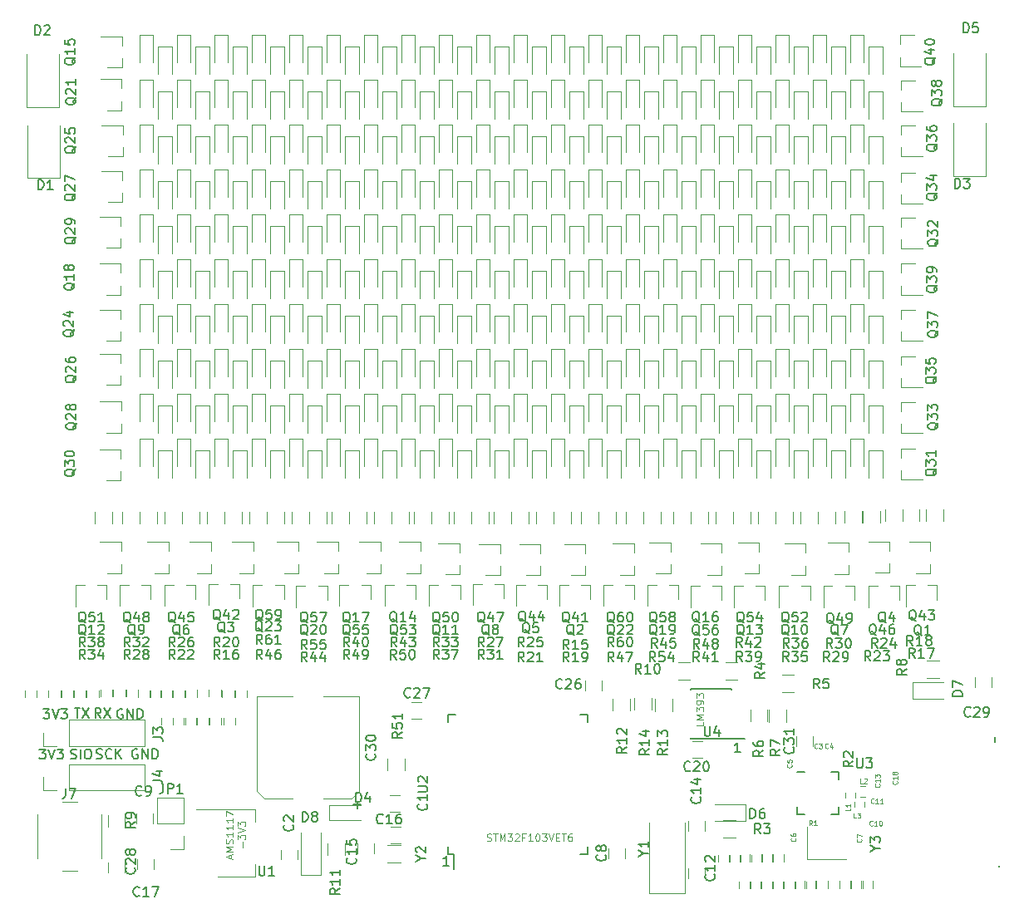
<source format=gbr>
G04 #@! TF.FileFunction,Legend,Top*
%FSLAX46Y46*%
G04 Gerber Fmt 4.6, Leading zero omitted, Abs format (unit mm)*
G04 Created by KiCad (PCBNEW 4.0.7) date 05/19/20 22:09:12*
%MOMM*%
%LPD*%
G01*
G04 APERTURE LIST*
%ADD10C,0.100000*%
%ADD11C,0.150000*%
%ADD12C,0.200000*%
%ADD13C,0.120000*%
G04 APERTURE END LIST*
D10*
X71887500Y-140367858D02*
X71887500Y-140010715D01*
X72101786Y-140439286D02*
X71351786Y-140189286D01*
X72101786Y-139939286D01*
X72101786Y-139689287D02*
X71351786Y-139689287D01*
X71887500Y-139439287D01*
X71351786Y-139189287D01*
X72101786Y-139189287D01*
X72066071Y-138867858D02*
X72101786Y-138760715D01*
X72101786Y-138582144D01*
X72066071Y-138510715D01*
X72030357Y-138475001D01*
X71958929Y-138439286D01*
X71887500Y-138439286D01*
X71816071Y-138475001D01*
X71780357Y-138510715D01*
X71744643Y-138582144D01*
X71708929Y-138725001D01*
X71673214Y-138796429D01*
X71637500Y-138832144D01*
X71566071Y-138867858D01*
X71494643Y-138867858D01*
X71423214Y-138832144D01*
X71387500Y-138796429D01*
X71351786Y-138725001D01*
X71351786Y-138546429D01*
X71387500Y-138439286D01*
X72101786Y-137725000D02*
X72101786Y-138153572D01*
X72101786Y-137939286D02*
X71351786Y-137939286D01*
X71458929Y-138010715D01*
X71530357Y-138082143D01*
X71566071Y-138153572D01*
X72101786Y-137010714D02*
X72101786Y-137439286D01*
X72101786Y-137225000D02*
X71351786Y-137225000D01*
X71458929Y-137296429D01*
X71530357Y-137367857D01*
X71566071Y-137439286D01*
X72101786Y-136296428D02*
X72101786Y-136725000D01*
X72101786Y-136510714D02*
X71351786Y-136510714D01*
X71458929Y-136582143D01*
X71530357Y-136653571D01*
X71566071Y-136725000D01*
X71351786Y-136046428D02*
X71351786Y-135546428D01*
X72101786Y-135867857D01*
X73041071Y-139296429D02*
X73041071Y-138725000D01*
X72576786Y-138439286D02*
X72576786Y-137975000D01*
X72862500Y-138225000D01*
X72862500Y-138117858D01*
X72898214Y-138046429D01*
X72933929Y-138010715D01*
X73005357Y-137975000D01*
X73183929Y-137975000D01*
X73255357Y-138010715D01*
X73291071Y-138046429D01*
X73326786Y-138117858D01*
X73326786Y-138332143D01*
X73291071Y-138403572D01*
X73255357Y-138439286D01*
X72576786Y-137760714D02*
X73326786Y-137510714D01*
X72576786Y-137260714D01*
X72576786Y-137082143D02*
X72576786Y-136617857D01*
X72862500Y-136867857D01*
X72862500Y-136760715D01*
X72898214Y-136689286D01*
X72933929Y-136653572D01*
X73005357Y-136617857D01*
X73183929Y-136617857D01*
X73255357Y-136653572D01*
X73291071Y-136689286D01*
X73326786Y-136760715D01*
X73326786Y-136975000D01*
X73291071Y-137046429D01*
X73255357Y-137082143D01*
X97960713Y-138578571D02*
X98067856Y-138614286D01*
X98246427Y-138614286D01*
X98317856Y-138578571D01*
X98353570Y-138542857D01*
X98389285Y-138471429D01*
X98389285Y-138400000D01*
X98353570Y-138328571D01*
X98317856Y-138292857D01*
X98246427Y-138257143D01*
X98103570Y-138221429D01*
X98032142Y-138185714D01*
X97996427Y-138150000D01*
X97960713Y-138078571D01*
X97960713Y-138007143D01*
X97996427Y-137935714D01*
X98032142Y-137900000D01*
X98103570Y-137864286D01*
X98282142Y-137864286D01*
X98389285Y-137900000D01*
X98603571Y-137864286D02*
X99032142Y-137864286D01*
X98817856Y-138614286D02*
X98817856Y-137864286D01*
X99282142Y-138614286D02*
X99282142Y-137864286D01*
X99532142Y-138400000D01*
X99782142Y-137864286D01*
X99782142Y-138614286D01*
X100067857Y-137864286D02*
X100532143Y-137864286D01*
X100282143Y-138150000D01*
X100389285Y-138150000D01*
X100460714Y-138185714D01*
X100496428Y-138221429D01*
X100532143Y-138292857D01*
X100532143Y-138471429D01*
X100496428Y-138542857D01*
X100460714Y-138578571D01*
X100389285Y-138614286D01*
X100175000Y-138614286D01*
X100103571Y-138578571D01*
X100067857Y-138542857D01*
X100817857Y-137935714D02*
X100853571Y-137900000D01*
X100925000Y-137864286D01*
X101103571Y-137864286D01*
X101175000Y-137900000D01*
X101210714Y-137935714D01*
X101246429Y-138007143D01*
X101246429Y-138078571D01*
X101210714Y-138185714D01*
X100782143Y-138614286D01*
X101246429Y-138614286D01*
X101817857Y-138221429D02*
X101567857Y-138221429D01*
X101567857Y-138614286D02*
X101567857Y-137864286D01*
X101925000Y-137864286D01*
X102603572Y-138614286D02*
X102175000Y-138614286D01*
X102389286Y-138614286D02*
X102389286Y-137864286D01*
X102317857Y-137971429D01*
X102246429Y-138042857D01*
X102175000Y-138078571D01*
X103067858Y-137864286D02*
X103139286Y-137864286D01*
X103210715Y-137900000D01*
X103246429Y-137935714D01*
X103282143Y-138007143D01*
X103317858Y-138150000D01*
X103317858Y-138328571D01*
X103282143Y-138471429D01*
X103246429Y-138542857D01*
X103210715Y-138578571D01*
X103139286Y-138614286D01*
X103067858Y-138614286D01*
X102996429Y-138578571D01*
X102960715Y-138542857D01*
X102925000Y-138471429D01*
X102889286Y-138328571D01*
X102889286Y-138150000D01*
X102925000Y-138007143D01*
X102960715Y-137935714D01*
X102996429Y-137900000D01*
X103067858Y-137864286D01*
X103567858Y-137864286D02*
X104032144Y-137864286D01*
X103782144Y-138150000D01*
X103889286Y-138150000D01*
X103960715Y-138185714D01*
X103996429Y-138221429D01*
X104032144Y-138292857D01*
X104032144Y-138471429D01*
X103996429Y-138542857D01*
X103960715Y-138578571D01*
X103889286Y-138614286D01*
X103675001Y-138614286D01*
X103603572Y-138578571D01*
X103567858Y-138542857D01*
X104246430Y-137864286D02*
X104496430Y-138614286D01*
X104746430Y-137864286D01*
X104996429Y-138221429D02*
X105246429Y-138221429D01*
X105353572Y-138614286D02*
X104996429Y-138614286D01*
X104996429Y-137864286D01*
X105353572Y-137864286D01*
X105567858Y-137864286D02*
X105996429Y-137864286D01*
X105782143Y-138614286D02*
X105782143Y-137864286D01*
X106567858Y-137864286D02*
X106425001Y-137864286D01*
X106353572Y-137900000D01*
X106317858Y-137935714D01*
X106246429Y-138042857D01*
X106210715Y-138185714D01*
X106210715Y-138471429D01*
X106246429Y-138542857D01*
X106282144Y-138578571D01*
X106353572Y-138614286D01*
X106496429Y-138614286D01*
X106567858Y-138578571D01*
X106603572Y-138542857D01*
X106639287Y-138471429D01*
X106639287Y-138292857D01*
X106603572Y-138221429D01*
X106567858Y-138185714D01*
X106496429Y-138150000D01*
X106353572Y-138150000D01*
X106282144Y-138185714D01*
X106246429Y-138221429D01*
X106210715Y-138292857D01*
X120014286Y-126467858D02*
X120014286Y-126825001D01*
X119264286Y-126825001D01*
X120014286Y-126217858D02*
X119264286Y-126217858D01*
X119800000Y-125967858D01*
X119264286Y-125717858D01*
X120014286Y-125717858D01*
X119264286Y-125432143D02*
X119264286Y-124967857D01*
X119550000Y-125217857D01*
X119550000Y-125110715D01*
X119585714Y-125039286D01*
X119621429Y-125003572D01*
X119692857Y-124967857D01*
X119871429Y-124967857D01*
X119942857Y-125003572D01*
X119978571Y-125039286D01*
X120014286Y-125110715D01*
X120014286Y-125325000D01*
X119978571Y-125396429D01*
X119942857Y-125432143D01*
X120014286Y-124610714D02*
X120014286Y-124467857D01*
X119978571Y-124396429D01*
X119942857Y-124360714D01*
X119835714Y-124289286D01*
X119692857Y-124253571D01*
X119407143Y-124253571D01*
X119335714Y-124289286D01*
X119300000Y-124325000D01*
X119264286Y-124396429D01*
X119264286Y-124539286D01*
X119300000Y-124610714D01*
X119335714Y-124646429D01*
X119407143Y-124682143D01*
X119585714Y-124682143D01*
X119657143Y-124646429D01*
X119692857Y-124610714D01*
X119728571Y-124539286D01*
X119728571Y-124396429D01*
X119692857Y-124325000D01*
X119657143Y-124289286D01*
X119585714Y-124253571D01*
X119264286Y-124003571D02*
X119264286Y-123539285D01*
X119550000Y-123789285D01*
X119550000Y-123682143D01*
X119585714Y-123610714D01*
X119621429Y-123575000D01*
X119692857Y-123539285D01*
X119871429Y-123539285D01*
X119942857Y-123575000D01*
X119978571Y-123610714D01*
X120014286Y-123682143D01*
X120014286Y-123896428D01*
X119978571Y-123967857D01*
X119942857Y-124003571D01*
D11*
X94085715Y-141127381D02*
X93514286Y-141127381D01*
X93800000Y-141127381D02*
X93800000Y-140127381D01*
X93704762Y-140270238D01*
X93609524Y-140365476D01*
X93514286Y-140413095D01*
X123760715Y-129577381D02*
X123189286Y-129577381D01*
X123475000Y-129577381D02*
X123475000Y-128577381D01*
X123379762Y-128720238D01*
X123284524Y-128815476D01*
X123189286Y-128863095D01*
X58164286Y-130179762D02*
X58307143Y-130227381D01*
X58545239Y-130227381D01*
X58640477Y-130179762D01*
X58688096Y-130132143D01*
X58735715Y-130036905D01*
X58735715Y-129941667D01*
X58688096Y-129846429D01*
X58640477Y-129798810D01*
X58545239Y-129751190D01*
X58354762Y-129703571D01*
X58259524Y-129655952D01*
X58211905Y-129608333D01*
X58164286Y-129513095D01*
X58164286Y-129417857D01*
X58211905Y-129322619D01*
X58259524Y-129275000D01*
X58354762Y-129227381D01*
X58592858Y-129227381D01*
X58735715Y-129275000D01*
X59735715Y-130132143D02*
X59688096Y-130179762D01*
X59545239Y-130227381D01*
X59450001Y-130227381D01*
X59307143Y-130179762D01*
X59211905Y-130084524D01*
X59164286Y-129989286D01*
X59116667Y-129798810D01*
X59116667Y-129655952D01*
X59164286Y-129465476D01*
X59211905Y-129370238D01*
X59307143Y-129275000D01*
X59450001Y-129227381D01*
X59545239Y-129227381D01*
X59688096Y-129275000D01*
X59735715Y-129322619D01*
X60164286Y-130227381D02*
X60164286Y-129227381D01*
X60735715Y-130227381D02*
X60307143Y-129655952D01*
X60735715Y-129227381D02*
X60164286Y-129798810D01*
X55552381Y-130204762D02*
X55695238Y-130252381D01*
X55933334Y-130252381D01*
X56028572Y-130204762D01*
X56076191Y-130157143D01*
X56123810Y-130061905D01*
X56123810Y-129966667D01*
X56076191Y-129871429D01*
X56028572Y-129823810D01*
X55933334Y-129776190D01*
X55742857Y-129728571D01*
X55647619Y-129680952D01*
X55600000Y-129633333D01*
X55552381Y-129538095D01*
X55552381Y-129442857D01*
X55600000Y-129347619D01*
X55647619Y-129300000D01*
X55742857Y-129252381D01*
X55980953Y-129252381D01*
X56123810Y-129300000D01*
X56552381Y-130252381D02*
X56552381Y-129252381D01*
X57219047Y-129252381D02*
X57409524Y-129252381D01*
X57504762Y-129300000D01*
X57600000Y-129395238D01*
X57647619Y-129585714D01*
X57647619Y-129919048D01*
X57600000Y-130109524D01*
X57504762Y-130204762D01*
X57409524Y-130252381D01*
X57219047Y-130252381D01*
X57123809Y-130204762D01*
X57028571Y-130109524D01*
X56980952Y-129919048D01*
X56980952Y-129585714D01*
X57028571Y-129395238D01*
X57123809Y-129300000D01*
X57219047Y-129252381D01*
X52361905Y-129252381D02*
X52980953Y-129252381D01*
X52647619Y-129633333D01*
X52790477Y-129633333D01*
X52885715Y-129680952D01*
X52933334Y-129728571D01*
X52980953Y-129823810D01*
X52980953Y-130061905D01*
X52933334Y-130157143D01*
X52885715Y-130204762D01*
X52790477Y-130252381D01*
X52504762Y-130252381D01*
X52409524Y-130204762D01*
X52361905Y-130157143D01*
X53266667Y-129252381D02*
X53600000Y-130252381D01*
X53933334Y-129252381D01*
X54171429Y-129252381D02*
X54790477Y-129252381D01*
X54457143Y-129633333D01*
X54600001Y-129633333D01*
X54695239Y-129680952D01*
X54742858Y-129728571D01*
X54790477Y-129823810D01*
X54790477Y-130061905D01*
X54742858Y-130157143D01*
X54695239Y-130204762D01*
X54600001Y-130252381D01*
X54314286Y-130252381D01*
X54219048Y-130204762D01*
X54171429Y-130157143D01*
X62363096Y-129275000D02*
X62267858Y-129227381D01*
X62125001Y-129227381D01*
X61982143Y-129275000D01*
X61886905Y-129370238D01*
X61839286Y-129465476D01*
X61791667Y-129655952D01*
X61791667Y-129798810D01*
X61839286Y-129989286D01*
X61886905Y-130084524D01*
X61982143Y-130179762D01*
X62125001Y-130227381D01*
X62220239Y-130227381D01*
X62363096Y-130179762D01*
X62410715Y-130132143D01*
X62410715Y-129798810D01*
X62220239Y-129798810D01*
X62839286Y-130227381D02*
X62839286Y-129227381D01*
X63410715Y-130227381D01*
X63410715Y-129227381D01*
X63886905Y-130227381D02*
X63886905Y-129227381D01*
X64125000Y-129227381D01*
X64267858Y-129275000D01*
X64363096Y-129370238D01*
X64410715Y-129465476D01*
X64458334Y-129655952D01*
X64458334Y-129798810D01*
X64410715Y-129989286D01*
X64363096Y-130084524D01*
X64267858Y-130179762D01*
X64125000Y-130227381D01*
X63886905Y-130227381D01*
X58633334Y-126052381D02*
X58300000Y-125576190D01*
X58061905Y-126052381D02*
X58061905Y-125052381D01*
X58442858Y-125052381D01*
X58538096Y-125100000D01*
X58585715Y-125147619D01*
X58633334Y-125242857D01*
X58633334Y-125385714D01*
X58585715Y-125480952D01*
X58538096Y-125528571D01*
X58442858Y-125576190D01*
X58061905Y-125576190D01*
X58966667Y-125052381D02*
X59633334Y-126052381D01*
X59633334Y-125052381D02*
X58966667Y-126052381D01*
X55938095Y-125052381D02*
X56509524Y-125052381D01*
X56223809Y-126052381D02*
X56223809Y-125052381D01*
X56747619Y-125052381D02*
X57414286Y-126052381D01*
X57414286Y-125052381D02*
X56747619Y-126052381D01*
X60838096Y-125200000D02*
X60742858Y-125152381D01*
X60600001Y-125152381D01*
X60457143Y-125200000D01*
X60361905Y-125295238D01*
X60314286Y-125390476D01*
X60266667Y-125580952D01*
X60266667Y-125723810D01*
X60314286Y-125914286D01*
X60361905Y-126009524D01*
X60457143Y-126104762D01*
X60600001Y-126152381D01*
X60695239Y-126152381D01*
X60838096Y-126104762D01*
X60885715Y-126057143D01*
X60885715Y-125723810D01*
X60695239Y-125723810D01*
X61314286Y-126152381D02*
X61314286Y-125152381D01*
X61885715Y-126152381D01*
X61885715Y-125152381D01*
X62361905Y-126152381D02*
X62361905Y-125152381D01*
X62600000Y-125152381D01*
X62742858Y-125200000D01*
X62838096Y-125295238D01*
X62885715Y-125390476D01*
X62933334Y-125580952D01*
X62933334Y-125723810D01*
X62885715Y-125914286D01*
X62838096Y-126009524D01*
X62742858Y-126104762D01*
X62600000Y-126152381D01*
X62361905Y-126152381D01*
X52761905Y-125152381D02*
X53380953Y-125152381D01*
X53047619Y-125533333D01*
X53190477Y-125533333D01*
X53285715Y-125580952D01*
X53333334Y-125628571D01*
X53380953Y-125723810D01*
X53380953Y-125961905D01*
X53333334Y-126057143D01*
X53285715Y-126104762D01*
X53190477Y-126152381D01*
X52904762Y-126152381D01*
X52809524Y-126104762D01*
X52761905Y-126057143D01*
X53666667Y-125152381D02*
X54000000Y-126152381D01*
X54333334Y-125152381D01*
X54571429Y-125152381D02*
X55190477Y-125152381D01*
X54857143Y-125533333D01*
X55000001Y-125533333D01*
X55095239Y-125580952D01*
X55142858Y-125628571D01*
X55190477Y-125723810D01*
X55190477Y-125961905D01*
X55142858Y-126057143D01*
X55095239Y-126104762D01*
X55000001Y-126152381D01*
X54714286Y-126152381D01*
X54619048Y-126104762D01*
X54571429Y-126057143D01*
D12*
X149738000Y-127996000D02*
X149738000Y-128526000D01*
X150118000Y-141106000D02*
X150118000Y-141216000D01*
D13*
X118450000Y-141400000D02*
X118450000Y-142400000D01*
X120150000Y-142400000D02*
X120150000Y-141400000D01*
X123645800Y-143429400D02*
X123645800Y-142729400D01*
X124845800Y-142729400D02*
X124845800Y-143429400D01*
X58400000Y-123250000D02*
X58400000Y-123950000D01*
X57200000Y-123950000D02*
X57200000Y-123250000D01*
X112950000Y-111470000D02*
X112950000Y-110540000D01*
X112950000Y-108310000D02*
X112950000Y-109240000D01*
X112950000Y-108310000D02*
X110790000Y-108310000D01*
X112950000Y-111470000D02*
X111490000Y-111470000D01*
X128716000Y-88497000D02*
X127316000Y-88497000D01*
X127316000Y-88497000D02*
X127316000Y-91297000D01*
X128716000Y-88497000D02*
X128716000Y-91297000D01*
X82996000Y-56493000D02*
X81596000Y-56493000D01*
X81596000Y-56493000D02*
X81596000Y-59293000D01*
X82996000Y-56493000D02*
X82996000Y-59293000D01*
X121096000Y-56493000D02*
X119696000Y-56493000D01*
X119696000Y-56493000D02*
X119696000Y-59293000D01*
X121096000Y-56493000D02*
X121096000Y-59293000D01*
X124300000Y-136600000D02*
X124300000Y-134900000D01*
X124300000Y-134900000D02*
X121150000Y-134900000D01*
X124300000Y-136600000D02*
X121150000Y-136600000D01*
X134440000Y-133730000D02*
X134440000Y-134230000D01*
X135500000Y-134230000D02*
X135500000Y-133730000D01*
X110300000Y-139350000D02*
X110300000Y-140350000D01*
X112000000Y-140350000D02*
X112000000Y-139350000D01*
X120150000Y-137600000D02*
X120150000Y-136600000D01*
X118450000Y-136600000D02*
X118450000Y-137600000D01*
X63050000Y-133430000D02*
X63050000Y-130770000D01*
X55370000Y-133430000D02*
X63050000Y-133430000D01*
X55370000Y-130770000D02*
X63050000Y-130770000D01*
X55370000Y-133430000D02*
X55370000Y-130770000D01*
X54100000Y-133430000D02*
X52770000Y-133430000D01*
X52770000Y-133430000D02*
X52770000Y-132100000D01*
X52200000Y-135900000D02*
X52200000Y-140400000D01*
X56200000Y-134650000D02*
X54700000Y-134650000D01*
X58700000Y-140400000D02*
X58700000Y-135900000D01*
X54700000Y-141650000D02*
X56200000Y-141650000D01*
X86468000Y-139866000D02*
X86468000Y-138866000D01*
X84768000Y-138866000D02*
X84768000Y-139866000D01*
X88178000Y-138846000D02*
X89178000Y-138846000D01*
X89178000Y-137146000D02*
X88178000Y-137146000D01*
X83455000Y-138850000D02*
X83455000Y-140050000D01*
X81695000Y-140050000D02*
X81695000Y-138850000D01*
X74310000Y-142210000D02*
X74310000Y-140950000D01*
X74310000Y-135390000D02*
X74310000Y-136650000D01*
X70550000Y-142210000D02*
X74310000Y-142210000D01*
X68300000Y-135390000D02*
X74310000Y-135390000D01*
X63950000Y-136800000D02*
X63950000Y-135800000D01*
X62250000Y-135800000D02*
X62250000Y-136800000D01*
X64050000Y-141500000D02*
X64050000Y-140500000D01*
X62350000Y-140500000D02*
X62350000Y-141500000D01*
X85100000Y-136475000D02*
X81900000Y-136475000D01*
X81900000Y-134975000D02*
X85100000Y-134975000D01*
X81900000Y-134975000D02*
X81900000Y-136475000D01*
X59320000Y-137200000D02*
X59320000Y-136000000D01*
X61080000Y-136000000D02*
X61080000Y-137200000D01*
X89100000Y-133950000D02*
X88100000Y-133950000D01*
X88100000Y-135650000D02*
X89100000Y-135650000D01*
X78650000Y-140500000D02*
X78650000Y-139500000D01*
X76950000Y-139500000D02*
X76950000Y-140500000D01*
X114500000Y-136700000D02*
X114500000Y-143950000D01*
X114500000Y-143950000D02*
X118100000Y-143950000D01*
X118100000Y-143950000D02*
X118100000Y-136700000D01*
X87843000Y-140811000D02*
X89193000Y-140811000D01*
X87843000Y-139061000D02*
X89193000Y-139061000D01*
X135990000Y-134100000D02*
X136490000Y-134100000D01*
X136490000Y-133040000D02*
X135990000Y-133040000D01*
X135360000Y-134640000D02*
X135360000Y-135140000D01*
X136420000Y-135140000D02*
X136420000Y-134640000D01*
X130543000Y-137201000D02*
X130543000Y-140501000D01*
X130543000Y-140501000D02*
X134543000Y-140501000D01*
X63050000Y-128930000D02*
X63050000Y-126270000D01*
X55370000Y-128930000D02*
X63050000Y-128930000D01*
X55370000Y-126270000D02*
X63050000Y-126270000D01*
X55370000Y-128930000D02*
X55370000Y-126270000D01*
X54100000Y-128930000D02*
X52770000Y-128930000D01*
X52770000Y-128930000D02*
X52770000Y-127600000D01*
D11*
X133815000Y-131593000D02*
X133815000Y-132368000D01*
X129515000Y-135893000D02*
X129515000Y-135118000D01*
X133815000Y-135893000D02*
X133815000Y-135118000D01*
X129515000Y-131593000D02*
X130290000Y-131593000D01*
X129515000Y-135893000D02*
X130290000Y-135893000D01*
X133815000Y-135893000D02*
X133040000Y-135893000D01*
X133815000Y-131593000D02*
X133040000Y-131593000D01*
X93973000Y-139951000D02*
X94623000Y-139951000D01*
X93973000Y-125701000D02*
X94733000Y-125701000D01*
X108223000Y-125701000D02*
X107463000Y-125701000D01*
X108223000Y-139951000D02*
X107463000Y-139951000D01*
X93973000Y-139951000D02*
X93973000Y-139191000D01*
X108223000Y-139951000D02*
X108223000Y-139191000D01*
X108223000Y-125701000D02*
X108223000Y-126461000D01*
X93973000Y-125701000D02*
X93973000Y-126461000D01*
X94623000Y-139951000D02*
X94623000Y-141476000D01*
D13*
X119900000Y-128450000D02*
X118900000Y-128450000D01*
X118900000Y-130150000D02*
X119900000Y-130150000D01*
X79000000Y-137750000D02*
X79000000Y-142050000D01*
X79000000Y-142050000D02*
X81000000Y-142050000D01*
X81000000Y-142050000D02*
X81000000Y-137750000D01*
X123250000Y-138280000D02*
X122050000Y-138280000D01*
X122050000Y-136520000D02*
X123250000Y-136520000D01*
X122250000Y-120420000D02*
X123450000Y-120420000D01*
X123450000Y-122180000D02*
X122250000Y-122180000D01*
X128050000Y-121670000D02*
X129250000Y-121670000D01*
X129250000Y-123430000D02*
X128050000Y-123430000D01*
X124770000Y-126400000D02*
X124770000Y-125200000D01*
X126530000Y-125200000D02*
X126530000Y-126400000D01*
X128430000Y-125250000D02*
X128430000Y-126450000D01*
X126670000Y-126450000D02*
X126670000Y-125250000D01*
X142800000Y-120220000D02*
X144000000Y-120220000D01*
X144000000Y-121980000D02*
X142800000Y-121980000D01*
X118650000Y-122180000D02*
X117450000Y-122180000D01*
X117450000Y-120420000D02*
X118650000Y-120420000D01*
X110770000Y-125300000D02*
X110770000Y-124100000D01*
X112530000Y-124100000D02*
X112530000Y-125300000D01*
X115070000Y-125350000D02*
X115070000Y-124150000D01*
X116830000Y-124150000D02*
X116830000Y-125350000D01*
X114730000Y-124050000D02*
X114730000Y-125250000D01*
X112970000Y-125250000D02*
X112970000Y-124050000D01*
X51125000Y-71075000D02*
X54425000Y-71075000D01*
X54425000Y-71075000D02*
X54425000Y-65675000D01*
X51125000Y-71075000D02*
X51125000Y-65675000D01*
X51100000Y-63850000D02*
X54400000Y-63850000D01*
X54400000Y-63850000D02*
X54400000Y-58450000D01*
X51100000Y-63850000D02*
X51100000Y-58450000D01*
X145475000Y-70825000D02*
X148775000Y-70825000D01*
X148775000Y-70825000D02*
X148775000Y-65425000D01*
X145475000Y-70825000D02*
X145475000Y-65425000D01*
X145450000Y-63725000D02*
X148750000Y-63725000D01*
X148750000Y-63725000D02*
X148750000Y-58325000D01*
X145450000Y-63725000D02*
X145450000Y-58325000D01*
D11*
X122825000Y-128225000D02*
X122825000Y-128175000D01*
X118675000Y-128225000D02*
X118675000Y-128080000D01*
X118675000Y-123075000D02*
X118675000Y-123220000D01*
X122825000Y-123075000D02*
X122825000Y-123220000D01*
X122825000Y-128225000D02*
X118675000Y-128225000D01*
X122825000Y-123075000D02*
X118675000Y-123075000D01*
X122825000Y-128175000D02*
X124225000Y-128175000D01*
D13*
X109650000Y-123250000D02*
X109650000Y-122250000D01*
X107950000Y-122250000D02*
X107950000Y-123250000D01*
X91300000Y-124450000D02*
X90300000Y-124450000D01*
X90300000Y-126150000D02*
X91300000Y-126150000D01*
X61050000Y-141800000D02*
X61050000Y-140800000D01*
X59350000Y-140800000D02*
X59350000Y-141800000D01*
X147700000Y-121950000D02*
X147700000Y-122950000D01*
X149400000Y-122950000D02*
X149400000Y-121950000D01*
X141300000Y-122400000D02*
X141300000Y-124100000D01*
X141300000Y-124100000D02*
X144450000Y-124100000D01*
X141300000Y-122400000D02*
X144450000Y-122400000D01*
X143800000Y-112550000D02*
X142870000Y-112550000D01*
X140640000Y-112550000D02*
X141570000Y-112550000D01*
X140640000Y-112550000D02*
X140640000Y-114710000D01*
X143800000Y-112550000D02*
X143800000Y-114010000D01*
X108478000Y-112516000D02*
X107548000Y-112516000D01*
X105318000Y-112516000D02*
X106248000Y-112516000D01*
X105318000Y-112516000D02*
X105318000Y-114676000D01*
X108478000Y-112516000D02*
X108478000Y-113976000D01*
X72778000Y-112416000D02*
X71848000Y-112416000D01*
X69618000Y-112416000D02*
X70548000Y-112416000D01*
X69618000Y-112416000D02*
X69618000Y-114576000D01*
X72778000Y-112416000D02*
X72778000Y-113876000D01*
X139978000Y-112616000D02*
X139048000Y-112616000D01*
X136818000Y-112616000D02*
X137748000Y-112616000D01*
X136818000Y-112616000D02*
X136818000Y-114776000D01*
X139978000Y-112616000D02*
X139978000Y-114076000D01*
X104078000Y-112516000D02*
X103148000Y-112516000D01*
X100918000Y-112516000D02*
X101848000Y-112516000D01*
X100918000Y-112516000D02*
X100918000Y-114676000D01*
X104078000Y-112516000D02*
X104078000Y-113976000D01*
X68278000Y-112516000D02*
X67348000Y-112516000D01*
X65118000Y-112516000D02*
X66048000Y-112516000D01*
X65118000Y-112516000D02*
X65118000Y-114676000D01*
X68278000Y-112516000D02*
X68278000Y-113976000D01*
X135378000Y-112616000D02*
X134448000Y-112616000D01*
X132218000Y-112616000D02*
X133148000Y-112616000D01*
X132218000Y-112616000D02*
X132218000Y-114776000D01*
X135378000Y-112616000D02*
X135378000Y-114076000D01*
X99678000Y-112416000D02*
X98748000Y-112416000D01*
X96518000Y-112416000D02*
X97448000Y-112416000D01*
X96518000Y-112416000D02*
X96518000Y-114576000D01*
X99678000Y-112416000D02*
X99678000Y-113876000D01*
X63678000Y-112516000D02*
X62748000Y-112516000D01*
X60518000Y-112516000D02*
X61448000Y-112516000D01*
X60518000Y-112516000D02*
X60518000Y-114676000D01*
X63678000Y-112516000D02*
X63678000Y-113976000D01*
X130878000Y-112616000D02*
X129948000Y-112616000D01*
X127718000Y-112616000D02*
X128648000Y-112616000D01*
X127718000Y-112616000D02*
X127718000Y-114776000D01*
X130878000Y-112616000D02*
X130878000Y-114076000D01*
X95228000Y-112516000D02*
X94298000Y-112516000D01*
X92068000Y-112516000D02*
X92998000Y-112516000D01*
X92068000Y-112516000D02*
X92068000Y-114676000D01*
X95228000Y-112516000D02*
X95228000Y-113976000D01*
X59228000Y-112536000D02*
X58298000Y-112536000D01*
X56068000Y-112536000D02*
X56998000Y-112536000D01*
X56068000Y-112536000D02*
X56068000Y-114696000D01*
X59228000Y-112536000D02*
X59228000Y-113996000D01*
X90728000Y-112516000D02*
X89798000Y-112516000D01*
X87568000Y-112516000D02*
X88498000Y-112516000D01*
X87568000Y-112516000D02*
X87568000Y-114676000D01*
X90728000Y-112516000D02*
X90728000Y-113976000D01*
X121878000Y-112616000D02*
X120948000Y-112616000D01*
X118718000Y-112616000D02*
X119648000Y-112616000D01*
X118718000Y-112616000D02*
X118718000Y-114776000D01*
X121878000Y-112616000D02*
X121878000Y-114076000D01*
X86078000Y-112516000D02*
X85148000Y-112516000D01*
X82918000Y-112516000D02*
X83848000Y-112516000D01*
X82918000Y-112516000D02*
X82918000Y-114676000D01*
X86078000Y-112516000D02*
X86078000Y-113976000D01*
X117478000Y-112516000D02*
X116548000Y-112516000D01*
X114318000Y-112516000D02*
X115248000Y-112516000D01*
X114318000Y-112516000D02*
X114318000Y-114676000D01*
X117478000Y-112516000D02*
X117478000Y-113976000D01*
X81678000Y-112616000D02*
X80748000Y-112616000D01*
X78518000Y-112616000D02*
X79448000Y-112616000D01*
X78518000Y-112616000D02*
X78518000Y-114776000D01*
X81678000Y-112616000D02*
X81678000Y-114076000D01*
X112978000Y-112516000D02*
X112048000Y-112516000D01*
X109818000Y-112516000D02*
X110748000Y-112516000D01*
X109818000Y-112516000D02*
X109818000Y-114676000D01*
X112978000Y-112516000D02*
X112978000Y-113976000D01*
X77272000Y-112524000D02*
X76342000Y-112524000D01*
X74112000Y-112524000D02*
X75042000Y-112524000D01*
X74112000Y-112524000D02*
X74112000Y-114684000D01*
X77272000Y-112524000D02*
X77272000Y-113984000D01*
X60858000Y-68856000D02*
X60858000Y-67926000D01*
X60858000Y-65696000D02*
X60858000Y-66626000D01*
X60858000Y-65696000D02*
X58698000Y-65696000D01*
X60858000Y-68856000D02*
X59398000Y-68856000D01*
X140270000Y-106000000D02*
X140270000Y-104800000D01*
X142030000Y-104800000D02*
X142030000Y-106000000D01*
X104784000Y-106264000D02*
X104784000Y-105064000D01*
X106544000Y-105064000D02*
X106544000Y-106264000D01*
X71256000Y-106264000D02*
X71256000Y-105064000D01*
X73016000Y-105064000D02*
X73016000Y-106264000D01*
X136245000Y-106175000D02*
X136245000Y-104975000D01*
X138005000Y-104975000D02*
X138005000Y-106175000D01*
X100466000Y-106264000D02*
X100466000Y-105064000D01*
X102226000Y-105064000D02*
X102226000Y-106264000D01*
X66938000Y-106264000D02*
X66938000Y-105064000D01*
X68698000Y-105064000D02*
X68698000Y-106264000D01*
X131708000Y-106264000D02*
X131708000Y-105064000D01*
X133468000Y-105064000D02*
X133468000Y-106264000D01*
X96402000Y-106264000D02*
X96402000Y-105064000D01*
X98162000Y-105064000D02*
X98162000Y-106264000D01*
X62620000Y-106264000D02*
X62620000Y-105064000D01*
X64380000Y-105064000D02*
X64380000Y-106264000D01*
X127390000Y-106264000D02*
X127390000Y-105064000D01*
X129150000Y-105064000D02*
X129150000Y-106264000D01*
X92338000Y-106264000D02*
X92338000Y-105064000D01*
X94098000Y-105064000D02*
X94098000Y-106264000D01*
X58048000Y-106264000D02*
X58048000Y-105064000D01*
X59808000Y-105064000D02*
X59808000Y-106264000D01*
X123072000Y-106264000D02*
X123072000Y-105064000D01*
X124832000Y-105064000D02*
X124832000Y-106264000D01*
X88274000Y-106264000D02*
X88274000Y-105064000D01*
X90034000Y-105064000D02*
X90034000Y-106264000D01*
X118754000Y-106264000D02*
X118754000Y-105064000D01*
X120514000Y-105064000D02*
X120514000Y-106264000D01*
X83956000Y-106264000D02*
X83956000Y-105064000D01*
X85716000Y-105064000D02*
X85716000Y-106264000D01*
X113928000Y-106264000D02*
X113928000Y-105064000D01*
X115688000Y-105064000D02*
X115688000Y-106264000D01*
X79892000Y-106264000D02*
X79892000Y-105064000D01*
X81652000Y-105064000D02*
X81652000Y-106264000D01*
X109356000Y-106264000D02*
X109356000Y-105064000D01*
X111116000Y-105064000D02*
X111116000Y-106264000D01*
X75574000Y-106264000D02*
X75574000Y-105064000D01*
X77334000Y-105064000D02*
X77334000Y-106264000D01*
X126278000Y-112616000D02*
X125348000Y-112616000D01*
X123118000Y-112616000D02*
X124048000Y-112616000D01*
X123118000Y-112616000D02*
X123118000Y-114776000D01*
X126278000Y-112616000D02*
X126278000Y-114076000D01*
X60760000Y-59780000D02*
X60760000Y-58850000D01*
X60760000Y-56620000D02*
X60760000Y-57550000D01*
X60760000Y-56620000D02*
X58600000Y-56620000D01*
X60760000Y-59780000D02*
X59300000Y-59780000D01*
X60658000Y-82946000D02*
X60658000Y-82016000D01*
X60658000Y-79786000D02*
X60658000Y-80716000D01*
X60658000Y-79786000D02*
X58498000Y-79786000D01*
X60658000Y-82946000D02*
X59198000Y-82946000D01*
X60758000Y-64156000D02*
X60758000Y-63226000D01*
X60758000Y-60996000D02*
X60758000Y-61926000D01*
X60758000Y-60996000D02*
X58598000Y-60996000D01*
X60758000Y-64156000D02*
X59298000Y-64156000D01*
X60668000Y-87666000D02*
X60668000Y-86736000D01*
X60668000Y-84506000D02*
X60668000Y-85436000D01*
X60668000Y-84506000D02*
X58508000Y-84506000D01*
X60668000Y-87666000D02*
X59208000Y-87666000D01*
X60668000Y-92136000D02*
X60668000Y-91206000D01*
X60668000Y-88976000D02*
X60668000Y-89906000D01*
X60668000Y-88976000D02*
X58508000Y-88976000D01*
X60668000Y-92136000D02*
X59208000Y-92136000D01*
X60808000Y-73506000D02*
X60808000Y-72576000D01*
X60808000Y-70346000D02*
X60808000Y-71276000D01*
X60808000Y-70346000D02*
X58648000Y-70346000D01*
X60808000Y-73506000D02*
X59348000Y-73506000D01*
X60688000Y-96986000D02*
X60688000Y-96056000D01*
X60688000Y-93826000D02*
X60688000Y-94756000D01*
X60688000Y-93826000D02*
X58528000Y-93826000D01*
X60688000Y-96986000D02*
X59228000Y-96986000D01*
X60658000Y-78156000D02*
X60658000Y-77226000D01*
X60658000Y-74996000D02*
X60658000Y-75926000D01*
X60658000Y-74996000D02*
X58498000Y-74996000D01*
X60658000Y-78156000D02*
X59198000Y-78156000D01*
X60658000Y-101856000D02*
X60658000Y-100926000D01*
X60658000Y-98696000D02*
X60658000Y-99626000D01*
X60658000Y-98696000D02*
X58498000Y-98696000D01*
X60658000Y-101856000D02*
X59198000Y-101856000D01*
X140138000Y-98596000D02*
X140138000Y-99526000D01*
X140138000Y-101756000D02*
X140138000Y-100826000D01*
X140138000Y-101756000D02*
X142298000Y-101756000D01*
X140138000Y-98596000D02*
X141598000Y-98596000D01*
X140138000Y-75096000D02*
X140138000Y-76026000D01*
X140138000Y-78256000D02*
X140138000Y-77326000D01*
X140138000Y-78256000D02*
X142298000Y-78256000D01*
X140138000Y-75096000D02*
X141598000Y-75096000D01*
X140138000Y-93896000D02*
X140138000Y-94826000D01*
X140138000Y-97056000D02*
X140138000Y-96126000D01*
X140138000Y-97056000D02*
X142298000Y-97056000D01*
X140138000Y-93896000D02*
X141598000Y-93896000D01*
X140138000Y-70496000D02*
X140138000Y-71426000D01*
X140138000Y-73656000D02*
X140138000Y-72726000D01*
X140138000Y-73656000D02*
X142298000Y-73656000D01*
X140138000Y-70496000D02*
X141598000Y-70496000D01*
X140138000Y-89196000D02*
X140138000Y-90126000D01*
X140138000Y-92356000D02*
X140138000Y-91426000D01*
X140138000Y-92356000D02*
X142298000Y-92356000D01*
X140138000Y-89196000D02*
X141598000Y-89196000D01*
X140138000Y-65696000D02*
X140138000Y-66626000D01*
X140138000Y-68856000D02*
X140138000Y-67926000D01*
X140138000Y-68856000D02*
X142298000Y-68856000D01*
X140138000Y-65696000D02*
X141598000Y-65696000D01*
X140138000Y-84496000D02*
X140138000Y-85426000D01*
X140138000Y-87656000D02*
X140138000Y-86726000D01*
X140138000Y-87656000D02*
X142298000Y-87656000D01*
X140138000Y-84496000D02*
X141598000Y-84496000D01*
X140138000Y-61096000D02*
X140138000Y-62026000D01*
X140138000Y-64256000D02*
X140138000Y-63326000D01*
X140138000Y-64256000D02*
X142298000Y-64256000D01*
X140138000Y-61096000D02*
X141598000Y-61096000D01*
X140138000Y-79796000D02*
X140138000Y-80726000D01*
X140138000Y-82956000D02*
X140138000Y-82026000D01*
X140138000Y-82956000D02*
X142298000Y-82956000D01*
X140138000Y-79796000D02*
X141598000Y-79796000D01*
X140038000Y-56496000D02*
X140038000Y-57426000D01*
X140038000Y-59656000D02*
X140038000Y-58726000D01*
X140038000Y-59656000D02*
X142198000Y-59656000D01*
X140038000Y-56496000D02*
X141498000Y-56496000D01*
X136336000Y-56493000D02*
X134936000Y-56493000D01*
X134936000Y-56493000D02*
X134936000Y-59293000D01*
X136336000Y-56493000D02*
X136336000Y-59293000D01*
X132526000Y-56493000D02*
X131126000Y-56493000D01*
X131126000Y-56493000D02*
X131126000Y-59293000D01*
X132526000Y-56493000D02*
X132526000Y-59293000D01*
X128716000Y-56493000D02*
X127316000Y-56493000D01*
X127316000Y-56493000D02*
X127316000Y-59293000D01*
X128716000Y-56493000D02*
X128716000Y-59293000D01*
X124906000Y-56493000D02*
X123506000Y-56493000D01*
X123506000Y-56493000D02*
X123506000Y-59293000D01*
X124906000Y-56493000D02*
X124906000Y-59293000D01*
X117286000Y-56493000D02*
X115886000Y-56493000D01*
X115886000Y-56493000D02*
X115886000Y-59293000D01*
X117286000Y-56493000D02*
X117286000Y-59293000D01*
X113476000Y-56493000D02*
X112076000Y-56493000D01*
X112076000Y-56493000D02*
X112076000Y-59293000D01*
X113476000Y-56493000D02*
X113476000Y-59293000D01*
X109666000Y-56493000D02*
X108266000Y-56493000D01*
X108266000Y-56493000D02*
X108266000Y-59293000D01*
X109666000Y-56493000D02*
X109666000Y-59293000D01*
X105856000Y-56493000D02*
X104456000Y-56493000D01*
X104456000Y-56493000D02*
X104456000Y-59293000D01*
X105856000Y-56493000D02*
X105856000Y-59293000D01*
X102046000Y-56493000D02*
X100646000Y-56493000D01*
X100646000Y-56493000D02*
X100646000Y-59293000D01*
X102046000Y-56493000D02*
X102046000Y-59293000D01*
X98236000Y-56493000D02*
X96836000Y-56493000D01*
X96836000Y-56493000D02*
X96836000Y-59293000D01*
X98236000Y-56493000D02*
X98236000Y-59293000D01*
X94426000Y-56493000D02*
X93026000Y-56493000D01*
X93026000Y-56493000D02*
X93026000Y-59293000D01*
X94426000Y-56493000D02*
X94426000Y-59293000D01*
X90616000Y-56493000D02*
X89216000Y-56493000D01*
X89216000Y-56493000D02*
X89216000Y-59293000D01*
X90616000Y-56493000D02*
X90616000Y-59293000D01*
X86806000Y-56493000D02*
X85406000Y-56493000D01*
X85406000Y-56493000D02*
X85406000Y-59293000D01*
X86806000Y-56493000D02*
X86806000Y-59293000D01*
X79186000Y-56493000D02*
X77786000Y-56493000D01*
X77786000Y-56493000D02*
X77786000Y-59293000D01*
X79186000Y-56493000D02*
X79186000Y-59293000D01*
X75376000Y-56493000D02*
X73976000Y-56493000D01*
X73976000Y-56493000D02*
X73976000Y-59293000D01*
X75376000Y-56493000D02*
X75376000Y-59293000D01*
X71566000Y-56493000D02*
X70166000Y-56493000D01*
X70166000Y-56493000D02*
X70166000Y-59293000D01*
X71566000Y-56493000D02*
X71566000Y-59293000D01*
X67756000Y-56493000D02*
X66356000Y-56493000D01*
X66356000Y-56493000D02*
X66356000Y-59293000D01*
X67756000Y-56493000D02*
X67756000Y-59293000D01*
X63946000Y-56493000D02*
X62546000Y-56493000D01*
X62546000Y-56493000D02*
X62546000Y-59293000D01*
X63946000Y-56493000D02*
X63946000Y-59293000D01*
X138241000Y-57636000D02*
X136841000Y-57636000D01*
X136841000Y-57636000D02*
X136841000Y-60436000D01*
X138241000Y-57636000D02*
X138241000Y-60436000D01*
X134431000Y-57636000D02*
X133031000Y-57636000D01*
X133031000Y-57636000D02*
X133031000Y-60436000D01*
X134431000Y-57636000D02*
X134431000Y-60436000D01*
X130621000Y-57636000D02*
X129221000Y-57636000D01*
X129221000Y-57636000D02*
X129221000Y-60436000D01*
X130621000Y-57636000D02*
X130621000Y-60436000D01*
X126811000Y-57636000D02*
X125411000Y-57636000D01*
X125411000Y-57636000D02*
X125411000Y-60436000D01*
X126811000Y-57636000D02*
X126811000Y-60436000D01*
X123001000Y-57636000D02*
X121601000Y-57636000D01*
X121601000Y-57636000D02*
X121601000Y-60436000D01*
X123001000Y-57636000D02*
X123001000Y-60436000D01*
X119191000Y-57636000D02*
X117791000Y-57636000D01*
X117791000Y-57636000D02*
X117791000Y-60436000D01*
X119191000Y-57636000D02*
X119191000Y-60436000D01*
X115381000Y-57636000D02*
X113981000Y-57636000D01*
X113981000Y-57636000D02*
X113981000Y-60436000D01*
X115381000Y-57636000D02*
X115381000Y-60436000D01*
X111571000Y-57636000D02*
X110171000Y-57636000D01*
X110171000Y-57636000D02*
X110171000Y-60436000D01*
X111571000Y-57636000D02*
X111571000Y-60436000D01*
X107761000Y-57636000D02*
X106361000Y-57636000D01*
X106361000Y-57636000D02*
X106361000Y-60436000D01*
X107761000Y-57636000D02*
X107761000Y-60436000D01*
X103951000Y-57636000D02*
X102551000Y-57636000D01*
X102551000Y-57636000D02*
X102551000Y-60436000D01*
X103951000Y-57636000D02*
X103951000Y-60436000D01*
X100141000Y-57636000D02*
X98741000Y-57636000D01*
X98741000Y-57636000D02*
X98741000Y-60436000D01*
X100141000Y-57636000D02*
X100141000Y-60436000D01*
X96331000Y-57636000D02*
X94931000Y-57636000D01*
X94931000Y-57636000D02*
X94931000Y-60436000D01*
X96331000Y-57636000D02*
X96331000Y-60436000D01*
X92521000Y-57636000D02*
X91121000Y-57636000D01*
X91121000Y-57636000D02*
X91121000Y-60436000D01*
X92521000Y-57636000D02*
X92521000Y-60436000D01*
X88711000Y-57636000D02*
X87311000Y-57636000D01*
X87311000Y-57636000D02*
X87311000Y-60436000D01*
X88711000Y-57636000D02*
X88711000Y-60436000D01*
X84901000Y-57636000D02*
X83501000Y-57636000D01*
X83501000Y-57636000D02*
X83501000Y-60436000D01*
X84901000Y-57636000D02*
X84901000Y-60436000D01*
X81091000Y-57636000D02*
X79691000Y-57636000D01*
X79691000Y-57636000D02*
X79691000Y-60436000D01*
X81091000Y-57636000D02*
X81091000Y-60436000D01*
X77281000Y-57636000D02*
X75881000Y-57636000D01*
X75881000Y-57636000D02*
X75881000Y-60436000D01*
X77281000Y-57636000D02*
X77281000Y-60436000D01*
X73471000Y-57636000D02*
X72071000Y-57636000D01*
X72071000Y-57636000D02*
X72071000Y-60436000D01*
X73471000Y-57636000D02*
X73471000Y-60436000D01*
X69661000Y-57636000D02*
X68261000Y-57636000D01*
X68261000Y-57636000D02*
X68261000Y-60436000D01*
X69661000Y-57636000D02*
X69661000Y-60436000D01*
X65851000Y-57636000D02*
X64451000Y-57636000D01*
X64451000Y-57636000D02*
X64451000Y-60436000D01*
X65851000Y-57636000D02*
X65851000Y-60436000D01*
X136336000Y-61065000D02*
X134936000Y-61065000D01*
X134936000Y-61065000D02*
X134936000Y-63865000D01*
X136336000Y-61065000D02*
X136336000Y-63865000D01*
X132526000Y-61065000D02*
X131126000Y-61065000D01*
X131126000Y-61065000D02*
X131126000Y-63865000D01*
X132526000Y-61065000D02*
X132526000Y-63865000D01*
X128716000Y-61065000D02*
X127316000Y-61065000D01*
X127316000Y-61065000D02*
X127316000Y-63865000D01*
X128716000Y-61065000D02*
X128716000Y-63865000D01*
X124906000Y-61065000D02*
X123506000Y-61065000D01*
X123506000Y-61065000D02*
X123506000Y-63865000D01*
X124906000Y-61065000D02*
X124906000Y-63865000D01*
X121096000Y-61065000D02*
X119696000Y-61065000D01*
X119696000Y-61065000D02*
X119696000Y-63865000D01*
X121096000Y-61065000D02*
X121096000Y-63865000D01*
X117286000Y-61065000D02*
X115886000Y-61065000D01*
X115886000Y-61065000D02*
X115886000Y-63865000D01*
X117286000Y-61065000D02*
X117286000Y-63865000D01*
X113476000Y-61065000D02*
X112076000Y-61065000D01*
X112076000Y-61065000D02*
X112076000Y-63865000D01*
X113476000Y-61065000D02*
X113476000Y-63865000D01*
X109666000Y-61065000D02*
X108266000Y-61065000D01*
X108266000Y-61065000D02*
X108266000Y-63865000D01*
X109666000Y-61065000D02*
X109666000Y-63865000D01*
X105856000Y-61065000D02*
X104456000Y-61065000D01*
X104456000Y-61065000D02*
X104456000Y-63865000D01*
X105856000Y-61065000D02*
X105856000Y-63865000D01*
X102046000Y-61065000D02*
X100646000Y-61065000D01*
X100646000Y-61065000D02*
X100646000Y-63865000D01*
X102046000Y-61065000D02*
X102046000Y-63865000D01*
X98236000Y-61065000D02*
X96836000Y-61065000D01*
X96836000Y-61065000D02*
X96836000Y-63865000D01*
X98236000Y-61065000D02*
X98236000Y-63865000D01*
X94426000Y-61065000D02*
X93026000Y-61065000D01*
X93026000Y-61065000D02*
X93026000Y-63865000D01*
X94426000Y-61065000D02*
X94426000Y-63865000D01*
X90616000Y-61065000D02*
X89216000Y-61065000D01*
X89216000Y-61065000D02*
X89216000Y-63865000D01*
X90616000Y-61065000D02*
X90616000Y-63865000D01*
X86806000Y-61065000D02*
X85406000Y-61065000D01*
X85406000Y-61065000D02*
X85406000Y-63865000D01*
X86806000Y-61065000D02*
X86806000Y-63865000D01*
X82996000Y-61065000D02*
X81596000Y-61065000D01*
X81596000Y-61065000D02*
X81596000Y-63865000D01*
X82996000Y-61065000D02*
X82996000Y-63865000D01*
X79186000Y-61065000D02*
X77786000Y-61065000D01*
X77786000Y-61065000D02*
X77786000Y-63865000D01*
X79186000Y-61065000D02*
X79186000Y-63865000D01*
X75376000Y-61065000D02*
X73976000Y-61065000D01*
X73976000Y-61065000D02*
X73976000Y-63865000D01*
X75376000Y-61065000D02*
X75376000Y-63865000D01*
X71566000Y-61065000D02*
X70166000Y-61065000D01*
X70166000Y-61065000D02*
X70166000Y-63865000D01*
X71566000Y-61065000D02*
X71566000Y-63865000D01*
X67756000Y-61065000D02*
X66356000Y-61065000D01*
X66356000Y-61065000D02*
X66356000Y-63865000D01*
X67756000Y-61065000D02*
X67756000Y-63865000D01*
X63946000Y-61065000D02*
X62546000Y-61065000D01*
X62546000Y-61065000D02*
X62546000Y-63865000D01*
X63946000Y-61065000D02*
X63946000Y-63865000D01*
X138241000Y-62208000D02*
X136841000Y-62208000D01*
X136841000Y-62208000D02*
X136841000Y-65008000D01*
X138241000Y-62208000D02*
X138241000Y-65008000D01*
X134431000Y-62208000D02*
X133031000Y-62208000D01*
X133031000Y-62208000D02*
X133031000Y-65008000D01*
X134431000Y-62208000D02*
X134431000Y-65008000D01*
X130621000Y-62208000D02*
X129221000Y-62208000D01*
X129221000Y-62208000D02*
X129221000Y-65008000D01*
X130621000Y-62208000D02*
X130621000Y-65008000D01*
X126811000Y-62208000D02*
X125411000Y-62208000D01*
X125411000Y-62208000D02*
X125411000Y-65008000D01*
X126811000Y-62208000D02*
X126811000Y-65008000D01*
X123001000Y-62208000D02*
X121601000Y-62208000D01*
X121601000Y-62208000D02*
X121601000Y-65008000D01*
X123001000Y-62208000D02*
X123001000Y-65008000D01*
X119191000Y-62208000D02*
X117791000Y-62208000D01*
X117791000Y-62208000D02*
X117791000Y-65008000D01*
X119191000Y-62208000D02*
X119191000Y-65008000D01*
X115381000Y-62208000D02*
X113981000Y-62208000D01*
X113981000Y-62208000D02*
X113981000Y-65008000D01*
X115381000Y-62208000D02*
X115381000Y-65008000D01*
X111571000Y-62208000D02*
X110171000Y-62208000D01*
X110171000Y-62208000D02*
X110171000Y-65008000D01*
X111571000Y-62208000D02*
X111571000Y-65008000D01*
X107761000Y-62208000D02*
X106361000Y-62208000D01*
X106361000Y-62208000D02*
X106361000Y-65008000D01*
X107761000Y-62208000D02*
X107761000Y-65008000D01*
X103951000Y-62208000D02*
X102551000Y-62208000D01*
X102551000Y-62208000D02*
X102551000Y-65008000D01*
X103951000Y-62208000D02*
X103951000Y-65008000D01*
X100141000Y-62208000D02*
X98741000Y-62208000D01*
X98741000Y-62208000D02*
X98741000Y-65008000D01*
X100141000Y-62208000D02*
X100141000Y-65008000D01*
X96331000Y-62208000D02*
X94931000Y-62208000D01*
X94931000Y-62208000D02*
X94931000Y-65008000D01*
X96331000Y-62208000D02*
X96331000Y-65008000D01*
X92521000Y-62208000D02*
X91121000Y-62208000D01*
X91121000Y-62208000D02*
X91121000Y-65008000D01*
X92521000Y-62208000D02*
X92521000Y-65008000D01*
X88711000Y-62208000D02*
X87311000Y-62208000D01*
X87311000Y-62208000D02*
X87311000Y-65008000D01*
X88711000Y-62208000D02*
X88711000Y-65008000D01*
X84901000Y-62208000D02*
X83501000Y-62208000D01*
X83501000Y-62208000D02*
X83501000Y-65008000D01*
X84901000Y-62208000D02*
X84901000Y-65008000D01*
X81091000Y-62208000D02*
X79691000Y-62208000D01*
X79691000Y-62208000D02*
X79691000Y-65008000D01*
X81091000Y-62208000D02*
X81091000Y-65008000D01*
X77281000Y-62208000D02*
X75881000Y-62208000D01*
X75881000Y-62208000D02*
X75881000Y-65008000D01*
X77281000Y-62208000D02*
X77281000Y-65008000D01*
X73471000Y-62208000D02*
X72071000Y-62208000D01*
X72071000Y-62208000D02*
X72071000Y-65008000D01*
X73471000Y-62208000D02*
X73471000Y-65008000D01*
X69661000Y-62208000D02*
X68261000Y-62208000D01*
X68261000Y-62208000D02*
X68261000Y-65008000D01*
X69661000Y-62208000D02*
X69661000Y-65008000D01*
X65851000Y-62208000D02*
X64451000Y-62208000D01*
X64451000Y-62208000D02*
X64451000Y-65008000D01*
X65851000Y-62208000D02*
X65851000Y-65008000D01*
X136336000Y-65637000D02*
X134936000Y-65637000D01*
X134936000Y-65637000D02*
X134936000Y-68437000D01*
X136336000Y-65637000D02*
X136336000Y-68437000D01*
X132526000Y-65637000D02*
X131126000Y-65637000D01*
X131126000Y-65637000D02*
X131126000Y-68437000D01*
X132526000Y-65637000D02*
X132526000Y-68437000D01*
X128716000Y-65637000D02*
X127316000Y-65637000D01*
X127316000Y-65637000D02*
X127316000Y-68437000D01*
X128716000Y-65637000D02*
X128716000Y-68437000D01*
X124906000Y-65637000D02*
X123506000Y-65637000D01*
X123506000Y-65637000D02*
X123506000Y-68437000D01*
X124906000Y-65637000D02*
X124906000Y-68437000D01*
X121096000Y-65637000D02*
X119696000Y-65637000D01*
X119696000Y-65637000D02*
X119696000Y-68437000D01*
X121096000Y-65637000D02*
X121096000Y-68437000D01*
X117286000Y-65637000D02*
X115886000Y-65637000D01*
X115886000Y-65637000D02*
X115886000Y-68437000D01*
X117286000Y-65637000D02*
X117286000Y-68437000D01*
X113476000Y-65637000D02*
X112076000Y-65637000D01*
X112076000Y-65637000D02*
X112076000Y-68437000D01*
X113476000Y-65637000D02*
X113476000Y-68437000D01*
X109666000Y-65637000D02*
X108266000Y-65637000D01*
X108266000Y-65637000D02*
X108266000Y-68437000D01*
X109666000Y-65637000D02*
X109666000Y-68437000D01*
X105856000Y-65637000D02*
X104456000Y-65637000D01*
X104456000Y-65637000D02*
X104456000Y-68437000D01*
X105856000Y-65637000D02*
X105856000Y-68437000D01*
X102046000Y-65637000D02*
X100646000Y-65637000D01*
X100646000Y-65637000D02*
X100646000Y-68437000D01*
X102046000Y-65637000D02*
X102046000Y-68437000D01*
X98236000Y-65637000D02*
X96836000Y-65637000D01*
X96836000Y-65637000D02*
X96836000Y-68437000D01*
X98236000Y-65637000D02*
X98236000Y-68437000D01*
X94426000Y-65637000D02*
X93026000Y-65637000D01*
X93026000Y-65637000D02*
X93026000Y-68437000D01*
X94426000Y-65637000D02*
X94426000Y-68437000D01*
X90616000Y-65637000D02*
X89216000Y-65637000D01*
X89216000Y-65637000D02*
X89216000Y-68437000D01*
X90616000Y-65637000D02*
X90616000Y-68437000D01*
X86806000Y-65637000D02*
X85406000Y-65637000D01*
X85406000Y-65637000D02*
X85406000Y-68437000D01*
X86806000Y-65637000D02*
X86806000Y-68437000D01*
X82996000Y-65637000D02*
X81596000Y-65637000D01*
X81596000Y-65637000D02*
X81596000Y-68437000D01*
X82996000Y-65637000D02*
X82996000Y-68437000D01*
X79186000Y-65637000D02*
X77786000Y-65637000D01*
X77786000Y-65637000D02*
X77786000Y-68437000D01*
X79186000Y-65637000D02*
X79186000Y-68437000D01*
X75376000Y-65637000D02*
X73976000Y-65637000D01*
X73976000Y-65637000D02*
X73976000Y-68437000D01*
X75376000Y-65637000D02*
X75376000Y-68437000D01*
X71566000Y-65637000D02*
X70166000Y-65637000D01*
X70166000Y-65637000D02*
X70166000Y-68437000D01*
X71566000Y-65637000D02*
X71566000Y-68437000D01*
X67756000Y-65637000D02*
X66356000Y-65637000D01*
X66356000Y-65637000D02*
X66356000Y-68437000D01*
X67756000Y-65637000D02*
X67756000Y-68437000D01*
X63946000Y-65637000D02*
X62546000Y-65637000D01*
X62546000Y-65637000D02*
X62546000Y-68437000D01*
X63946000Y-65637000D02*
X63946000Y-68437000D01*
X138241000Y-66780000D02*
X136841000Y-66780000D01*
X136841000Y-66780000D02*
X136841000Y-69580000D01*
X138241000Y-66780000D02*
X138241000Y-69580000D01*
X134431000Y-66780000D02*
X133031000Y-66780000D01*
X133031000Y-66780000D02*
X133031000Y-69580000D01*
X134431000Y-66780000D02*
X134431000Y-69580000D01*
X130621000Y-66780000D02*
X129221000Y-66780000D01*
X129221000Y-66780000D02*
X129221000Y-69580000D01*
X130621000Y-66780000D02*
X130621000Y-69580000D01*
X126811000Y-66780000D02*
X125411000Y-66780000D01*
X125411000Y-66780000D02*
X125411000Y-69580000D01*
X126811000Y-66780000D02*
X126811000Y-69580000D01*
X123001000Y-66780000D02*
X121601000Y-66780000D01*
X121601000Y-66780000D02*
X121601000Y-69580000D01*
X123001000Y-66780000D02*
X123001000Y-69580000D01*
X119191000Y-66780000D02*
X117791000Y-66780000D01*
X117791000Y-66780000D02*
X117791000Y-69580000D01*
X119191000Y-66780000D02*
X119191000Y-69580000D01*
X115381000Y-66780000D02*
X113981000Y-66780000D01*
X113981000Y-66780000D02*
X113981000Y-69580000D01*
X115381000Y-66780000D02*
X115381000Y-69580000D01*
X111571000Y-66780000D02*
X110171000Y-66780000D01*
X110171000Y-66780000D02*
X110171000Y-69580000D01*
X111571000Y-66780000D02*
X111571000Y-69580000D01*
X107761000Y-66780000D02*
X106361000Y-66780000D01*
X106361000Y-66780000D02*
X106361000Y-69580000D01*
X107761000Y-66780000D02*
X107761000Y-69580000D01*
X103951000Y-66780000D02*
X102551000Y-66780000D01*
X102551000Y-66780000D02*
X102551000Y-69580000D01*
X103951000Y-66780000D02*
X103951000Y-69580000D01*
X100141000Y-66780000D02*
X98741000Y-66780000D01*
X98741000Y-66780000D02*
X98741000Y-69580000D01*
X100141000Y-66780000D02*
X100141000Y-69580000D01*
X96331000Y-66780000D02*
X94931000Y-66780000D01*
X94931000Y-66780000D02*
X94931000Y-69580000D01*
X96331000Y-66780000D02*
X96331000Y-69580000D01*
X92521000Y-66780000D02*
X91121000Y-66780000D01*
X91121000Y-66780000D02*
X91121000Y-69580000D01*
X92521000Y-66780000D02*
X92521000Y-69580000D01*
X88711000Y-66780000D02*
X87311000Y-66780000D01*
X87311000Y-66780000D02*
X87311000Y-69580000D01*
X88711000Y-66780000D02*
X88711000Y-69580000D01*
X84901000Y-66780000D02*
X83501000Y-66780000D01*
X83501000Y-66780000D02*
X83501000Y-69580000D01*
X84901000Y-66780000D02*
X84901000Y-69580000D01*
X81091000Y-66780000D02*
X79691000Y-66780000D01*
X79691000Y-66780000D02*
X79691000Y-69580000D01*
X81091000Y-66780000D02*
X81091000Y-69580000D01*
X77281000Y-66780000D02*
X75881000Y-66780000D01*
X75881000Y-66780000D02*
X75881000Y-69580000D01*
X77281000Y-66780000D02*
X77281000Y-69580000D01*
X73471000Y-66780000D02*
X72071000Y-66780000D01*
X72071000Y-66780000D02*
X72071000Y-69580000D01*
X73471000Y-66780000D02*
X73471000Y-69580000D01*
X69661000Y-66780000D02*
X68261000Y-66780000D01*
X68261000Y-66780000D02*
X68261000Y-69580000D01*
X69661000Y-66780000D02*
X69661000Y-69580000D01*
X65851000Y-66780000D02*
X64451000Y-66780000D01*
X64451000Y-66780000D02*
X64451000Y-69580000D01*
X65851000Y-66780000D02*
X65851000Y-69580000D01*
X136336000Y-70209000D02*
X134936000Y-70209000D01*
X134936000Y-70209000D02*
X134936000Y-73009000D01*
X136336000Y-70209000D02*
X136336000Y-73009000D01*
X132526000Y-70209000D02*
X131126000Y-70209000D01*
X131126000Y-70209000D02*
X131126000Y-73009000D01*
X132526000Y-70209000D02*
X132526000Y-73009000D01*
X128716000Y-70209000D02*
X127316000Y-70209000D01*
X127316000Y-70209000D02*
X127316000Y-73009000D01*
X128716000Y-70209000D02*
X128716000Y-73009000D01*
X124906000Y-70209000D02*
X123506000Y-70209000D01*
X123506000Y-70209000D02*
X123506000Y-73009000D01*
X124906000Y-70209000D02*
X124906000Y-73009000D01*
X121096000Y-70209000D02*
X119696000Y-70209000D01*
X119696000Y-70209000D02*
X119696000Y-73009000D01*
X121096000Y-70209000D02*
X121096000Y-73009000D01*
X117286000Y-70209000D02*
X115886000Y-70209000D01*
X115886000Y-70209000D02*
X115886000Y-73009000D01*
X117286000Y-70209000D02*
X117286000Y-73009000D01*
X113476000Y-70209000D02*
X112076000Y-70209000D01*
X112076000Y-70209000D02*
X112076000Y-73009000D01*
X113476000Y-70209000D02*
X113476000Y-73009000D01*
X109666000Y-70209000D02*
X108266000Y-70209000D01*
X108266000Y-70209000D02*
X108266000Y-73009000D01*
X109666000Y-70209000D02*
X109666000Y-73009000D01*
X105856000Y-70209000D02*
X104456000Y-70209000D01*
X104456000Y-70209000D02*
X104456000Y-73009000D01*
X105856000Y-70209000D02*
X105856000Y-73009000D01*
X102046000Y-70209000D02*
X100646000Y-70209000D01*
X100646000Y-70209000D02*
X100646000Y-73009000D01*
X102046000Y-70209000D02*
X102046000Y-73009000D01*
X98236000Y-70209000D02*
X96836000Y-70209000D01*
X96836000Y-70209000D02*
X96836000Y-73009000D01*
X98236000Y-70209000D02*
X98236000Y-73009000D01*
X94426000Y-70209000D02*
X93026000Y-70209000D01*
X93026000Y-70209000D02*
X93026000Y-73009000D01*
X94426000Y-70209000D02*
X94426000Y-73009000D01*
X90616000Y-70209000D02*
X89216000Y-70209000D01*
X89216000Y-70209000D02*
X89216000Y-73009000D01*
X90616000Y-70209000D02*
X90616000Y-73009000D01*
X86806000Y-70209000D02*
X85406000Y-70209000D01*
X85406000Y-70209000D02*
X85406000Y-73009000D01*
X86806000Y-70209000D02*
X86806000Y-73009000D01*
X82996000Y-70209000D02*
X81596000Y-70209000D01*
X81596000Y-70209000D02*
X81596000Y-73009000D01*
X82996000Y-70209000D02*
X82996000Y-73009000D01*
X79186000Y-70209000D02*
X77786000Y-70209000D01*
X77786000Y-70209000D02*
X77786000Y-73009000D01*
X79186000Y-70209000D02*
X79186000Y-73009000D01*
X75376000Y-70209000D02*
X73976000Y-70209000D01*
X73976000Y-70209000D02*
X73976000Y-73009000D01*
X75376000Y-70209000D02*
X75376000Y-73009000D01*
X71566000Y-70209000D02*
X70166000Y-70209000D01*
X70166000Y-70209000D02*
X70166000Y-73009000D01*
X71566000Y-70209000D02*
X71566000Y-73009000D01*
X67756000Y-70209000D02*
X66356000Y-70209000D01*
X66356000Y-70209000D02*
X66356000Y-73009000D01*
X67756000Y-70209000D02*
X67756000Y-73009000D01*
X63946000Y-70209000D02*
X62546000Y-70209000D01*
X62546000Y-70209000D02*
X62546000Y-73009000D01*
X63946000Y-70209000D02*
X63946000Y-73009000D01*
X138241000Y-71352000D02*
X136841000Y-71352000D01*
X136841000Y-71352000D02*
X136841000Y-74152000D01*
X138241000Y-71352000D02*
X138241000Y-74152000D01*
X134431000Y-71352000D02*
X133031000Y-71352000D01*
X133031000Y-71352000D02*
X133031000Y-74152000D01*
X134431000Y-71352000D02*
X134431000Y-74152000D01*
X130621000Y-71352000D02*
X129221000Y-71352000D01*
X129221000Y-71352000D02*
X129221000Y-74152000D01*
X130621000Y-71352000D02*
X130621000Y-74152000D01*
X126811000Y-71352000D02*
X125411000Y-71352000D01*
X125411000Y-71352000D02*
X125411000Y-74152000D01*
X126811000Y-71352000D02*
X126811000Y-74152000D01*
X123001000Y-71352000D02*
X121601000Y-71352000D01*
X121601000Y-71352000D02*
X121601000Y-74152000D01*
X123001000Y-71352000D02*
X123001000Y-74152000D01*
X119191000Y-71352000D02*
X117791000Y-71352000D01*
X117791000Y-71352000D02*
X117791000Y-74152000D01*
X119191000Y-71352000D02*
X119191000Y-74152000D01*
X115381000Y-71352000D02*
X113981000Y-71352000D01*
X113981000Y-71352000D02*
X113981000Y-74152000D01*
X115381000Y-71352000D02*
X115381000Y-74152000D01*
X111571000Y-71352000D02*
X110171000Y-71352000D01*
X110171000Y-71352000D02*
X110171000Y-74152000D01*
X111571000Y-71352000D02*
X111571000Y-74152000D01*
X107761000Y-71352000D02*
X106361000Y-71352000D01*
X106361000Y-71352000D02*
X106361000Y-74152000D01*
X107761000Y-71352000D02*
X107761000Y-74152000D01*
X103951000Y-71352000D02*
X102551000Y-71352000D01*
X102551000Y-71352000D02*
X102551000Y-74152000D01*
X103951000Y-71352000D02*
X103951000Y-74152000D01*
X100141000Y-71352000D02*
X98741000Y-71352000D01*
X98741000Y-71352000D02*
X98741000Y-74152000D01*
X100141000Y-71352000D02*
X100141000Y-74152000D01*
X96331000Y-71352000D02*
X94931000Y-71352000D01*
X94931000Y-71352000D02*
X94931000Y-74152000D01*
X96331000Y-71352000D02*
X96331000Y-74152000D01*
X92521000Y-71352000D02*
X91121000Y-71352000D01*
X91121000Y-71352000D02*
X91121000Y-74152000D01*
X92521000Y-71352000D02*
X92521000Y-74152000D01*
X88711000Y-71352000D02*
X87311000Y-71352000D01*
X87311000Y-71352000D02*
X87311000Y-74152000D01*
X88711000Y-71352000D02*
X88711000Y-74152000D01*
X84901000Y-71352000D02*
X83501000Y-71352000D01*
X83501000Y-71352000D02*
X83501000Y-74152000D01*
X84901000Y-71352000D02*
X84901000Y-74152000D01*
X81091000Y-71352000D02*
X79691000Y-71352000D01*
X79691000Y-71352000D02*
X79691000Y-74152000D01*
X81091000Y-71352000D02*
X81091000Y-74152000D01*
X77281000Y-71352000D02*
X75881000Y-71352000D01*
X75881000Y-71352000D02*
X75881000Y-74152000D01*
X77281000Y-71352000D02*
X77281000Y-74152000D01*
X73471000Y-71352000D02*
X72071000Y-71352000D01*
X72071000Y-71352000D02*
X72071000Y-74152000D01*
X73471000Y-71352000D02*
X73471000Y-74152000D01*
X69661000Y-71352000D02*
X68261000Y-71352000D01*
X68261000Y-71352000D02*
X68261000Y-74152000D01*
X69661000Y-71352000D02*
X69661000Y-74152000D01*
X65851000Y-71352000D02*
X64451000Y-71352000D01*
X64451000Y-71352000D02*
X64451000Y-74152000D01*
X65851000Y-71352000D02*
X65851000Y-74152000D01*
X136336000Y-74781000D02*
X134936000Y-74781000D01*
X134936000Y-74781000D02*
X134936000Y-77581000D01*
X136336000Y-74781000D02*
X136336000Y-77581000D01*
X132526000Y-74781000D02*
X131126000Y-74781000D01*
X131126000Y-74781000D02*
X131126000Y-77581000D01*
X132526000Y-74781000D02*
X132526000Y-77581000D01*
X128716000Y-74781000D02*
X127316000Y-74781000D01*
X127316000Y-74781000D02*
X127316000Y-77581000D01*
X128716000Y-74781000D02*
X128716000Y-77581000D01*
X124906000Y-74781000D02*
X123506000Y-74781000D01*
X123506000Y-74781000D02*
X123506000Y-77581000D01*
X124906000Y-74781000D02*
X124906000Y-77581000D01*
X121096000Y-74781000D02*
X119696000Y-74781000D01*
X119696000Y-74781000D02*
X119696000Y-77581000D01*
X121096000Y-74781000D02*
X121096000Y-77581000D01*
X117286000Y-74781000D02*
X115886000Y-74781000D01*
X115886000Y-74781000D02*
X115886000Y-77581000D01*
X117286000Y-74781000D02*
X117286000Y-77581000D01*
X113476000Y-74781000D02*
X112076000Y-74781000D01*
X112076000Y-74781000D02*
X112076000Y-77581000D01*
X113476000Y-74781000D02*
X113476000Y-77581000D01*
X109666000Y-74781000D02*
X108266000Y-74781000D01*
X108266000Y-74781000D02*
X108266000Y-77581000D01*
X109666000Y-74781000D02*
X109666000Y-77581000D01*
X105856000Y-74781000D02*
X104456000Y-74781000D01*
X104456000Y-74781000D02*
X104456000Y-77581000D01*
X105856000Y-74781000D02*
X105856000Y-77581000D01*
X102046000Y-74781000D02*
X100646000Y-74781000D01*
X100646000Y-74781000D02*
X100646000Y-77581000D01*
X102046000Y-74781000D02*
X102046000Y-77581000D01*
X98236000Y-74781000D02*
X96836000Y-74781000D01*
X96836000Y-74781000D02*
X96836000Y-77581000D01*
X98236000Y-74781000D02*
X98236000Y-77581000D01*
X94426000Y-74781000D02*
X93026000Y-74781000D01*
X93026000Y-74781000D02*
X93026000Y-77581000D01*
X94426000Y-74781000D02*
X94426000Y-77581000D01*
X90616000Y-74781000D02*
X89216000Y-74781000D01*
X89216000Y-74781000D02*
X89216000Y-77581000D01*
X90616000Y-74781000D02*
X90616000Y-77581000D01*
X86806000Y-74781000D02*
X85406000Y-74781000D01*
X85406000Y-74781000D02*
X85406000Y-77581000D01*
X86806000Y-74781000D02*
X86806000Y-77581000D01*
X82996000Y-74781000D02*
X81596000Y-74781000D01*
X81596000Y-74781000D02*
X81596000Y-77581000D01*
X82996000Y-74781000D02*
X82996000Y-77581000D01*
X79186000Y-74781000D02*
X77786000Y-74781000D01*
X77786000Y-74781000D02*
X77786000Y-77581000D01*
X79186000Y-74781000D02*
X79186000Y-77581000D01*
X75376000Y-74781000D02*
X73976000Y-74781000D01*
X73976000Y-74781000D02*
X73976000Y-77581000D01*
X75376000Y-74781000D02*
X75376000Y-77581000D01*
X71566000Y-74781000D02*
X70166000Y-74781000D01*
X70166000Y-74781000D02*
X70166000Y-77581000D01*
X71566000Y-74781000D02*
X71566000Y-77581000D01*
X67756000Y-74781000D02*
X66356000Y-74781000D01*
X66356000Y-74781000D02*
X66356000Y-77581000D01*
X67756000Y-74781000D02*
X67756000Y-77581000D01*
X63946000Y-74781000D02*
X62546000Y-74781000D01*
X62546000Y-74781000D02*
X62546000Y-77581000D01*
X63946000Y-74781000D02*
X63946000Y-77581000D01*
X138241000Y-75924000D02*
X136841000Y-75924000D01*
X136841000Y-75924000D02*
X136841000Y-78724000D01*
X138241000Y-75924000D02*
X138241000Y-78724000D01*
X134431000Y-75924000D02*
X133031000Y-75924000D01*
X133031000Y-75924000D02*
X133031000Y-78724000D01*
X134431000Y-75924000D02*
X134431000Y-78724000D01*
X130621000Y-75924000D02*
X129221000Y-75924000D01*
X129221000Y-75924000D02*
X129221000Y-78724000D01*
X130621000Y-75924000D02*
X130621000Y-78724000D01*
X126811000Y-75924000D02*
X125411000Y-75924000D01*
X125411000Y-75924000D02*
X125411000Y-78724000D01*
X126811000Y-75924000D02*
X126811000Y-78724000D01*
X123001000Y-75924000D02*
X121601000Y-75924000D01*
X121601000Y-75924000D02*
X121601000Y-78724000D01*
X123001000Y-75924000D02*
X123001000Y-78724000D01*
X119191000Y-75924000D02*
X117791000Y-75924000D01*
X117791000Y-75924000D02*
X117791000Y-78724000D01*
X119191000Y-75924000D02*
X119191000Y-78724000D01*
X115381000Y-75924000D02*
X113981000Y-75924000D01*
X113981000Y-75924000D02*
X113981000Y-78724000D01*
X115381000Y-75924000D02*
X115381000Y-78724000D01*
X111571000Y-75924000D02*
X110171000Y-75924000D01*
X110171000Y-75924000D02*
X110171000Y-78724000D01*
X111571000Y-75924000D02*
X111571000Y-78724000D01*
X107761000Y-75924000D02*
X106361000Y-75924000D01*
X106361000Y-75924000D02*
X106361000Y-78724000D01*
X107761000Y-75924000D02*
X107761000Y-78724000D01*
X103951000Y-75924000D02*
X102551000Y-75924000D01*
X102551000Y-75924000D02*
X102551000Y-78724000D01*
X103951000Y-75924000D02*
X103951000Y-78724000D01*
X100141000Y-75924000D02*
X98741000Y-75924000D01*
X98741000Y-75924000D02*
X98741000Y-78724000D01*
X100141000Y-75924000D02*
X100141000Y-78724000D01*
X96331000Y-75924000D02*
X94931000Y-75924000D01*
X94931000Y-75924000D02*
X94931000Y-78724000D01*
X96331000Y-75924000D02*
X96331000Y-78724000D01*
X92521000Y-75924000D02*
X91121000Y-75924000D01*
X91121000Y-75924000D02*
X91121000Y-78724000D01*
X92521000Y-75924000D02*
X92521000Y-78724000D01*
X88711000Y-75924000D02*
X87311000Y-75924000D01*
X87311000Y-75924000D02*
X87311000Y-78724000D01*
X88711000Y-75924000D02*
X88711000Y-78724000D01*
X84901000Y-75924000D02*
X83501000Y-75924000D01*
X83501000Y-75924000D02*
X83501000Y-78724000D01*
X84901000Y-75924000D02*
X84901000Y-78724000D01*
X81091000Y-75924000D02*
X79691000Y-75924000D01*
X79691000Y-75924000D02*
X79691000Y-78724000D01*
X81091000Y-75924000D02*
X81091000Y-78724000D01*
X77281000Y-75924000D02*
X75881000Y-75924000D01*
X75881000Y-75924000D02*
X75881000Y-78724000D01*
X77281000Y-75924000D02*
X77281000Y-78724000D01*
X73471000Y-75924000D02*
X72071000Y-75924000D01*
X72071000Y-75924000D02*
X72071000Y-78724000D01*
X73471000Y-75924000D02*
X73471000Y-78724000D01*
X69661000Y-75924000D02*
X68261000Y-75924000D01*
X68261000Y-75924000D02*
X68261000Y-78724000D01*
X69661000Y-75924000D02*
X69661000Y-78724000D01*
X65851000Y-75924000D02*
X64451000Y-75924000D01*
X64451000Y-75924000D02*
X64451000Y-78724000D01*
X65851000Y-75924000D02*
X65851000Y-78724000D01*
X136336000Y-79353000D02*
X134936000Y-79353000D01*
X134936000Y-79353000D02*
X134936000Y-82153000D01*
X136336000Y-79353000D02*
X136336000Y-82153000D01*
X132526000Y-79353000D02*
X131126000Y-79353000D01*
X131126000Y-79353000D02*
X131126000Y-82153000D01*
X132526000Y-79353000D02*
X132526000Y-82153000D01*
X128716000Y-79353000D02*
X127316000Y-79353000D01*
X127316000Y-79353000D02*
X127316000Y-82153000D01*
X128716000Y-79353000D02*
X128716000Y-82153000D01*
X124906000Y-79353000D02*
X123506000Y-79353000D01*
X123506000Y-79353000D02*
X123506000Y-82153000D01*
X124906000Y-79353000D02*
X124906000Y-82153000D01*
X121096000Y-79353000D02*
X119696000Y-79353000D01*
X119696000Y-79353000D02*
X119696000Y-82153000D01*
X121096000Y-79353000D02*
X121096000Y-82153000D01*
X117286000Y-79353000D02*
X115886000Y-79353000D01*
X115886000Y-79353000D02*
X115886000Y-82153000D01*
X117286000Y-79353000D02*
X117286000Y-82153000D01*
X113476000Y-79353000D02*
X112076000Y-79353000D01*
X112076000Y-79353000D02*
X112076000Y-82153000D01*
X113476000Y-79353000D02*
X113476000Y-82153000D01*
X109666000Y-79353000D02*
X108266000Y-79353000D01*
X108266000Y-79353000D02*
X108266000Y-82153000D01*
X109666000Y-79353000D02*
X109666000Y-82153000D01*
X105856000Y-79353000D02*
X104456000Y-79353000D01*
X104456000Y-79353000D02*
X104456000Y-82153000D01*
X105856000Y-79353000D02*
X105856000Y-82153000D01*
X102046000Y-79353000D02*
X100646000Y-79353000D01*
X100646000Y-79353000D02*
X100646000Y-82153000D01*
X102046000Y-79353000D02*
X102046000Y-82153000D01*
X98236000Y-79353000D02*
X96836000Y-79353000D01*
X96836000Y-79353000D02*
X96836000Y-82153000D01*
X98236000Y-79353000D02*
X98236000Y-82153000D01*
X94426000Y-79353000D02*
X93026000Y-79353000D01*
X93026000Y-79353000D02*
X93026000Y-82153000D01*
X94426000Y-79353000D02*
X94426000Y-82153000D01*
X90616000Y-79353000D02*
X89216000Y-79353000D01*
X89216000Y-79353000D02*
X89216000Y-82153000D01*
X90616000Y-79353000D02*
X90616000Y-82153000D01*
X86806000Y-79353000D02*
X85406000Y-79353000D01*
X85406000Y-79353000D02*
X85406000Y-82153000D01*
X86806000Y-79353000D02*
X86806000Y-82153000D01*
X82996000Y-79353000D02*
X81596000Y-79353000D01*
X81596000Y-79353000D02*
X81596000Y-82153000D01*
X82996000Y-79353000D02*
X82996000Y-82153000D01*
X79186000Y-79353000D02*
X77786000Y-79353000D01*
X77786000Y-79353000D02*
X77786000Y-82153000D01*
X79186000Y-79353000D02*
X79186000Y-82153000D01*
X75376000Y-79353000D02*
X73976000Y-79353000D01*
X73976000Y-79353000D02*
X73976000Y-82153000D01*
X75376000Y-79353000D02*
X75376000Y-82153000D01*
X71566000Y-79353000D02*
X70166000Y-79353000D01*
X70166000Y-79353000D02*
X70166000Y-82153000D01*
X71566000Y-79353000D02*
X71566000Y-82153000D01*
X67756000Y-79353000D02*
X66356000Y-79353000D01*
X66356000Y-79353000D02*
X66356000Y-82153000D01*
X67756000Y-79353000D02*
X67756000Y-82153000D01*
X63946000Y-79353000D02*
X62546000Y-79353000D01*
X62546000Y-79353000D02*
X62546000Y-82153000D01*
X63946000Y-79353000D02*
X63946000Y-82153000D01*
X138241000Y-80496000D02*
X136841000Y-80496000D01*
X136841000Y-80496000D02*
X136841000Y-83296000D01*
X138241000Y-80496000D02*
X138241000Y-83296000D01*
X134431000Y-80496000D02*
X133031000Y-80496000D01*
X133031000Y-80496000D02*
X133031000Y-83296000D01*
X134431000Y-80496000D02*
X134431000Y-83296000D01*
X130621000Y-80496000D02*
X129221000Y-80496000D01*
X129221000Y-80496000D02*
X129221000Y-83296000D01*
X130621000Y-80496000D02*
X130621000Y-83296000D01*
X126811000Y-80496000D02*
X125411000Y-80496000D01*
X125411000Y-80496000D02*
X125411000Y-83296000D01*
X126811000Y-80496000D02*
X126811000Y-83296000D01*
X123001000Y-80496000D02*
X121601000Y-80496000D01*
X121601000Y-80496000D02*
X121601000Y-83296000D01*
X123001000Y-80496000D02*
X123001000Y-83296000D01*
X119191000Y-80496000D02*
X117791000Y-80496000D01*
X117791000Y-80496000D02*
X117791000Y-83296000D01*
X119191000Y-80496000D02*
X119191000Y-83296000D01*
X115381000Y-80496000D02*
X113981000Y-80496000D01*
X113981000Y-80496000D02*
X113981000Y-83296000D01*
X115381000Y-80496000D02*
X115381000Y-83296000D01*
X111571000Y-80496000D02*
X110171000Y-80496000D01*
X110171000Y-80496000D02*
X110171000Y-83296000D01*
X111571000Y-80496000D02*
X111571000Y-83296000D01*
X107761000Y-80496000D02*
X106361000Y-80496000D01*
X106361000Y-80496000D02*
X106361000Y-83296000D01*
X107761000Y-80496000D02*
X107761000Y-83296000D01*
X103951000Y-80496000D02*
X102551000Y-80496000D01*
X102551000Y-80496000D02*
X102551000Y-83296000D01*
X103951000Y-80496000D02*
X103951000Y-83296000D01*
X100141000Y-80496000D02*
X98741000Y-80496000D01*
X98741000Y-80496000D02*
X98741000Y-83296000D01*
X100141000Y-80496000D02*
X100141000Y-83296000D01*
X96331000Y-80496000D02*
X94931000Y-80496000D01*
X94931000Y-80496000D02*
X94931000Y-83296000D01*
X96331000Y-80496000D02*
X96331000Y-83296000D01*
X92521000Y-80496000D02*
X91121000Y-80496000D01*
X91121000Y-80496000D02*
X91121000Y-83296000D01*
X92521000Y-80496000D02*
X92521000Y-83296000D01*
X88711000Y-80496000D02*
X87311000Y-80496000D01*
X87311000Y-80496000D02*
X87311000Y-83296000D01*
X88711000Y-80496000D02*
X88711000Y-83296000D01*
X84901000Y-80496000D02*
X83501000Y-80496000D01*
X83501000Y-80496000D02*
X83501000Y-83296000D01*
X84901000Y-80496000D02*
X84901000Y-83296000D01*
X81091000Y-80496000D02*
X79691000Y-80496000D01*
X79691000Y-80496000D02*
X79691000Y-83296000D01*
X81091000Y-80496000D02*
X81091000Y-83296000D01*
X77281000Y-80496000D02*
X75881000Y-80496000D01*
X75881000Y-80496000D02*
X75881000Y-83296000D01*
X77281000Y-80496000D02*
X77281000Y-83296000D01*
X73471000Y-80496000D02*
X72071000Y-80496000D01*
X72071000Y-80496000D02*
X72071000Y-83296000D01*
X73471000Y-80496000D02*
X73471000Y-83296000D01*
X69661000Y-80496000D02*
X68261000Y-80496000D01*
X68261000Y-80496000D02*
X68261000Y-83296000D01*
X69661000Y-80496000D02*
X69661000Y-83296000D01*
X65851000Y-80496000D02*
X64451000Y-80496000D01*
X64451000Y-80496000D02*
X64451000Y-83296000D01*
X65851000Y-80496000D02*
X65851000Y-83296000D01*
X136336000Y-83925000D02*
X134936000Y-83925000D01*
X134936000Y-83925000D02*
X134936000Y-86725000D01*
X136336000Y-83925000D02*
X136336000Y-86725000D01*
X132526000Y-83925000D02*
X131126000Y-83925000D01*
X131126000Y-83925000D02*
X131126000Y-86725000D01*
X132526000Y-83925000D02*
X132526000Y-86725000D01*
X128716000Y-83925000D02*
X127316000Y-83925000D01*
X127316000Y-83925000D02*
X127316000Y-86725000D01*
X128716000Y-83925000D02*
X128716000Y-86725000D01*
X124906000Y-83925000D02*
X123506000Y-83925000D01*
X123506000Y-83925000D02*
X123506000Y-86725000D01*
X124906000Y-83925000D02*
X124906000Y-86725000D01*
X121096000Y-83925000D02*
X119696000Y-83925000D01*
X119696000Y-83925000D02*
X119696000Y-86725000D01*
X121096000Y-83925000D02*
X121096000Y-86725000D01*
X117286000Y-83925000D02*
X115886000Y-83925000D01*
X115886000Y-83925000D02*
X115886000Y-86725000D01*
X117286000Y-83925000D02*
X117286000Y-86725000D01*
X113476000Y-83925000D02*
X112076000Y-83925000D01*
X112076000Y-83925000D02*
X112076000Y-86725000D01*
X113476000Y-83925000D02*
X113476000Y-86725000D01*
X109666000Y-83925000D02*
X108266000Y-83925000D01*
X108266000Y-83925000D02*
X108266000Y-86725000D01*
X109666000Y-83925000D02*
X109666000Y-86725000D01*
X105856000Y-83925000D02*
X104456000Y-83925000D01*
X104456000Y-83925000D02*
X104456000Y-86725000D01*
X105856000Y-83925000D02*
X105856000Y-86725000D01*
X102046000Y-83925000D02*
X100646000Y-83925000D01*
X100646000Y-83925000D02*
X100646000Y-86725000D01*
X102046000Y-83925000D02*
X102046000Y-86725000D01*
X98236000Y-83925000D02*
X96836000Y-83925000D01*
X96836000Y-83925000D02*
X96836000Y-86725000D01*
X98236000Y-83925000D02*
X98236000Y-86725000D01*
X94426000Y-83925000D02*
X93026000Y-83925000D01*
X93026000Y-83925000D02*
X93026000Y-86725000D01*
X94426000Y-83925000D02*
X94426000Y-86725000D01*
X90616000Y-83925000D02*
X89216000Y-83925000D01*
X89216000Y-83925000D02*
X89216000Y-86725000D01*
X90616000Y-83925000D02*
X90616000Y-86725000D01*
X86806000Y-83925000D02*
X85406000Y-83925000D01*
X85406000Y-83925000D02*
X85406000Y-86725000D01*
X86806000Y-83925000D02*
X86806000Y-86725000D01*
X82996000Y-83925000D02*
X81596000Y-83925000D01*
X81596000Y-83925000D02*
X81596000Y-86725000D01*
X82996000Y-83925000D02*
X82996000Y-86725000D01*
X79186000Y-83925000D02*
X77786000Y-83925000D01*
X77786000Y-83925000D02*
X77786000Y-86725000D01*
X79186000Y-83925000D02*
X79186000Y-86725000D01*
X75376000Y-83925000D02*
X73976000Y-83925000D01*
X73976000Y-83925000D02*
X73976000Y-86725000D01*
X75376000Y-83925000D02*
X75376000Y-86725000D01*
X71566000Y-83925000D02*
X70166000Y-83925000D01*
X70166000Y-83925000D02*
X70166000Y-86725000D01*
X71566000Y-83925000D02*
X71566000Y-86725000D01*
X67756000Y-83925000D02*
X66356000Y-83925000D01*
X66356000Y-83925000D02*
X66356000Y-86725000D01*
X67756000Y-83925000D02*
X67756000Y-86725000D01*
X63946000Y-83925000D02*
X62546000Y-83925000D01*
X62546000Y-83925000D02*
X62546000Y-86725000D01*
X63946000Y-83925000D02*
X63946000Y-86725000D01*
X138241000Y-85068000D02*
X136841000Y-85068000D01*
X136841000Y-85068000D02*
X136841000Y-87868000D01*
X138241000Y-85068000D02*
X138241000Y-87868000D01*
X134431000Y-85068000D02*
X133031000Y-85068000D01*
X133031000Y-85068000D02*
X133031000Y-87868000D01*
X134431000Y-85068000D02*
X134431000Y-87868000D01*
X130621000Y-85068000D02*
X129221000Y-85068000D01*
X129221000Y-85068000D02*
X129221000Y-87868000D01*
X130621000Y-85068000D02*
X130621000Y-87868000D01*
X126811000Y-85068000D02*
X125411000Y-85068000D01*
X125411000Y-85068000D02*
X125411000Y-87868000D01*
X126811000Y-85068000D02*
X126811000Y-87868000D01*
X123001000Y-85068000D02*
X121601000Y-85068000D01*
X121601000Y-85068000D02*
X121601000Y-87868000D01*
X123001000Y-85068000D02*
X123001000Y-87868000D01*
X119191000Y-85068000D02*
X117791000Y-85068000D01*
X117791000Y-85068000D02*
X117791000Y-87868000D01*
X119191000Y-85068000D02*
X119191000Y-87868000D01*
X115381000Y-85068000D02*
X113981000Y-85068000D01*
X113981000Y-85068000D02*
X113981000Y-87868000D01*
X115381000Y-85068000D02*
X115381000Y-87868000D01*
X111571000Y-85068000D02*
X110171000Y-85068000D01*
X110171000Y-85068000D02*
X110171000Y-87868000D01*
X111571000Y-85068000D02*
X111571000Y-87868000D01*
X107761000Y-85068000D02*
X106361000Y-85068000D01*
X106361000Y-85068000D02*
X106361000Y-87868000D01*
X107761000Y-85068000D02*
X107761000Y-87868000D01*
X103951000Y-85068000D02*
X102551000Y-85068000D01*
X102551000Y-85068000D02*
X102551000Y-87868000D01*
X103951000Y-85068000D02*
X103951000Y-87868000D01*
X100141000Y-85068000D02*
X98741000Y-85068000D01*
X98741000Y-85068000D02*
X98741000Y-87868000D01*
X100141000Y-85068000D02*
X100141000Y-87868000D01*
X96331000Y-85068000D02*
X94931000Y-85068000D01*
X94931000Y-85068000D02*
X94931000Y-87868000D01*
X96331000Y-85068000D02*
X96331000Y-87868000D01*
X92521000Y-85068000D02*
X91121000Y-85068000D01*
X91121000Y-85068000D02*
X91121000Y-87868000D01*
X92521000Y-85068000D02*
X92521000Y-87868000D01*
X88711000Y-85068000D02*
X87311000Y-85068000D01*
X87311000Y-85068000D02*
X87311000Y-87868000D01*
X88711000Y-85068000D02*
X88711000Y-87868000D01*
X84901000Y-85068000D02*
X83501000Y-85068000D01*
X83501000Y-85068000D02*
X83501000Y-87868000D01*
X84901000Y-85068000D02*
X84901000Y-87868000D01*
X81091000Y-85068000D02*
X79691000Y-85068000D01*
X79691000Y-85068000D02*
X79691000Y-87868000D01*
X81091000Y-85068000D02*
X81091000Y-87868000D01*
X77281000Y-85068000D02*
X75881000Y-85068000D01*
X75881000Y-85068000D02*
X75881000Y-87868000D01*
X77281000Y-85068000D02*
X77281000Y-87868000D01*
X73471000Y-85068000D02*
X72071000Y-85068000D01*
X72071000Y-85068000D02*
X72071000Y-87868000D01*
X73471000Y-85068000D02*
X73471000Y-87868000D01*
X69661000Y-85068000D02*
X68261000Y-85068000D01*
X68261000Y-85068000D02*
X68261000Y-87868000D01*
X69661000Y-85068000D02*
X69661000Y-87868000D01*
X65851000Y-85068000D02*
X64451000Y-85068000D01*
X64451000Y-85068000D02*
X64451000Y-87868000D01*
X65851000Y-85068000D02*
X65851000Y-87868000D01*
X136336000Y-88497000D02*
X134936000Y-88497000D01*
X134936000Y-88497000D02*
X134936000Y-91297000D01*
X136336000Y-88497000D02*
X136336000Y-91297000D01*
X132526000Y-88497000D02*
X131126000Y-88497000D01*
X131126000Y-88497000D02*
X131126000Y-91297000D01*
X132526000Y-88497000D02*
X132526000Y-91297000D01*
X124906000Y-88497000D02*
X123506000Y-88497000D01*
X123506000Y-88497000D02*
X123506000Y-91297000D01*
X124906000Y-88497000D02*
X124906000Y-91297000D01*
X121096000Y-88497000D02*
X119696000Y-88497000D01*
X119696000Y-88497000D02*
X119696000Y-91297000D01*
X121096000Y-88497000D02*
X121096000Y-91297000D01*
X117286000Y-88497000D02*
X115886000Y-88497000D01*
X115886000Y-88497000D02*
X115886000Y-91297000D01*
X117286000Y-88497000D02*
X117286000Y-91297000D01*
X113476000Y-88497000D02*
X112076000Y-88497000D01*
X112076000Y-88497000D02*
X112076000Y-91297000D01*
X113476000Y-88497000D02*
X113476000Y-91297000D01*
X109666000Y-88497000D02*
X108266000Y-88497000D01*
X108266000Y-88497000D02*
X108266000Y-91297000D01*
X109666000Y-88497000D02*
X109666000Y-91297000D01*
X105856000Y-88497000D02*
X104456000Y-88497000D01*
X104456000Y-88497000D02*
X104456000Y-91297000D01*
X105856000Y-88497000D02*
X105856000Y-91297000D01*
X102046000Y-88497000D02*
X100646000Y-88497000D01*
X100646000Y-88497000D02*
X100646000Y-91297000D01*
X102046000Y-88497000D02*
X102046000Y-91297000D01*
X98236000Y-88497000D02*
X96836000Y-88497000D01*
X96836000Y-88497000D02*
X96836000Y-91297000D01*
X98236000Y-88497000D02*
X98236000Y-91297000D01*
X94426000Y-88497000D02*
X93026000Y-88497000D01*
X93026000Y-88497000D02*
X93026000Y-91297000D01*
X94426000Y-88497000D02*
X94426000Y-91297000D01*
X90616000Y-88497000D02*
X89216000Y-88497000D01*
X89216000Y-88497000D02*
X89216000Y-91297000D01*
X90616000Y-88497000D02*
X90616000Y-91297000D01*
X86806000Y-88497000D02*
X85406000Y-88497000D01*
X85406000Y-88497000D02*
X85406000Y-91297000D01*
X86806000Y-88497000D02*
X86806000Y-91297000D01*
X82996000Y-88497000D02*
X81596000Y-88497000D01*
X81596000Y-88497000D02*
X81596000Y-91297000D01*
X82996000Y-88497000D02*
X82996000Y-91297000D01*
X79186000Y-88497000D02*
X77786000Y-88497000D01*
X77786000Y-88497000D02*
X77786000Y-91297000D01*
X79186000Y-88497000D02*
X79186000Y-91297000D01*
X75376000Y-88497000D02*
X73976000Y-88497000D01*
X73976000Y-88497000D02*
X73976000Y-91297000D01*
X75376000Y-88497000D02*
X75376000Y-91297000D01*
X71566000Y-88497000D02*
X70166000Y-88497000D01*
X70166000Y-88497000D02*
X70166000Y-91297000D01*
X71566000Y-88497000D02*
X71566000Y-91297000D01*
X67756000Y-88497000D02*
X66356000Y-88497000D01*
X66356000Y-88497000D02*
X66356000Y-91297000D01*
X67756000Y-88497000D02*
X67756000Y-91297000D01*
X63946000Y-88497000D02*
X62546000Y-88497000D01*
X62546000Y-88497000D02*
X62546000Y-91297000D01*
X63946000Y-88497000D02*
X63946000Y-91297000D01*
X138241000Y-89640000D02*
X136841000Y-89640000D01*
X136841000Y-89640000D02*
X136841000Y-92440000D01*
X138241000Y-89640000D02*
X138241000Y-92440000D01*
X134431000Y-89640000D02*
X133031000Y-89640000D01*
X133031000Y-89640000D02*
X133031000Y-92440000D01*
X134431000Y-89640000D02*
X134431000Y-92440000D01*
X130621000Y-89640000D02*
X129221000Y-89640000D01*
X129221000Y-89640000D02*
X129221000Y-92440000D01*
X130621000Y-89640000D02*
X130621000Y-92440000D01*
X126811000Y-89640000D02*
X125411000Y-89640000D01*
X125411000Y-89640000D02*
X125411000Y-92440000D01*
X126811000Y-89640000D02*
X126811000Y-92440000D01*
X123001000Y-89640000D02*
X121601000Y-89640000D01*
X121601000Y-89640000D02*
X121601000Y-92440000D01*
X123001000Y-89640000D02*
X123001000Y-92440000D01*
X119191000Y-89640000D02*
X117791000Y-89640000D01*
X117791000Y-89640000D02*
X117791000Y-92440000D01*
X119191000Y-89640000D02*
X119191000Y-92440000D01*
X115381000Y-89640000D02*
X113981000Y-89640000D01*
X113981000Y-89640000D02*
X113981000Y-92440000D01*
X115381000Y-89640000D02*
X115381000Y-92440000D01*
X111571000Y-89640000D02*
X110171000Y-89640000D01*
X110171000Y-89640000D02*
X110171000Y-92440000D01*
X111571000Y-89640000D02*
X111571000Y-92440000D01*
X107761000Y-89640000D02*
X106361000Y-89640000D01*
X106361000Y-89640000D02*
X106361000Y-92440000D01*
X107761000Y-89640000D02*
X107761000Y-92440000D01*
X103951000Y-89640000D02*
X102551000Y-89640000D01*
X102551000Y-89640000D02*
X102551000Y-92440000D01*
X103951000Y-89640000D02*
X103951000Y-92440000D01*
X100141000Y-89640000D02*
X98741000Y-89640000D01*
X98741000Y-89640000D02*
X98741000Y-92440000D01*
X100141000Y-89640000D02*
X100141000Y-92440000D01*
X96331000Y-89640000D02*
X94931000Y-89640000D01*
X94931000Y-89640000D02*
X94931000Y-92440000D01*
X96331000Y-89640000D02*
X96331000Y-92440000D01*
X92521000Y-89640000D02*
X91121000Y-89640000D01*
X91121000Y-89640000D02*
X91121000Y-92440000D01*
X92521000Y-89640000D02*
X92521000Y-92440000D01*
X88711000Y-89640000D02*
X87311000Y-89640000D01*
X87311000Y-89640000D02*
X87311000Y-92440000D01*
X88711000Y-89640000D02*
X88711000Y-92440000D01*
X84901000Y-89640000D02*
X83501000Y-89640000D01*
X83501000Y-89640000D02*
X83501000Y-92440000D01*
X84901000Y-89640000D02*
X84901000Y-92440000D01*
X81091000Y-89640000D02*
X79691000Y-89640000D01*
X79691000Y-89640000D02*
X79691000Y-92440000D01*
X81091000Y-89640000D02*
X81091000Y-92440000D01*
X77281000Y-89640000D02*
X75881000Y-89640000D01*
X75881000Y-89640000D02*
X75881000Y-92440000D01*
X77281000Y-89640000D02*
X77281000Y-92440000D01*
X73471000Y-89640000D02*
X72071000Y-89640000D01*
X72071000Y-89640000D02*
X72071000Y-92440000D01*
X73471000Y-89640000D02*
X73471000Y-92440000D01*
X69661000Y-89640000D02*
X68261000Y-89640000D01*
X68261000Y-89640000D02*
X68261000Y-92440000D01*
X69661000Y-89640000D02*
X69661000Y-92440000D01*
X65851000Y-89640000D02*
X64451000Y-89640000D01*
X64451000Y-89640000D02*
X64451000Y-92440000D01*
X65851000Y-89640000D02*
X65851000Y-92440000D01*
X136336000Y-93069000D02*
X134936000Y-93069000D01*
X134936000Y-93069000D02*
X134936000Y-95869000D01*
X136336000Y-93069000D02*
X136336000Y-95869000D01*
X132526000Y-93069000D02*
X131126000Y-93069000D01*
X131126000Y-93069000D02*
X131126000Y-95869000D01*
X132526000Y-93069000D02*
X132526000Y-95869000D01*
X128716000Y-93069000D02*
X127316000Y-93069000D01*
X127316000Y-93069000D02*
X127316000Y-95869000D01*
X128716000Y-93069000D02*
X128716000Y-95869000D01*
X124906000Y-93069000D02*
X123506000Y-93069000D01*
X123506000Y-93069000D02*
X123506000Y-95869000D01*
X124906000Y-93069000D02*
X124906000Y-95869000D01*
X121096000Y-93069000D02*
X119696000Y-93069000D01*
X119696000Y-93069000D02*
X119696000Y-95869000D01*
X121096000Y-93069000D02*
X121096000Y-95869000D01*
X117286000Y-93069000D02*
X115886000Y-93069000D01*
X115886000Y-93069000D02*
X115886000Y-95869000D01*
X117286000Y-93069000D02*
X117286000Y-95869000D01*
X113476000Y-93069000D02*
X112076000Y-93069000D01*
X112076000Y-93069000D02*
X112076000Y-95869000D01*
X113476000Y-93069000D02*
X113476000Y-95869000D01*
X109666000Y-93069000D02*
X108266000Y-93069000D01*
X108266000Y-93069000D02*
X108266000Y-95869000D01*
X109666000Y-93069000D02*
X109666000Y-95869000D01*
X105856000Y-93069000D02*
X104456000Y-93069000D01*
X104456000Y-93069000D02*
X104456000Y-95869000D01*
X105856000Y-93069000D02*
X105856000Y-95869000D01*
X102046000Y-93069000D02*
X100646000Y-93069000D01*
X100646000Y-93069000D02*
X100646000Y-95869000D01*
X102046000Y-93069000D02*
X102046000Y-95869000D01*
X98236000Y-93069000D02*
X96836000Y-93069000D01*
X96836000Y-93069000D02*
X96836000Y-95869000D01*
X98236000Y-93069000D02*
X98236000Y-95869000D01*
X94426000Y-93069000D02*
X93026000Y-93069000D01*
X93026000Y-93069000D02*
X93026000Y-95869000D01*
X94426000Y-93069000D02*
X94426000Y-95869000D01*
X90616000Y-93069000D02*
X89216000Y-93069000D01*
X89216000Y-93069000D02*
X89216000Y-95869000D01*
X90616000Y-93069000D02*
X90616000Y-95869000D01*
X86806000Y-93069000D02*
X85406000Y-93069000D01*
X85406000Y-93069000D02*
X85406000Y-95869000D01*
X86806000Y-93069000D02*
X86806000Y-95869000D01*
X82996000Y-93069000D02*
X81596000Y-93069000D01*
X81596000Y-93069000D02*
X81596000Y-95869000D01*
X82996000Y-93069000D02*
X82996000Y-95869000D01*
X79186000Y-93069000D02*
X77786000Y-93069000D01*
X77786000Y-93069000D02*
X77786000Y-95869000D01*
X79186000Y-93069000D02*
X79186000Y-95869000D01*
X75376000Y-93069000D02*
X73976000Y-93069000D01*
X73976000Y-93069000D02*
X73976000Y-95869000D01*
X75376000Y-93069000D02*
X75376000Y-95869000D01*
X71566000Y-93069000D02*
X70166000Y-93069000D01*
X70166000Y-93069000D02*
X70166000Y-95869000D01*
X71566000Y-93069000D02*
X71566000Y-95869000D01*
X67756000Y-93069000D02*
X66356000Y-93069000D01*
X66356000Y-93069000D02*
X66356000Y-95869000D01*
X67756000Y-93069000D02*
X67756000Y-95869000D01*
X63946000Y-93069000D02*
X62546000Y-93069000D01*
X62546000Y-93069000D02*
X62546000Y-95869000D01*
X63946000Y-93069000D02*
X63946000Y-95869000D01*
X138241000Y-94212000D02*
X136841000Y-94212000D01*
X136841000Y-94212000D02*
X136841000Y-97012000D01*
X138241000Y-94212000D02*
X138241000Y-97012000D01*
X134431000Y-94212000D02*
X133031000Y-94212000D01*
X133031000Y-94212000D02*
X133031000Y-97012000D01*
X134431000Y-94212000D02*
X134431000Y-97012000D01*
X130621000Y-94212000D02*
X129221000Y-94212000D01*
X129221000Y-94212000D02*
X129221000Y-97012000D01*
X130621000Y-94212000D02*
X130621000Y-97012000D01*
X126811000Y-94212000D02*
X125411000Y-94212000D01*
X125411000Y-94212000D02*
X125411000Y-97012000D01*
X126811000Y-94212000D02*
X126811000Y-97012000D01*
X123001000Y-94212000D02*
X121601000Y-94212000D01*
X121601000Y-94212000D02*
X121601000Y-97012000D01*
X123001000Y-94212000D02*
X123001000Y-97012000D01*
X119191000Y-94212000D02*
X117791000Y-94212000D01*
X117791000Y-94212000D02*
X117791000Y-97012000D01*
X119191000Y-94212000D02*
X119191000Y-97012000D01*
X115381000Y-94212000D02*
X113981000Y-94212000D01*
X113981000Y-94212000D02*
X113981000Y-97012000D01*
X115381000Y-94212000D02*
X115381000Y-97012000D01*
X111571000Y-94212000D02*
X110171000Y-94212000D01*
X110171000Y-94212000D02*
X110171000Y-97012000D01*
X111571000Y-94212000D02*
X111571000Y-97012000D01*
X107761000Y-94212000D02*
X106361000Y-94212000D01*
X106361000Y-94212000D02*
X106361000Y-97012000D01*
X107761000Y-94212000D02*
X107761000Y-97012000D01*
X103951000Y-94212000D02*
X102551000Y-94212000D01*
X102551000Y-94212000D02*
X102551000Y-97012000D01*
X103951000Y-94212000D02*
X103951000Y-97012000D01*
X100141000Y-94212000D02*
X98741000Y-94212000D01*
X98741000Y-94212000D02*
X98741000Y-97012000D01*
X100141000Y-94212000D02*
X100141000Y-97012000D01*
X96331000Y-94212000D02*
X94931000Y-94212000D01*
X94931000Y-94212000D02*
X94931000Y-97012000D01*
X96331000Y-94212000D02*
X96331000Y-97012000D01*
X92521000Y-94212000D02*
X91121000Y-94212000D01*
X91121000Y-94212000D02*
X91121000Y-97012000D01*
X92521000Y-94212000D02*
X92521000Y-97012000D01*
X88711000Y-94212000D02*
X87311000Y-94212000D01*
X87311000Y-94212000D02*
X87311000Y-97012000D01*
X88711000Y-94212000D02*
X88711000Y-97012000D01*
X84901000Y-94212000D02*
X83501000Y-94212000D01*
X83501000Y-94212000D02*
X83501000Y-97012000D01*
X84901000Y-94212000D02*
X84901000Y-97012000D01*
X81091000Y-94212000D02*
X79691000Y-94212000D01*
X79691000Y-94212000D02*
X79691000Y-97012000D01*
X81091000Y-94212000D02*
X81091000Y-97012000D01*
X77281000Y-94212000D02*
X75881000Y-94212000D01*
X75881000Y-94212000D02*
X75881000Y-97012000D01*
X77281000Y-94212000D02*
X77281000Y-97012000D01*
X73471000Y-94212000D02*
X72071000Y-94212000D01*
X72071000Y-94212000D02*
X72071000Y-97012000D01*
X73471000Y-94212000D02*
X73471000Y-97012000D01*
X69661000Y-94212000D02*
X68261000Y-94212000D01*
X68261000Y-94212000D02*
X68261000Y-97012000D01*
X69661000Y-94212000D02*
X69661000Y-97012000D01*
X65851000Y-94212000D02*
X64451000Y-94212000D01*
X64451000Y-94212000D02*
X64451000Y-97012000D01*
X65851000Y-94212000D02*
X65851000Y-97012000D01*
X136336000Y-97641000D02*
X134936000Y-97641000D01*
X134936000Y-97641000D02*
X134936000Y-100441000D01*
X136336000Y-97641000D02*
X136336000Y-100441000D01*
X132526000Y-97641000D02*
X131126000Y-97641000D01*
X131126000Y-97641000D02*
X131126000Y-100441000D01*
X132526000Y-97641000D02*
X132526000Y-100441000D01*
X128716000Y-97641000D02*
X127316000Y-97641000D01*
X127316000Y-97641000D02*
X127316000Y-100441000D01*
X128716000Y-97641000D02*
X128716000Y-100441000D01*
X124906000Y-97641000D02*
X123506000Y-97641000D01*
X123506000Y-97641000D02*
X123506000Y-100441000D01*
X124906000Y-97641000D02*
X124906000Y-100441000D01*
X121096000Y-97641000D02*
X119696000Y-97641000D01*
X119696000Y-97641000D02*
X119696000Y-100441000D01*
X121096000Y-97641000D02*
X121096000Y-100441000D01*
X117286000Y-97641000D02*
X115886000Y-97641000D01*
X115886000Y-97641000D02*
X115886000Y-100441000D01*
X117286000Y-97641000D02*
X117286000Y-100441000D01*
X113476000Y-97641000D02*
X112076000Y-97641000D01*
X112076000Y-97641000D02*
X112076000Y-100441000D01*
X113476000Y-97641000D02*
X113476000Y-100441000D01*
X109666000Y-97641000D02*
X108266000Y-97641000D01*
X108266000Y-97641000D02*
X108266000Y-100441000D01*
X109666000Y-97641000D02*
X109666000Y-100441000D01*
X105856000Y-97641000D02*
X104456000Y-97641000D01*
X104456000Y-97641000D02*
X104456000Y-100441000D01*
X105856000Y-97641000D02*
X105856000Y-100441000D01*
X102046000Y-97641000D02*
X100646000Y-97641000D01*
X100646000Y-97641000D02*
X100646000Y-100441000D01*
X102046000Y-97641000D02*
X102046000Y-100441000D01*
X98236000Y-97641000D02*
X96836000Y-97641000D01*
X96836000Y-97641000D02*
X96836000Y-100441000D01*
X98236000Y-97641000D02*
X98236000Y-100441000D01*
X94426000Y-97641000D02*
X93026000Y-97641000D01*
X93026000Y-97641000D02*
X93026000Y-100441000D01*
X94426000Y-97641000D02*
X94426000Y-100441000D01*
X90616000Y-97641000D02*
X89216000Y-97641000D01*
X89216000Y-97641000D02*
X89216000Y-100441000D01*
X90616000Y-97641000D02*
X90616000Y-100441000D01*
X86806000Y-97641000D02*
X85406000Y-97641000D01*
X85406000Y-97641000D02*
X85406000Y-100441000D01*
X86806000Y-97641000D02*
X86806000Y-100441000D01*
X82996000Y-97641000D02*
X81596000Y-97641000D01*
X81596000Y-97641000D02*
X81596000Y-100441000D01*
X82996000Y-97641000D02*
X82996000Y-100441000D01*
X79186000Y-97641000D02*
X77786000Y-97641000D01*
X77786000Y-97641000D02*
X77786000Y-100441000D01*
X79186000Y-97641000D02*
X79186000Y-100441000D01*
X75376000Y-97641000D02*
X73976000Y-97641000D01*
X73976000Y-97641000D02*
X73976000Y-100441000D01*
X75376000Y-97641000D02*
X75376000Y-100441000D01*
X71566000Y-97641000D02*
X70166000Y-97641000D01*
X70166000Y-97641000D02*
X70166000Y-100441000D01*
X71566000Y-97641000D02*
X71566000Y-100441000D01*
X67756000Y-97641000D02*
X66356000Y-97641000D01*
X66356000Y-97641000D02*
X66356000Y-100441000D01*
X67756000Y-97641000D02*
X67756000Y-100441000D01*
X63946000Y-97641000D02*
X62546000Y-97641000D01*
X62546000Y-97641000D02*
X62546000Y-100441000D01*
X63946000Y-97641000D02*
X63946000Y-100441000D01*
X138241000Y-98784000D02*
X136841000Y-98784000D01*
X136841000Y-98784000D02*
X136841000Y-101584000D01*
X138241000Y-98784000D02*
X138241000Y-101584000D01*
X134431000Y-98784000D02*
X133031000Y-98784000D01*
X133031000Y-98784000D02*
X133031000Y-101584000D01*
X134431000Y-98784000D02*
X134431000Y-101584000D01*
X130621000Y-98784000D02*
X129221000Y-98784000D01*
X129221000Y-98784000D02*
X129221000Y-101584000D01*
X130621000Y-98784000D02*
X130621000Y-101584000D01*
X126811000Y-98784000D02*
X125411000Y-98784000D01*
X125411000Y-98784000D02*
X125411000Y-101584000D01*
X126811000Y-98784000D02*
X126811000Y-101584000D01*
X123001000Y-98784000D02*
X121601000Y-98784000D01*
X121601000Y-98784000D02*
X121601000Y-101584000D01*
X123001000Y-98784000D02*
X123001000Y-101584000D01*
X119191000Y-98784000D02*
X117791000Y-98784000D01*
X117791000Y-98784000D02*
X117791000Y-101584000D01*
X119191000Y-98784000D02*
X119191000Y-101584000D01*
X115381000Y-98784000D02*
X113981000Y-98784000D01*
X113981000Y-98784000D02*
X113981000Y-101584000D01*
X115381000Y-98784000D02*
X115381000Y-101584000D01*
X111571000Y-98784000D02*
X110171000Y-98784000D01*
X110171000Y-98784000D02*
X110171000Y-101584000D01*
X111571000Y-98784000D02*
X111571000Y-101584000D01*
X107761000Y-98784000D02*
X106361000Y-98784000D01*
X106361000Y-98784000D02*
X106361000Y-101584000D01*
X107761000Y-98784000D02*
X107761000Y-101584000D01*
X103951000Y-98784000D02*
X102551000Y-98784000D01*
X102551000Y-98784000D02*
X102551000Y-101584000D01*
X103951000Y-98784000D02*
X103951000Y-101584000D01*
X100141000Y-98784000D02*
X98741000Y-98784000D01*
X98741000Y-98784000D02*
X98741000Y-101584000D01*
X100141000Y-98784000D02*
X100141000Y-101584000D01*
X96331000Y-98784000D02*
X94931000Y-98784000D01*
X94931000Y-98784000D02*
X94931000Y-101584000D01*
X96331000Y-98784000D02*
X96331000Y-101584000D01*
X92521000Y-98784000D02*
X91121000Y-98784000D01*
X91121000Y-98784000D02*
X91121000Y-101584000D01*
X92521000Y-98784000D02*
X92521000Y-101584000D01*
X88711000Y-98784000D02*
X87311000Y-98784000D01*
X87311000Y-98784000D02*
X87311000Y-101584000D01*
X88711000Y-98784000D02*
X88711000Y-101584000D01*
X84901000Y-98784000D02*
X83501000Y-98784000D01*
X83501000Y-98784000D02*
X83501000Y-101584000D01*
X84901000Y-98784000D02*
X84901000Y-101584000D01*
X81091000Y-98784000D02*
X79691000Y-98784000D01*
X79691000Y-98784000D02*
X79691000Y-101584000D01*
X81091000Y-98784000D02*
X81091000Y-101584000D01*
X77281000Y-98784000D02*
X75881000Y-98784000D01*
X75881000Y-98784000D02*
X75881000Y-101584000D01*
X77281000Y-98784000D02*
X77281000Y-101584000D01*
X73471000Y-98784000D02*
X72071000Y-98784000D01*
X72071000Y-98784000D02*
X72071000Y-101584000D01*
X73471000Y-98784000D02*
X73471000Y-101584000D01*
X69661000Y-98784000D02*
X68261000Y-98784000D01*
X68261000Y-98784000D02*
X68261000Y-101584000D01*
X69661000Y-98784000D02*
X69661000Y-101584000D01*
X65851000Y-98784000D02*
X64451000Y-98784000D01*
X64451000Y-98784000D02*
X64451000Y-101584000D01*
X65851000Y-98784000D02*
X65851000Y-101584000D01*
X107990000Y-111510000D02*
X107990000Y-110580000D01*
X107990000Y-108350000D02*
X107990000Y-109280000D01*
X107990000Y-108350000D02*
X105830000Y-108350000D01*
X107990000Y-111510000D02*
X106530000Y-111510000D01*
X74166000Y-111308000D02*
X74166000Y-110378000D01*
X74166000Y-108148000D02*
X74166000Y-109078000D01*
X74166000Y-108148000D02*
X72006000Y-108148000D01*
X74166000Y-111308000D02*
X72706000Y-111308000D01*
X143120000Y-111310000D02*
X143120000Y-110380000D01*
X143120000Y-108150000D02*
X143120000Y-109080000D01*
X143120000Y-108150000D02*
X140960000Y-108150000D01*
X143120000Y-111310000D02*
X141660000Y-111310000D01*
X103420000Y-111510000D02*
X103420000Y-110580000D01*
X103420000Y-108350000D02*
X103420000Y-109280000D01*
X103420000Y-108350000D02*
X101260000Y-108350000D01*
X103420000Y-111510000D02*
X101960000Y-111510000D01*
X69848000Y-111308000D02*
X69848000Y-110378000D01*
X69848000Y-108148000D02*
X69848000Y-109078000D01*
X69848000Y-108148000D02*
X67688000Y-108148000D01*
X69848000Y-111308000D02*
X68388000Y-111308000D01*
X138960000Y-111255000D02*
X138960000Y-110325000D01*
X138960000Y-108095000D02*
X138960000Y-109025000D01*
X138960000Y-108095000D02*
X136800000Y-108095000D01*
X138960000Y-111255000D02*
X137500000Y-111255000D01*
X99300000Y-111500000D02*
X99300000Y-110570000D01*
X99300000Y-108340000D02*
X99300000Y-109270000D01*
X99300000Y-108340000D02*
X97140000Y-108340000D01*
X99300000Y-111500000D02*
X97840000Y-111500000D01*
X65530000Y-111308000D02*
X65530000Y-110378000D01*
X65530000Y-108148000D02*
X65530000Y-109078000D01*
X65530000Y-108148000D02*
X63370000Y-108148000D01*
X65530000Y-111308000D02*
X64070000Y-111308000D01*
X134810000Y-111380000D02*
X134810000Y-110450000D01*
X134810000Y-108220000D02*
X134810000Y-109150000D01*
X134810000Y-108220000D02*
X132650000Y-108220000D01*
X134810000Y-111380000D02*
X133350000Y-111380000D01*
X95170000Y-111430000D02*
X95170000Y-110500000D01*
X95170000Y-108270000D02*
X95170000Y-109200000D01*
X95170000Y-108270000D02*
X93010000Y-108270000D01*
X95170000Y-111430000D02*
X93710000Y-111430000D01*
X60704000Y-111308000D02*
X60704000Y-110378000D01*
X60704000Y-108148000D02*
X60704000Y-109078000D01*
X60704000Y-108148000D02*
X58544000Y-108148000D01*
X60704000Y-111308000D02*
X59244000Y-111308000D01*
X130420000Y-111470000D02*
X130420000Y-110540000D01*
X130420000Y-108310000D02*
X130420000Y-109240000D01*
X130420000Y-108310000D02*
X128260000Y-108310000D01*
X130420000Y-111470000D02*
X128960000Y-111470000D01*
X91184000Y-111308000D02*
X91184000Y-110378000D01*
X91184000Y-108148000D02*
X91184000Y-109078000D01*
X91184000Y-108148000D02*
X89024000Y-108148000D01*
X91184000Y-111308000D02*
X89724000Y-111308000D01*
X125690000Y-111350000D02*
X125690000Y-110420000D01*
X125690000Y-108190000D02*
X125690000Y-109120000D01*
X125690000Y-108190000D02*
X123530000Y-108190000D01*
X125690000Y-111350000D02*
X124230000Y-111350000D01*
X87120000Y-111308000D02*
X87120000Y-110378000D01*
X87120000Y-108148000D02*
X87120000Y-109078000D01*
X87120000Y-108148000D02*
X84960000Y-108148000D01*
X87120000Y-111308000D02*
X85660000Y-111308000D01*
X121850000Y-111470000D02*
X121850000Y-110540000D01*
X121850000Y-108310000D02*
X121850000Y-109240000D01*
X121850000Y-108310000D02*
X119690000Y-108310000D01*
X121850000Y-111470000D02*
X120390000Y-111470000D01*
X82802000Y-111308000D02*
X82802000Y-110378000D01*
X82802000Y-108148000D02*
X82802000Y-109078000D01*
X82802000Y-108148000D02*
X80642000Y-108148000D01*
X82802000Y-111308000D02*
X81342000Y-111308000D01*
X116655120Y-111328320D02*
X116655120Y-110398320D01*
X116655120Y-108168320D02*
X116655120Y-109098320D01*
X116655120Y-108168320D02*
X114495120Y-108168320D01*
X116655120Y-111328320D02*
X115195120Y-111328320D01*
X78738000Y-111308000D02*
X78738000Y-110378000D01*
X78738000Y-108148000D02*
X78738000Y-109078000D01*
X78738000Y-108148000D02*
X76578000Y-108148000D01*
X78738000Y-111308000D02*
X77278000Y-111308000D01*
X109338000Y-105064000D02*
X109338000Y-106264000D01*
X107578000Y-106264000D02*
X107578000Y-105064000D01*
X75556000Y-105064000D02*
X75556000Y-106264000D01*
X73796000Y-106264000D02*
X73796000Y-105064000D01*
X144430000Y-104820000D02*
X144430000Y-106020000D01*
X142670000Y-106020000D02*
X142670000Y-104820000D01*
X104766000Y-105064000D02*
X104766000Y-106264000D01*
X103006000Y-106264000D02*
X103006000Y-105064000D01*
X71238000Y-105064000D02*
X71238000Y-106264000D01*
X69478000Y-106264000D02*
X69478000Y-105064000D01*
X140280000Y-104825000D02*
X140280000Y-106025000D01*
X138520000Y-106025000D02*
X138520000Y-104825000D01*
X100448000Y-105064000D02*
X100448000Y-106264000D01*
X98688000Y-106264000D02*
X98688000Y-105064000D01*
X66920000Y-105064000D02*
X66920000Y-106264000D01*
X65160000Y-106264000D02*
X65160000Y-105064000D01*
X136130000Y-105000000D02*
X136130000Y-106200000D01*
X134370000Y-106200000D02*
X134370000Y-105000000D01*
X96384000Y-105064000D02*
X96384000Y-106264000D01*
X94624000Y-106264000D02*
X94624000Y-105064000D01*
X62602000Y-105064000D02*
X62602000Y-106264000D01*
X60842000Y-106264000D02*
X60842000Y-105064000D01*
X131690000Y-105064000D02*
X131690000Y-106264000D01*
X129930000Y-106264000D02*
X129930000Y-105064000D01*
X127372000Y-105064000D02*
X127372000Y-106264000D01*
X125612000Y-106264000D02*
X125612000Y-105064000D01*
X88256000Y-105064000D02*
X88256000Y-106264000D01*
X86496000Y-106264000D02*
X86496000Y-105064000D01*
X123054000Y-105064000D02*
X123054000Y-106264000D01*
X121294000Y-106264000D02*
X121294000Y-105064000D01*
X83938000Y-105064000D02*
X83938000Y-106264000D01*
X82178000Y-106264000D02*
X82178000Y-105064000D01*
X118736000Y-105064000D02*
X118736000Y-106264000D01*
X116976000Y-106264000D02*
X116976000Y-105064000D01*
X79874000Y-105064000D02*
X79874000Y-106264000D01*
X78114000Y-106264000D02*
X78114000Y-105064000D01*
X113910000Y-105064000D02*
X113910000Y-106264000D01*
X112150000Y-106264000D02*
X112150000Y-105064000D01*
X92320000Y-105064000D02*
X92320000Y-106264000D01*
X90560000Y-106264000D02*
X90560000Y-105064000D01*
X87820000Y-131400000D02*
X87820000Y-130200000D01*
X89580000Y-130200000D02*
X89580000Y-131400000D01*
X67030000Y-134230000D02*
X64370000Y-134230000D01*
X67030000Y-136830000D02*
X67030000Y-134230000D01*
X64370000Y-136830000D02*
X64370000Y-134230000D01*
X67030000Y-136830000D02*
X64370000Y-136830000D01*
X67030000Y-138100000D02*
X67030000Y-139430000D01*
X67030000Y-139430000D02*
X65700000Y-139430000D01*
X131152000Y-128928000D02*
X131152000Y-127928000D01*
X129452000Y-127928000D02*
X129452000Y-128928000D01*
X55800000Y-123250000D02*
X55800000Y-123950000D01*
X54600000Y-123950000D02*
X54600000Y-123250000D01*
X54500000Y-123250000D02*
X54500000Y-123950000D01*
X53300000Y-123950000D02*
X53300000Y-123250000D01*
X73500000Y-123250000D02*
X73500000Y-123950000D01*
X72300000Y-123950000D02*
X72300000Y-123250000D01*
X69700000Y-126750000D02*
X69700000Y-126050000D01*
X70900000Y-126050000D02*
X70900000Y-126750000D01*
X53300000Y-123250000D02*
X53300000Y-123950000D01*
X52100000Y-123950000D02*
X52100000Y-123250000D01*
X71100000Y-126750000D02*
X71100000Y-126050000D01*
X72300000Y-126050000D02*
X72300000Y-126750000D01*
X68400000Y-126750000D02*
X68400000Y-126050000D01*
X69600000Y-126050000D02*
X69600000Y-126750000D01*
X67100000Y-126750000D02*
X67100000Y-126050000D01*
X68300000Y-126050000D02*
X68300000Y-126750000D01*
X57100000Y-123250000D02*
X57100000Y-123950000D01*
X55900000Y-123950000D02*
X55900000Y-123250000D01*
X64800000Y-126750000D02*
X64800000Y-126050000D01*
X66000000Y-126050000D02*
X66000000Y-126750000D01*
X65919600Y-123250000D02*
X65919600Y-123950000D01*
X64719600Y-123950000D02*
X64719600Y-123250000D01*
X69628000Y-123148400D02*
X69628000Y-123848400D01*
X68428000Y-123848400D02*
X68428000Y-123148400D01*
X52100000Y-123250000D02*
X52100000Y-123950000D01*
X50900000Y-123950000D02*
X50900000Y-123250000D01*
X70847200Y-123199200D02*
X70847200Y-123899200D01*
X69647200Y-123899200D02*
X69647200Y-123199200D01*
X64802000Y-123250000D02*
X64802000Y-123950000D01*
X63602000Y-123950000D02*
X63602000Y-123250000D01*
X63648840Y-123255080D02*
X63648840Y-123955080D01*
X62448840Y-123955080D02*
X62448840Y-123255080D01*
X67189600Y-123250000D02*
X67189600Y-123950000D01*
X65989600Y-123950000D02*
X65989600Y-123250000D01*
X62400000Y-123150000D02*
X62400000Y-123850000D01*
X61200000Y-123850000D02*
X61200000Y-123150000D01*
X66000000Y-126750000D02*
X66000000Y-126050000D01*
X67200000Y-126050000D02*
X67200000Y-126750000D01*
X68408800Y-123250000D02*
X68408800Y-123950000D01*
X67208800Y-123950000D02*
X67208800Y-123250000D01*
X59800000Y-123150000D02*
X59800000Y-123850000D01*
X58600000Y-123850000D02*
X58600000Y-123150000D01*
X136050000Y-143400000D02*
X136050000Y-142700000D01*
X137250000Y-142700000D02*
X137250000Y-143400000D01*
X127081000Y-139986200D02*
X127081000Y-140686200D01*
X125881000Y-140686200D02*
X125881000Y-139986200D01*
X128198600Y-139986200D02*
X128198600Y-140686200D01*
X126998600Y-140686200D02*
X126998600Y-139986200D01*
X125963400Y-139986200D02*
X125963400Y-140686200D01*
X124763400Y-140686200D02*
X124763400Y-139986200D01*
X72200000Y-123250000D02*
X72200000Y-123950000D01*
X71000000Y-123950000D02*
X71000000Y-123250000D01*
X61100000Y-123150000D02*
X61100000Y-123850000D01*
X59900000Y-123850000D02*
X59900000Y-123150000D01*
X124896600Y-140011600D02*
X124896600Y-140711600D01*
X123696600Y-140711600D02*
X123696600Y-140011600D01*
X123799320Y-140001440D02*
X123799320Y-140701440D01*
X122599320Y-140701440D02*
X122599320Y-140001440D01*
X135000000Y-143400000D02*
X135000000Y-142700000D01*
X136200000Y-142700000D02*
X136200000Y-143400000D01*
X132650000Y-143400000D02*
X132650000Y-142700000D01*
X133850000Y-142700000D02*
X133850000Y-143400000D01*
X125855600Y-143429400D02*
X125855600Y-142729400D01*
X127055600Y-142729400D02*
X127055600Y-143429400D01*
X124738000Y-143454800D02*
X124738000Y-142754800D01*
X125938000Y-142754800D02*
X125938000Y-143454800D01*
X126973200Y-143429400D02*
X126973200Y-142729400D01*
X128173200Y-142729400D02*
X128173200Y-143429400D01*
X131450000Y-143400000D02*
X131450000Y-142700000D01*
X132650000Y-142700000D02*
X132650000Y-143400000D01*
X128141600Y-143429400D02*
X128141600Y-142729400D01*
X129341600Y-142729400D02*
X129341600Y-143429400D01*
X129284600Y-143429400D02*
X129284600Y-142729400D01*
X130484600Y-142729400D02*
X130484600Y-143429400D01*
X133850000Y-143400000D02*
X133850000Y-142700000D01*
X135050000Y-142700000D02*
X135050000Y-143400000D01*
X130326000Y-143404000D02*
X130326000Y-142704000D01*
X131526000Y-142704000D02*
X131526000Y-143404000D01*
X122700000Y-140000000D02*
X122700000Y-140700000D01*
X121500000Y-140700000D02*
X121500000Y-140000000D01*
X75250000Y-134310000D02*
X78140000Y-134310000D01*
X84150000Y-134310000D02*
X81260000Y-134310000D01*
X84910000Y-123890000D02*
X81260000Y-123890000D01*
X74490000Y-123890000D02*
X78140000Y-123890000D01*
X84910000Y-123890000D02*
X84910000Y-133550000D01*
X84910000Y-133550000D02*
X84150000Y-134310000D01*
X75250000Y-134310000D02*
X74490000Y-133550000D01*
X74490000Y-133550000D02*
X74490000Y-123890000D01*
D11*
X121082143Y-142017857D02*
X121129762Y-142065476D01*
X121177381Y-142208333D01*
X121177381Y-142303571D01*
X121129762Y-142446429D01*
X121034524Y-142541667D01*
X120939286Y-142589286D01*
X120748810Y-142636905D01*
X120605952Y-142636905D01*
X120415476Y-142589286D01*
X120320238Y-142541667D01*
X120225000Y-142446429D01*
X120177381Y-142303571D01*
X120177381Y-142208333D01*
X120225000Y-142065476D01*
X120272619Y-142017857D01*
X121177381Y-141065476D02*
X121177381Y-141636905D01*
X121177381Y-141351191D02*
X120177381Y-141351191D01*
X120320238Y-141446429D01*
X120415476Y-141541667D01*
X120463095Y-141636905D01*
X120272619Y-140684524D02*
X120225000Y-140636905D01*
X120177381Y-140541667D01*
X120177381Y-140303571D01*
X120225000Y-140208333D01*
X120272619Y-140160714D01*
X120367857Y-140113095D01*
X120463095Y-140113095D01*
X120605952Y-140160714D01*
X121177381Y-140732143D01*
X121177381Y-140113095D01*
X110934572Y-116371619D02*
X110839334Y-116324000D01*
X110744096Y-116228762D01*
X110601239Y-116085905D01*
X110506000Y-116038286D01*
X110410762Y-116038286D01*
X110458381Y-116276381D02*
X110363143Y-116228762D01*
X110267905Y-116133524D01*
X110220286Y-115943048D01*
X110220286Y-115609714D01*
X110267905Y-115419238D01*
X110363143Y-115324000D01*
X110458381Y-115276381D01*
X110648858Y-115276381D01*
X110744096Y-115324000D01*
X110839334Y-115419238D01*
X110886953Y-115609714D01*
X110886953Y-115943048D01*
X110839334Y-116133524D01*
X110744096Y-116228762D01*
X110648858Y-116276381D01*
X110458381Y-116276381D01*
X111744096Y-115276381D02*
X111553619Y-115276381D01*
X111458381Y-115324000D01*
X111410762Y-115371619D01*
X111315524Y-115514476D01*
X111267905Y-115704952D01*
X111267905Y-116085905D01*
X111315524Y-116181143D01*
X111363143Y-116228762D01*
X111458381Y-116276381D01*
X111648858Y-116276381D01*
X111744096Y-116228762D01*
X111791715Y-116181143D01*
X111839334Y-116085905D01*
X111839334Y-115847810D01*
X111791715Y-115752571D01*
X111744096Y-115704952D01*
X111648858Y-115657333D01*
X111458381Y-115657333D01*
X111363143Y-115704952D01*
X111315524Y-115752571D01*
X111267905Y-115847810D01*
X112458381Y-115276381D02*
X112553620Y-115276381D01*
X112648858Y-115324000D01*
X112696477Y-115371619D01*
X112744096Y-115466857D01*
X112791715Y-115657333D01*
X112791715Y-115895429D01*
X112744096Y-116085905D01*
X112696477Y-116181143D01*
X112648858Y-116228762D01*
X112553620Y-116276381D01*
X112458381Y-116276381D01*
X112363143Y-116228762D01*
X112315524Y-116181143D01*
X112267905Y-116085905D01*
X112220286Y-115895429D01*
X112220286Y-115657333D01*
X112267905Y-115466857D01*
X112315524Y-115371619D01*
X112363143Y-115324000D01*
X112458381Y-115276381D01*
X124761905Y-136302381D02*
X124761905Y-135302381D01*
X125000000Y-135302381D01*
X125142858Y-135350000D01*
X125238096Y-135445238D01*
X125285715Y-135540476D01*
X125333334Y-135730952D01*
X125333334Y-135873810D01*
X125285715Y-136064286D01*
X125238096Y-136159524D01*
X125142858Y-136254762D01*
X125000000Y-136302381D01*
X124761905Y-136302381D01*
X126190477Y-135302381D02*
X126000000Y-135302381D01*
X125904762Y-135350000D01*
X125857143Y-135397619D01*
X125761905Y-135540476D01*
X125714286Y-135730952D01*
X125714286Y-136111905D01*
X125761905Y-136207143D01*
X125809524Y-136254762D01*
X125904762Y-136302381D01*
X126095239Y-136302381D01*
X126190477Y-136254762D01*
X126238096Y-136207143D01*
X126285715Y-136111905D01*
X126285715Y-135873810D01*
X126238096Y-135778571D01*
X126190477Y-135730952D01*
X126095239Y-135683333D01*
X125904762Y-135683333D01*
X125809524Y-135730952D01*
X125761905Y-135778571D01*
X125714286Y-135873810D01*
D10*
X134996190Y-135263333D02*
X134996190Y-135501428D01*
X134496190Y-135501428D01*
X134996190Y-134834762D02*
X134996190Y-135120476D01*
X134996190Y-134977619D02*
X134496190Y-134977619D01*
X134567619Y-135025238D01*
X134615238Y-135072857D01*
X134639048Y-135120476D01*
D11*
X110007143Y-140016666D02*
X110054762Y-140064285D01*
X110102381Y-140207142D01*
X110102381Y-140302380D01*
X110054762Y-140445238D01*
X109959524Y-140540476D01*
X109864286Y-140588095D01*
X109673810Y-140635714D01*
X109530952Y-140635714D01*
X109340476Y-140588095D01*
X109245238Y-140540476D01*
X109150000Y-140445238D01*
X109102381Y-140302380D01*
X109102381Y-140207142D01*
X109150000Y-140064285D01*
X109197619Y-140016666D01*
X109530952Y-139445238D02*
X109483333Y-139540476D01*
X109435714Y-139588095D01*
X109340476Y-139635714D01*
X109292857Y-139635714D01*
X109197619Y-139588095D01*
X109150000Y-139540476D01*
X109102381Y-139445238D01*
X109102381Y-139254761D01*
X109150000Y-139159523D01*
X109197619Y-139111904D01*
X109292857Y-139064285D01*
X109340476Y-139064285D01*
X109435714Y-139111904D01*
X109483333Y-139159523D01*
X109530952Y-139254761D01*
X109530952Y-139445238D01*
X109578571Y-139540476D01*
X109626190Y-139588095D01*
X109721429Y-139635714D01*
X109911905Y-139635714D01*
X110007143Y-139588095D01*
X110054762Y-139540476D01*
X110102381Y-139445238D01*
X110102381Y-139254761D01*
X110054762Y-139159523D01*
X110007143Y-139111904D01*
X109911905Y-139064285D01*
X109721429Y-139064285D01*
X109626190Y-139111904D01*
X109578571Y-139159523D01*
X109530952Y-139254761D01*
X119657143Y-134142857D02*
X119704762Y-134190476D01*
X119752381Y-134333333D01*
X119752381Y-134428571D01*
X119704762Y-134571429D01*
X119609524Y-134666667D01*
X119514286Y-134714286D01*
X119323810Y-134761905D01*
X119180952Y-134761905D01*
X118990476Y-134714286D01*
X118895238Y-134666667D01*
X118800000Y-134571429D01*
X118752381Y-134428571D01*
X118752381Y-134333333D01*
X118800000Y-134190476D01*
X118847619Y-134142857D01*
X119752381Y-133190476D02*
X119752381Y-133761905D01*
X119752381Y-133476191D02*
X118752381Y-133476191D01*
X118895238Y-133571429D01*
X118990476Y-133666667D01*
X119038095Y-133761905D01*
X119085714Y-132333333D02*
X119752381Y-132333333D01*
X118704762Y-132571429D02*
X119419048Y-132809524D01*
X119419048Y-132190476D01*
X63902381Y-132413333D02*
X64616667Y-132413333D01*
X64759524Y-132460953D01*
X64854762Y-132556191D01*
X64902381Y-132699048D01*
X64902381Y-132794286D01*
X64235714Y-131508571D02*
X64902381Y-131508571D01*
X63854762Y-131746667D02*
X64569048Y-131984762D01*
X64569048Y-131365714D01*
X55048267Y-133266981D02*
X55048267Y-133981267D01*
X55000647Y-134124124D01*
X54905409Y-134219362D01*
X54762552Y-134266981D01*
X54667314Y-134266981D01*
X55429219Y-133266981D02*
X56095886Y-133266981D01*
X55667314Y-134266981D01*
X84557143Y-140342857D02*
X84604762Y-140390476D01*
X84652381Y-140533333D01*
X84652381Y-140628571D01*
X84604762Y-140771429D01*
X84509524Y-140866667D01*
X84414286Y-140914286D01*
X84223810Y-140961905D01*
X84080952Y-140961905D01*
X83890476Y-140914286D01*
X83795238Y-140866667D01*
X83700000Y-140771429D01*
X83652381Y-140628571D01*
X83652381Y-140533333D01*
X83700000Y-140390476D01*
X83747619Y-140342857D01*
X84652381Y-139390476D02*
X84652381Y-139961905D01*
X84652381Y-139676191D02*
X83652381Y-139676191D01*
X83795238Y-139771429D01*
X83890476Y-139866667D01*
X83938095Y-139961905D01*
X83652381Y-138485714D02*
X83652381Y-138961905D01*
X84128571Y-139009524D01*
X84080952Y-138961905D01*
X84033333Y-138866667D01*
X84033333Y-138628571D01*
X84080952Y-138533333D01*
X84128571Y-138485714D01*
X84223810Y-138438095D01*
X84461905Y-138438095D01*
X84557143Y-138485714D01*
X84604762Y-138533333D01*
X84652381Y-138628571D01*
X84652381Y-138866667D01*
X84604762Y-138961905D01*
X84557143Y-139009524D01*
X87345143Y-136763143D02*
X87297524Y-136810762D01*
X87154667Y-136858381D01*
X87059429Y-136858381D01*
X86916571Y-136810762D01*
X86821333Y-136715524D01*
X86773714Y-136620286D01*
X86726095Y-136429810D01*
X86726095Y-136286952D01*
X86773714Y-136096476D01*
X86821333Y-136001238D01*
X86916571Y-135906000D01*
X87059429Y-135858381D01*
X87154667Y-135858381D01*
X87297524Y-135906000D01*
X87345143Y-135953619D01*
X88297524Y-136858381D02*
X87726095Y-136858381D01*
X88011809Y-136858381D02*
X88011809Y-135858381D01*
X87916571Y-136001238D01*
X87821333Y-136096476D01*
X87726095Y-136144095D01*
X89154667Y-135858381D02*
X88964190Y-135858381D01*
X88868952Y-135906000D01*
X88821333Y-135953619D01*
X88726095Y-136096476D01*
X88678476Y-136286952D01*
X88678476Y-136667905D01*
X88726095Y-136763143D01*
X88773714Y-136810762D01*
X88868952Y-136858381D01*
X89059429Y-136858381D01*
X89154667Y-136810762D01*
X89202286Y-136763143D01*
X89249905Y-136667905D01*
X89249905Y-136429810D01*
X89202286Y-136334571D01*
X89154667Y-136286952D01*
X89059429Y-136239333D01*
X88868952Y-136239333D01*
X88773714Y-136286952D01*
X88726095Y-136334571D01*
X88678476Y-136429810D01*
X82977381Y-143442857D02*
X82501190Y-143776191D01*
X82977381Y-144014286D02*
X81977381Y-144014286D01*
X81977381Y-143633333D01*
X82025000Y-143538095D01*
X82072619Y-143490476D01*
X82167857Y-143442857D01*
X82310714Y-143442857D01*
X82405952Y-143490476D01*
X82453571Y-143538095D01*
X82501190Y-143633333D01*
X82501190Y-144014286D01*
X82977381Y-142490476D02*
X82977381Y-143061905D01*
X82977381Y-142776191D02*
X81977381Y-142776191D01*
X82120238Y-142871429D01*
X82215476Y-142966667D01*
X82263095Y-143061905D01*
X82977381Y-141538095D02*
X82977381Y-142109524D01*
X82977381Y-141823810D02*
X81977381Y-141823810D01*
X82120238Y-141919048D01*
X82215476Y-142014286D01*
X82263095Y-142109524D01*
X74738895Y-141126781D02*
X74738895Y-141936305D01*
X74786514Y-142031543D01*
X74834133Y-142079162D01*
X74929371Y-142126781D01*
X75119848Y-142126781D01*
X75215086Y-142079162D01*
X75262705Y-142031543D01*
X75310324Y-141936305D01*
X75310324Y-141126781D01*
X76310324Y-142126781D02*
X75738895Y-142126781D01*
X76024609Y-142126781D02*
X76024609Y-141126781D01*
X75929371Y-141269638D01*
X75834133Y-141364876D01*
X75738895Y-141412495D01*
X62783334Y-133907143D02*
X62735715Y-133954762D01*
X62592858Y-134002381D01*
X62497620Y-134002381D01*
X62354762Y-133954762D01*
X62259524Y-133859524D01*
X62211905Y-133764286D01*
X62164286Y-133573810D01*
X62164286Y-133430952D01*
X62211905Y-133240476D01*
X62259524Y-133145238D01*
X62354762Y-133050000D01*
X62497620Y-133002381D01*
X62592858Y-133002381D01*
X62735715Y-133050000D01*
X62783334Y-133097619D01*
X63259524Y-134002381D02*
X63450000Y-134002381D01*
X63545239Y-133954762D01*
X63592858Y-133907143D01*
X63688096Y-133764286D01*
X63735715Y-133573810D01*
X63735715Y-133192857D01*
X63688096Y-133097619D01*
X63640477Y-133050000D01*
X63545239Y-133002381D01*
X63354762Y-133002381D01*
X63259524Y-133050000D01*
X63211905Y-133097619D01*
X63164286Y-133192857D01*
X63164286Y-133430952D01*
X63211905Y-133526190D01*
X63259524Y-133573810D01*
X63354762Y-133621429D01*
X63545239Y-133621429D01*
X63640477Y-133573810D01*
X63688096Y-133526190D01*
X63735715Y-133430952D01*
X62557143Y-144157143D02*
X62509524Y-144204762D01*
X62366667Y-144252381D01*
X62271429Y-144252381D01*
X62128571Y-144204762D01*
X62033333Y-144109524D01*
X61985714Y-144014286D01*
X61938095Y-143823810D01*
X61938095Y-143680952D01*
X61985714Y-143490476D01*
X62033333Y-143395238D01*
X62128571Y-143300000D01*
X62271429Y-143252381D01*
X62366667Y-143252381D01*
X62509524Y-143300000D01*
X62557143Y-143347619D01*
X63509524Y-144252381D02*
X62938095Y-144252381D01*
X63223809Y-144252381D02*
X63223809Y-143252381D01*
X63128571Y-143395238D01*
X63033333Y-143490476D01*
X62938095Y-143538095D01*
X63842857Y-143252381D02*
X64509524Y-143252381D01*
X64080952Y-144252381D01*
X84586905Y-134652381D02*
X84586905Y-133652381D01*
X84825000Y-133652381D01*
X84967858Y-133700000D01*
X85063096Y-133795238D01*
X85110715Y-133890476D01*
X85158334Y-134080952D01*
X85158334Y-134223810D01*
X85110715Y-134414286D01*
X85063096Y-134509524D01*
X84967858Y-134604762D01*
X84825000Y-134652381D01*
X84586905Y-134652381D01*
X86015477Y-133985714D02*
X86015477Y-134652381D01*
X85777381Y-133604762D02*
X85539286Y-134319048D01*
X86158334Y-134319048D01*
X62152381Y-136666666D02*
X61676190Y-137000000D01*
X62152381Y-137238095D02*
X61152381Y-137238095D01*
X61152381Y-136857142D01*
X61200000Y-136761904D01*
X61247619Y-136714285D01*
X61342857Y-136666666D01*
X61485714Y-136666666D01*
X61580952Y-136714285D01*
X61628571Y-136761904D01*
X61676190Y-136857142D01*
X61676190Y-137238095D01*
X62152381Y-136190476D02*
X62152381Y-136000000D01*
X62104762Y-135904761D01*
X62057143Y-135857142D01*
X61914286Y-135761904D01*
X61723810Y-135714285D01*
X61342857Y-135714285D01*
X61247619Y-135761904D01*
X61200000Y-135809523D01*
X61152381Y-135904761D01*
X61152381Y-136095238D01*
X61200000Y-136190476D01*
X61247619Y-136238095D01*
X61342857Y-136285714D01*
X61580952Y-136285714D01*
X61676190Y-136238095D01*
X61723810Y-136190476D01*
X61771429Y-136095238D01*
X61771429Y-135904761D01*
X61723810Y-135809523D01*
X61676190Y-135761904D01*
X61580952Y-135714285D01*
X91799143Y-134840666D02*
X91846762Y-134888285D01*
X91894381Y-135031142D01*
X91894381Y-135126380D01*
X91846762Y-135269238D01*
X91751524Y-135364476D01*
X91656286Y-135412095D01*
X91465810Y-135459714D01*
X91322952Y-135459714D01*
X91132476Y-135412095D01*
X91037238Y-135364476D01*
X90942000Y-135269238D01*
X90894381Y-135126380D01*
X90894381Y-135031142D01*
X90942000Y-134888285D01*
X90989619Y-134840666D01*
X91894381Y-133888285D02*
X91894381Y-134459714D01*
X91894381Y-134174000D02*
X90894381Y-134174000D01*
X91037238Y-134269238D01*
X91132476Y-134364476D01*
X91180095Y-134459714D01*
X78157143Y-136966666D02*
X78204762Y-137014285D01*
X78252381Y-137157142D01*
X78252381Y-137252380D01*
X78204762Y-137395238D01*
X78109524Y-137490476D01*
X78014286Y-137538095D01*
X77823810Y-137585714D01*
X77680952Y-137585714D01*
X77490476Y-137538095D01*
X77395238Y-137490476D01*
X77300000Y-137395238D01*
X77252381Y-137252380D01*
X77252381Y-137157142D01*
X77300000Y-137014285D01*
X77347619Y-136966666D01*
X77347619Y-136585714D02*
X77300000Y-136538095D01*
X77252381Y-136442857D01*
X77252381Y-136204761D01*
X77300000Y-136109523D01*
X77347619Y-136061904D01*
X77442857Y-136014285D01*
X77538095Y-136014285D01*
X77680952Y-136061904D01*
X78252381Y-136633333D01*
X78252381Y-136014285D01*
X113924190Y-139852191D02*
X114400381Y-139852191D01*
X113400381Y-140185524D02*
X113924190Y-139852191D01*
X113400381Y-139518857D01*
X114400381Y-138661714D02*
X114400381Y-139233143D01*
X114400381Y-138947429D02*
X113400381Y-138947429D01*
X113543238Y-139042667D01*
X113638476Y-139137905D01*
X113686095Y-139233143D01*
X91244190Y-140382191D02*
X91720381Y-140382191D01*
X90720381Y-140715524D02*
X91244190Y-140382191D01*
X90720381Y-140048857D01*
X90815619Y-139763143D02*
X90768000Y-139715524D01*
X90720381Y-139620286D01*
X90720381Y-139382190D01*
X90768000Y-139286952D01*
X90815619Y-139239333D01*
X90910857Y-139191714D01*
X91006095Y-139191714D01*
X91148952Y-139239333D01*
X91720381Y-139810762D01*
X91720381Y-139191714D01*
D10*
X131622667Y-129120571D02*
X131598857Y-129144381D01*
X131527429Y-129168190D01*
X131479810Y-129168190D01*
X131408381Y-129144381D01*
X131360762Y-129096762D01*
X131336953Y-129049143D01*
X131313143Y-128953905D01*
X131313143Y-128882476D01*
X131336953Y-128787238D01*
X131360762Y-128739619D01*
X131408381Y-128692000D01*
X131479810Y-128668190D01*
X131527429Y-128668190D01*
X131598857Y-128692000D01*
X131622667Y-128715810D01*
X131789334Y-128668190D02*
X132098857Y-128668190D01*
X131932191Y-128858667D01*
X132003619Y-128858667D01*
X132051238Y-128882476D01*
X132075048Y-128906286D01*
X132098857Y-128953905D01*
X132098857Y-129072952D01*
X132075048Y-129120571D01*
X132051238Y-129144381D01*
X132003619Y-129168190D01*
X131860762Y-129168190D01*
X131813143Y-129144381D01*
X131789334Y-129120571D01*
X132714667Y-129114571D02*
X132690857Y-129138381D01*
X132619429Y-129162190D01*
X132571810Y-129162190D01*
X132500381Y-129138381D01*
X132452762Y-129090762D01*
X132428953Y-129043143D01*
X132405143Y-128947905D01*
X132405143Y-128876476D01*
X132428953Y-128781238D01*
X132452762Y-128733619D01*
X132500381Y-128686000D01*
X132571810Y-128662190D01*
X132619429Y-128662190D01*
X132690857Y-128686000D01*
X132714667Y-128709810D01*
X133143238Y-128828857D02*
X133143238Y-129162190D01*
X133024191Y-128638381D02*
X132905143Y-128995524D01*
X133214667Y-128995524D01*
X128956571Y-130797333D02*
X128980381Y-130821143D01*
X129004190Y-130892571D01*
X129004190Y-130940190D01*
X128980381Y-131011619D01*
X128932762Y-131059238D01*
X128885143Y-131083047D01*
X128789905Y-131106857D01*
X128718476Y-131106857D01*
X128623238Y-131083047D01*
X128575619Y-131059238D01*
X128528000Y-131011619D01*
X128504190Y-130940190D01*
X128504190Y-130892571D01*
X128528000Y-130821143D01*
X128551810Y-130797333D01*
X128504190Y-130344952D02*
X128504190Y-130583047D01*
X128742286Y-130606857D01*
X128718476Y-130583047D01*
X128694667Y-130535428D01*
X128694667Y-130416381D01*
X128718476Y-130368762D01*
X128742286Y-130344952D01*
X128789905Y-130321143D01*
X128908952Y-130321143D01*
X128956571Y-130344952D01*
X128980381Y-130368762D01*
X129004190Y-130416381D01*
X129004190Y-130535428D01*
X128980381Y-130583047D01*
X128956571Y-130606857D01*
X129362971Y-138315733D02*
X129386781Y-138339543D01*
X129410590Y-138410971D01*
X129410590Y-138458590D01*
X129386781Y-138530019D01*
X129339162Y-138577638D01*
X129291543Y-138601447D01*
X129196305Y-138625257D01*
X129124876Y-138625257D01*
X129029638Y-138601447D01*
X128982019Y-138577638D01*
X128934400Y-138530019D01*
X128910590Y-138458590D01*
X128910590Y-138410971D01*
X128934400Y-138339543D01*
X128958210Y-138315733D01*
X128910590Y-137887162D02*
X128910590Y-137982400D01*
X128934400Y-138030019D01*
X128958210Y-138053828D01*
X129029638Y-138101447D01*
X129124876Y-138125257D01*
X129315352Y-138125257D01*
X129362971Y-138101447D01*
X129386781Y-138077638D01*
X129410590Y-138030019D01*
X129410590Y-137934781D01*
X129386781Y-137887162D01*
X129362971Y-137863352D01*
X129315352Y-137839543D01*
X129196305Y-137839543D01*
X129148686Y-137863352D01*
X129124876Y-137887162D01*
X129101067Y-137934781D01*
X129101067Y-138030019D01*
X129124876Y-138077638D01*
X129148686Y-138101447D01*
X129196305Y-138125257D01*
X136068571Y-138391933D02*
X136092381Y-138415743D01*
X136116190Y-138487171D01*
X136116190Y-138534790D01*
X136092381Y-138606219D01*
X136044762Y-138653838D01*
X135997143Y-138677647D01*
X135901905Y-138701457D01*
X135830476Y-138701457D01*
X135735238Y-138677647D01*
X135687619Y-138653838D01*
X135640000Y-138606219D01*
X135616190Y-138534790D01*
X135616190Y-138487171D01*
X135640000Y-138415743D01*
X135663810Y-138391933D01*
X135616190Y-138225266D02*
X135616190Y-137891933D01*
X136116190Y-138106219D01*
X137238572Y-137008571D02*
X137214762Y-137032381D01*
X137143334Y-137056190D01*
X137095715Y-137056190D01*
X137024286Y-137032381D01*
X136976667Y-136984762D01*
X136952858Y-136937143D01*
X136929048Y-136841905D01*
X136929048Y-136770476D01*
X136952858Y-136675238D01*
X136976667Y-136627619D01*
X137024286Y-136580000D01*
X137095715Y-136556190D01*
X137143334Y-136556190D01*
X137214762Y-136580000D01*
X137238572Y-136603810D01*
X137714762Y-137056190D02*
X137429048Y-137056190D01*
X137571905Y-137056190D02*
X137571905Y-136556190D01*
X137524286Y-136627619D01*
X137476667Y-136675238D01*
X137429048Y-136699048D01*
X138024286Y-136556190D02*
X138071905Y-136556190D01*
X138119524Y-136580000D01*
X138143333Y-136603810D01*
X138167143Y-136651429D01*
X138190952Y-136746667D01*
X138190952Y-136865714D01*
X138167143Y-136960952D01*
X138143333Y-137008571D01*
X138119524Y-137032381D01*
X138071905Y-137056190D01*
X138024286Y-137056190D01*
X137976667Y-137032381D01*
X137952857Y-137008571D01*
X137929048Y-136960952D01*
X137905238Y-136865714D01*
X137905238Y-136746667D01*
X137929048Y-136651429D01*
X137952857Y-136603810D01*
X137976667Y-136580000D01*
X138024286Y-136556190D01*
X137358572Y-134718571D02*
X137334762Y-134742381D01*
X137263334Y-134766190D01*
X137215715Y-134766190D01*
X137144286Y-134742381D01*
X137096667Y-134694762D01*
X137072858Y-134647143D01*
X137049048Y-134551905D01*
X137049048Y-134480476D01*
X137072858Y-134385238D01*
X137096667Y-134337619D01*
X137144286Y-134290000D01*
X137215715Y-134266190D01*
X137263334Y-134266190D01*
X137334762Y-134290000D01*
X137358572Y-134313810D01*
X137834762Y-134766190D02*
X137549048Y-134766190D01*
X137691905Y-134766190D02*
X137691905Y-134266190D01*
X137644286Y-134337619D01*
X137596667Y-134385238D01*
X137549048Y-134409048D01*
X138310952Y-134766190D02*
X138025238Y-134766190D01*
X138168095Y-134766190D02*
X138168095Y-134266190D01*
X138120476Y-134337619D01*
X138072857Y-134385238D01*
X138025238Y-134409048D01*
X137928571Y-132791428D02*
X137952381Y-132815238D01*
X137976190Y-132886666D01*
X137976190Y-132934285D01*
X137952381Y-133005714D01*
X137904762Y-133053333D01*
X137857143Y-133077142D01*
X137761905Y-133100952D01*
X137690476Y-133100952D01*
X137595238Y-133077142D01*
X137547619Y-133053333D01*
X137500000Y-133005714D01*
X137476190Y-132934285D01*
X137476190Y-132886666D01*
X137500000Y-132815238D01*
X137523810Y-132791428D01*
X137976190Y-132315238D02*
X137976190Y-132600952D01*
X137976190Y-132458095D02*
X137476190Y-132458095D01*
X137547619Y-132505714D01*
X137595238Y-132553333D01*
X137619048Y-132600952D01*
X137476190Y-132148571D02*
X137476190Y-131839048D01*
X137666667Y-132005714D01*
X137666667Y-131934286D01*
X137690476Y-131886667D01*
X137714286Y-131862857D01*
X137761905Y-131839048D01*
X137880952Y-131839048D01*
X137928571Y-131862857D01*
X137952381Y-131886667D01*
X137976190Y-131934286D01*
X137976190Y-132077143D01*
X137952381Y-132124762D01*
X137928571Y-132148571D01*
X139718571Y-132501428D02*
X139742381Y-132525238D01*
X139766190Y-132596666D01*
X139766190Y-132644285D01*
X139742381Y-132715714D01*
X139694762Y-132763333D01*
X139647143Y-132787142D01*
X139551905Y-132810952D01*
X139480476Y-132810952D01*
X139385238Y-132787142D01*
X139337619Y-132763333D01*
X139290000Y-132715714D01*
X139266190Y-132644285D01*
X139266190Y-132596666D01*
X139290000Y-132525238D01*
X139313810Y-132501428D01*
X139766190Y-132025238D02*
X139766190Y-132310952D01*
X139766190Y-132168095D02*
X139266190Y-132168095D01*
X139337619Y-132215714D01*
X139385238Y-132263333D01*
X139409048Y-132310952D01*
X139480476Y-131739524D02*
X139456667Y-131787143D01*
X139432857Y-131810952D01*
X139385238Y-131834762D01*
X139361429Y-131834762D01*
X139313810Y-131810952D01*
X139290000Y-131787143D01*
X139266190Y-131739524D01*
X139266190Y-131644286D01*
X139290000Y-131596667D01*
X139313810Y-131572857D01*
X139361429Y-131549048D01*
X139385238Y-131549048D01*
X139432857Y-131572857D01*
X139456667Y-131596667D01*
X139480476Y-131644286D01*
X139480476Y-131739524D01*
X139504286Y-131787143D01*
X139528095Y-131810952D01*
X139575714Y-131834762D01*
X139670952Y-131834762D01*
X139718571Y-131810952D01*
X139742381Y-131787143D01*
X139766190Y-131739524D01*
X139766190Y-131644286D01*
X139742381Y-131596667D01*
X139718571Y-131572857D01*
X139670952Y-131549048D01*
X139575714Y-131549048D01*
X139528095Y-131572857D01*
X139504286Y-131596667D01*
X139480476Y-131644286D01*
X136226667Y-132716190D02*
X135988572Y-132716190D01*
X135988572Y-132216190D01*
X136369524Y-132263810D02*
X136393334Y-132240000D01*
X136440953Y-132216190D01*
X136560000Y-132216190D01*
X136607619Y-132240000D01*
X136631429Y-132263810D01*
X136655238Y-132311429D01*
X136655238Y-132359048D01*
X136631429Y-132430476D01*
X136345715Y-132716190D01*
X136655238Y-132716190D01*
X135576667Y-136266190D02*
X135338572Y-136266190D01*
X135338572Y-135766190D01*
X135695715Y-135766190D02*
X136005238Y-135766190D01*
X135838572Y-135956667D01*
X135910000Y-135956667D01*
X135957619Y-135980476D01*
X135981429Y-136004286D01*
X136005238Y-136051905D01*
X136005238Y-136170952D01*
X135981429Y-136218571D01*
X135957619Y-136242381D01*
X135910000Y-136266190D01*
X135767143Y-136266190D01*
X135719524Y-136242381D01*
X135695715Y-136218571D01*
X131073667Y-137017190D02*
X130907000Y-136779095D01*
X130787953Y-137017190D02*
X130787953Y-136517190D01*
X130978429Y-136517190D01*
X131026048Y-136541000D01*
X131049857Y-136564810D01*
X131073667Y-136612429D01*
X131073667Y-136683857D01*
X131049857Y-136731476D01*
X131026048Y-136755286D01*
X130978429Y-136779095D01*
X130787953Y-136779095D01*
X131549857Y-137017190D02*
X131264143Y-137017190D01*
X131407000Y-137017190D02*
X131407000Y-136517190D01*
X131359381Y-136588619D01*
X131311762Y-136636238D01*
X131264143Y-136660048D01*
D11*
X135260381Y-130442666D02*
X134784190Y-130776000D01*
X135260381Y-131014095D02*
X134260381Y-131014095D01*
X134260381Y-130633142D01*
X134308000Y-130537904D01*
X134355619Y-130490285D01*
X134450857Y-130442666D01*
X134593714Y-130442666D01*
X134688952Y-130490285D01*
X134736571Y-130537904D01*
X134784190Y-130633142D01*
X134784190Y-131014095D01*
X134355619Y-130061714D02*
X134308000Y-130014095D01*
X134260381Y-129918857D01*
X134260381Y-129680761D01*
X134308000Y-129585523D01*
X134355619Y-129537904D01*
X134450857Y-129490285D01*
X134546095Y-129490285D01*
X134688952Y-129537904D01*
X135260381Y-130109333D01*
X135260381Y-129490285D01*
X137542590Y-139343591D02*
X138018781Y-139343591D01*
X137018781Y-139676924D02*
X137542590Y-139343591D01*
X137018781Y-139010257D01*
X137018781Y-138772162D02*
X137018781Y-138153114D01*
X137399733Y-138486448D01*
X137399733Y-138343590D01*
X137447352Y-138248352D01*
X137494971Y-138200733D01*
X137590210Y-138153114D01*
X137828305Y-138153114D01*
X137923543Y-138200733D01*
X137971162Y-138248352D01*
X138018781Y-138343590D01*
X138018781Y-138629305D01*
X137971162Y-138724543D01*
X137923543Y-138772162D01*
X63952381Y-128033333D02*
X64666667Y-128033333D01*
X64809524Y-128080953D01*
X64904762Y-128176191D01*
X64952381Y-128319048D01*
X64952381Y-128414286D01*
X63952381Y-127652381D02*
X63952381Y-127033333D01*
X64333333Y-127366667D01*
X64333333Y-127223809D01*
X64380952Y-127128571D01*
X64428571Y-127080952D01*
X64523810Y-127033333D01*
X64761905Y-127033333D01*
X64857143Y-127080952D01*
X64904762Y-127128571D01*
X64952381Y-127223809D01*
X64952381Y-127509524D01*
X64904762Y-127604762D01*
X64857143Y-127652381D01*
X135636095Y-130166381D02*
X135636095Y-130975905D01*
X135683714Y-131071143D01*
X135731333Y-131118762D01*
X135826571Y-131166381D01*
X136017048Y-131166381D01*
X136112286Y-131118762D01*
X136159905Y-131071143D01*
X136207524Y-130975905D01*
X136207524Y-130166381D01*
X136588476Y-130166381D02*
X137207524Y-130166381D01*
X136874190Y-130547333D01*
X137017048Y-130547333D01*
X137112286Y-130594952D01*
X137159905Y-130642571D01*
X137207524Y-130737810D01*
X137207524Y-130975905D01*
X137159905Y-131071143D01*
X137112286Y-131118762D01*
X137017048Y-131166381D01*
X136731333Y-131166381D01*
X136636095Y-131118762D01*
X136588476Y-131071143D01*
X90900381Y-133587905D02*
X91709905Y-133587905D01*
X91805143Y-133540286D01*
X91852762Y-133492667D01*
X91900381Y-133397429D01*
X91900381Y-133206952D01*
X91852762Y-133111714D01*
X91805143Y-133064095D01*
X91709905Y-133016476D01*
X90900381Y-133016476D01*
X90995619Y-132587905D02*
X90948000Y-132540286D01*
X90900381Y-132445048D01*
X90900381Y-132206952D01*
X90948000Y-132111714D01*
X90995619Y-132064095D01*
X91090857Y-132016476D01*
X91186095Y-132016476D01*
X91328952Y-132064095D01*
X91900381Y-132635524D01*
X91900381Y-132016476D01*
X118657143Y-131407143D02*
X118609524Y-131454762D01*
X118466667Y-131502381D01*
X118371429Y-131502381D01*
X118228571Y-131454762D01*
X118133333Y-131359524D01*
X118085714Y-131264286D01*
X118038095Y-131073810D01*
X118038095Y-130930952D01*
X118085714Y-130740476D01*
X118133333Y-130645238D01*
X118228571Y-130550000D01*
X118371429Y-130502381D01*
X118466667Y-130502381D01*
X118609524Y-130550000D01*
X118657143Y-130597619D01*
X119038095Y-130597619D02*
X119085714Y-130550000D01*
X119180952Y-130502381D01*
X119419048Y-130502381D01*
X119514286Y-130550000D01*
X119561905Y-130597619D01*
X119609524Y-130692857D01*
X119609524Y-130788095D01*
X119561905Y-130930952D01*
X118990476Y-131502381D01*
X119609524Y-131502381D01*
X120228571Y-130502381D02*
X120323810Y-130502381D01*
X120419048Y-130550000D01*
X120466667Y-130597619D01*
X120514286Y-130692857D01*
X120561905Y-130883333D01*
X120561905Y-131121429D01*
X120514286Y-131311905D01*
X120466667Y-131407143D01*
X120419048Y-131454762D01*
X120323810Y-131502381D01*
X120228571Y-131502381D01*
X120133333Y-131454762D01*
X120085714Y-131407143D01*
X120038095Y-131311905D01*
X119990476Y-131121429D01*
X119990476Y-130883333D01*
X120038095Y-130692857D01*
X120085714Y-130597619D01*
X120133333Y-130550000D01*
X120228571Y-130502381D01*
X79161905Y-136652381D02*
X79161905Y-135652381D01*
X79400000Y-135652381D01*
X79542858Y-135700000D01*
X79638096Y-135795238D01*
X79685715Y-135890476D01*
X79733334Y-136080952D01*
X79733334Y-136223810D01*
X79685715Y-136414286D01*
X79638096Y-136509524D01*
X79542858Y-136604762D01*
X79400000Y-136652381D01*
X79161905Y-136652381D01*
X80304762Y-136080952D02*
X80209524Y-136033333D01*
X80161905Y-135985714D01*
X80114286Y-135890476D01*
X80114286Y-135842857D01*
X80161905Y-135747619D01*
X80209524Y-135700000D01*
X80304762Y-135652381D01*
X80495239Y-135652381D01*
X80590477Y-135700000D01*
X80638096Y-135747619D01*
X80685715Y-135842857D01*
X80685715Y-135890476D01*
X80638096Y-135985714D01*
X80590477Y-136033333D01*
X80495239Y-136080952D01*
X80304762Y-136080952D01*
X80209524Y-136128571D01*
X80161905Y-136176190D01*
X80114286Y-136271429D01*
X80114286Y-136461905D01*
X80161905Y-136557143D01*
X80209524Y-136604762D01*
X80304762Y-136652381D01*
X80495239Y-136652381D01*
X80590477Y-136604762D01*
X80638096Y-136557143D01*
X80685715Y-136461905D01*
X80685715Y-136271429D01*
X80638096Y-136176190D01*
X80590477Y-136128571D01*
X80495239Y-136080952D01*
X125833334Y-137852381D02*
X125500000Y-137376190D01*
X125261905Y-137852381D02*
X125261905Y-136852381D01*
X125642858Y-136852381D01*
X125738096Y-136900000D01*
X125785715Y-136947619D01*
X125833334Y-137042857D01*
X125833334Y-137185714D01*
X125785715Y-137280952D01*
X125738096Y-137328571D01*
X125642858Y-137376190D01*
X125261905Y-137376190D01*
X126166667Y-136852381D02*
X126785715Y-136852381D01*
X126452381Y-137233333D01*
X126595239Y-137233333D01*
X126690477Y-137280952D01*
X126738096Y-137328571D01*
X126785715Y-137423810D01*
X126785715Y-137661905D01*
X126738096Y-137757143D01*
X126690477Y-137804762D01*
X126595239Y-137852381D01*
X126309524Y-137852381D01*
X126214286Y-137804762D01*
X126166667Y-137757143D01*
X126252381Y-121416666D02*
X125776190Y-121750000D01*
X126252381Y-121988095D02*
X125252381Y-121988095D01*
X125252381Y-121607142D01*
X125300000Y-121511904D01*
X125347619Y-121464285D01*
X125442857Y-121416666D01*
X125585714Y-121416666D01*
X125680952Y-121464285D01*
X125728571Y-121511904D01*
X125776190Y-121607142D01*
X125776190Y-121988095D01*
X125585714Y-120559523D02*
X126252381Y-120559523D01*
X125204762Y-120797619D02*
X125919048Y-121035714D01*
X125919048Y-120416666D01*
X131833334Y-123052381D02*
X131500000Y-122576190D01*
X131261905Y-123052381D02*
X131261905Y-122052381D01*
X131642858Y-122052381D01*
X131738096Y-122100000D01*
X131785715Y-122147619D01*
X131833334Y-122242857D01*
X131833334Y-122385714D01*
X131785715Y-122480952D01*
X131738096Y-122528571D01*
X131642858Y-122576190D01*
X131261905Y-122576190D01*
X132738096Y-122052381D02*
X132261905Y-122052381D01*
X132214286Y-122528571D01*
X132261905Y-122480952D01*
X132357143Y-122433333D01*
X132595239Y-122433333D01*
X132690477Y-122480952D01*
X132738096Y-122528571D01*
X132785715Y-122623810D01*
X132785715Y-122861905D01*
X132738096Y-122957143D01*
X132690477Y-123004762D01*
X132595239Y-123052381D01*
X132357143Y-123052381D01*
X132261905Y-123004762D01*
X132214286Y-122957143D01*
X126102381Y-129366666D02*
X125626190Y-129700000D01*
X126102381Y-129938095D02*
X125102381Y-129938095D01*
X125102381Y-129557142D01*
X125150000Y-129461904D01*
X125197619Y-129414285D01*
X125292857Y-129366666D01*
X125435714Y-129366666D01*
X125530952Y-129414285D01*
X125578571Y-129461904D01*
X125626190Y-129557142D01*
X125626190Y-129938095D01*
X125102381Y-128509523D02*
X125102381Y-128700000D01*
X125150000Y-128795238D01*
X125197619Y-128842857D01*
X125340476Y-128938095D01*
X125530952Y-128985714D01*
X125911905Y-128985714D01*
X126007143Y-128938095D01*
X126054762Y-128890476D01*
X126102381Y-128795238D01*
X126102381Y-128604761D01*
X126054762Y-128509523D01*
X126007143Y-128461904D01*
X125911905Y-128414285D01*
X125673810Y-128414285D01*
X125578571Y-128461904D01*
X125530952Y-128509523D01*
X125483333Y-128604761D01*
X125483333Y-128795238D01*
X125530952Y-128890476D01*
X125578571Y-128938095D01*
X125673810Y-128985714D01*
X127802381Y-129266666D02*
X127326190Y-129600000D01*
X127802381Y-129838095D02*
X126802381Y-129838095D01*
X126802381Y-129457142D01*
X126850000Y-129361904D01*
X126897619Y-129314285D01*
X126992857Y-129266666D01*
X127135714Y-129266666D01*
X127230952Y-129314285D01*
X127278571Y-129361904D01*
X127326190Y-129457142D01*
X127326190Y-129838095D01*
X126802381Y-128933333D02*
X126802381Y-128266666D01*
X127802381Y-128695238D01*
X140693381Y-121069466D02*
X140217190Y-121402800D01*
X140693381Y-121640895D02*
X139693381Y-121640895D01*
X139693381Y-121259942D01*
X139741000Y-121164704D01*
X139788619Y-121117085D01*
X139883857Y-121069466D01*
X140026714Y-121069466D01*
X140121952Y-121117085D01*
X140169571Y-121164704D01*
X140217190Y-121259942D01*
X140217190Y-121640895D01*
X140121952Y-120498038D02*
X140074333Y-120593276D01*
X140026714Y-120640895D01*
X139931476Y-120688514D01*
X139883857Y-120688514D01*
X139788619Y-120640895D01*
X139741000Y-120593276D01*
X139693381Y-120498038D01*
X139693381Y-120307561D01*
X139741000Y-120212323D01*
X139788619Y-120164704D01*
X139883857Y-120117085D01*
X139931476Y-120117085D01*
X140026714Y-120164704D01*
X140074333Y-120212323D01*
X140121952Y-120307561D01*
X140121952Y-120498038D01*
X140169571Y-120593276D01*
X140217190Y-120640895D01*
X140312429Y-120688514D01*
X140502905Y-120688514D01*
X140598143Y-120640895D01*
X140645762Y-120593276D01*
X140693381Y-120498038D01*
X140693381Y-120307561D01*
X140645762Y-120212323D01*
X140598143Y-120164704D01*
X140502905Y-120117085D01*
X140312429Y-120117085D01*
X140217190Y-120164704D01*
X140169571Y-120212323D01*
X140121952Y-120307561D01*
X113657143Y-121552381D02*
X113323809Y-121076190D01*
X113085714Y-121552381D02*
X113085714Y-120552381D01*
X113466667Y-120552381D01*
X113561905Y-120600000D01*
X113609524Y-120647619D01*
X113657143Y-120742857D01*
X113657143Y-120885714D01*
X113609524Y-120980952D01*
X113561905Y-121028571D01*
X113466667Y-121076190D01*
X113085714Y-121076190D01*
X114609524Y-121552381D02*
X114038095Y-121552381D01*
X114323809Y-121552381D02*
X114323809Y-120552381D01*
X114228571Y-120695238D01*
X114133333Y-120790476D01*
X114038095Y-120838095D01*
X115228571Y-120552381D02*
X115323810Y-120552381D01*
X115419048Y-120600000D01*
X115466667Y-120647619D01*
X115514286Y-120742857D01*
X115561905Y-120933333D01*
X115561905Y-121171429D01*
X115514286Y-121361905D01*
X115466667Y-121457143D01*
X115419048Y-121504762D01*
X115323810Y-121552381D01*
X115228571Y-121552381D01*
X115133333Y-121504762D01*
X115085714Y-121457143D01*
X115038095Y-121361905D01*
X114990476Y-121171429D01*
X114990476Y-120933333D01*
X115038095Y-120742857D01*
X115085714Y-120647619D01*
X115133333Y-120600000D01*
X115228571Y-120552381D01*
X112202381Y-129042857D02*
X111726190Y-129376191D01*
X112202381Y-129614286D02*
X111202381Y-129614286D01*
X111202381Y-129233333D01*
X111250000Y-129138095D01*
X111297619Y-129090476D01*
X111392857Y-129042857D01*
X111535714Y-129042857D01*
X111630952Y-129090476D01*
X111678571Y-129138095D01*
X111726190Y-129233333D01*
X111726190Y-129614286D01*
X112202381Y-128090476D02*
X112202381Y-128661905D01*
X112202381Y-128376191D02*
X111202381Y-128376191D01*
X111345238Y-128471429D01*
X111440476Y-128566667D01*
X111488095Y-128661905D01*
X111297619Y-127709524D02*
X111250000Y-127661905D01*
X111202381Y-127566667D01*
X111202381Y-127328571D01*
X111250000Y-127233333D01*
X111297619Y-127185714D01*
X111392857Y-127138095D01*
X111488095Y-127138095D01*
X111630952Y-127185714D01*
X112202381Y-127757143D01*
X112202381Y-127138095D01*
X116352381Y-129242857D02*
X115876190Y-129576191D01*
X116352381Y-129814286D02*
X115352381Y-129814286D01*
X115352381Y-129433333D01*
X115400000Y-129338095D01*
X115447619Y-129290476D01*
X115542857Y-129242857D01*
X115685714Y-129242857D01*
X115780952Y-129290476D01*
X115828571Y-129338095D01*
X115876190Y-129433333D01*
X115876190Y-129814286D01*
X116352381Y-128290476D02*
X116352381Y-128861905D01*
X116352381Y-128576191D02*
X115352381Y-128576191D01*
X115495238Y-128671429D01*
X115590476Y-128766667D01*
X115638095Y-128861905D01*
X115352381Y-127957143D02*
X115352381Y-127338095D01*
X115733333Y-127671429D01*
X115733333Y-127528571D01*
X115780952Y-127433333D01*
X115828571Y-127385714D01*
X115923810Y-127338095D01*
X116161905Y-127338095D01*
X116257143Y-127385714D01*
X116304762Y-127433333D01*
X116352381Y-127528571D01*
X116352381Y-127814286D01*
X116304762Y-127909524D01*
X116257143Y-127957143D01*
X114502381Y-129242857D02*
X114026190Y-129576191D01*
X114502381Y-129814286D02*
X113502381Y-129814286D01*
X113502381Y-129433333D01*
X113550000Y-129338095D01*
X113597619Y-129290476D01*
X113692857Y-129242857D01*
X113835714Y-129242857D01*
X113930952Y-129290476D01*
X113978571Y-129338095D01*
X114026190Y-129433333D01*
X114026190Y-129814286D01*
X114502381Y-128290476D02*
X114502381Y-128861905D01*
X114502381Y-128576191D02*
X113502381Y-128576191D01*
X113645238Y-128671429D01*
X113740476Y-128766667D01*
X113788095Y-128861905D01*
X113835714Y-127433333D02*
X114502381Y-127433333D01*
X113454762Y-127671429D02*
X114169048Y-127909524D01*
X114169048Y-127290476D01*
X52236905Y-72227381D02*
X52236905Y-71227381D01*
X52475000Y-71227381D01*
X52617858Y-71275000D01*
X52713096Y-71370238D01*
X52760715Y-71465476D01*
X52808334Y-71655952D01*
X52808334Y-71798810D01*
X52760715Y-71989286D01*
X52713096Y-72084524D01*
X52617858Y-72179762D01*
X52475000Y-72227381D01*
X52236905Y-72227381D01*
X53760715Y-72227381D02*
X53189286Y-72227381D01*
X53475000Y-72227381D02*
X53475000Y-71227381D01*
X53379762Y-71370238D01*
X53284524Y-71465476D01*
X53189286Y-71513095D01*
X51911905Y-56477381D02*
X51911905Y-55477381D01*
X52150000Y-55477381D01*
X52292858Y-55525000D01*
X52388096Y-55620238D01*
X52435715Y-55715476D01*
X52483334Y-55905952D01*
X52483334Y-56048810D01*
X52435715Y-56239286D01*
X52388096Y-56334524D01*
X52292858Y-56429762D01*
X52150000Y-56477381D01*
X51911905Y-56477381D01*
X52864286Y-55572619D02*
X52911905Y-55525000D01*
X53007143Y-55477381D01*
X53245239Y-55477381D01*
X53340477Y-55525000D01*
X53388096Y-55572619D01*
X53435715Y-55667857D01*
X53435715Y-55763095D01*
X53388096Y-55905952D01*
X52816667Y-56477381D01*
X53435715Y-56477381D01*
X145611905Y-72102381D02*
X145611905Y-71102381D01*
X145850000Y-71102381D01*
X145992858Y-71150000D01*
X146088096Y-71245238D01*
X146135715Y-71340476D01*
X146183334Y-71530952D01*
X146183334Y-71673810D01*
X146135715Y-71864286D01*
X146088096Y-71959524D01*
X145992858Y-72054762D01*
X145850000Y-72102381D01*
X145611905Y-72102381D01*
X146516667Y-71102381D02*
X147135715Y-71102381D01*
X146802381Y-71483333D01*
X146945239Y-71483333D01*
X147040477Y-71530952D01*
X147088096Y-71578571D01*
X147135715Y-71673810D01*
X147135715Y-71911905D01*
X147088096Y-72007143D01*
X147040477Y-72054762D01*
X146945239Y-72102381D01*
X146659524Y-72102381D01*
X146564286Y-72054762D01*
X146516667Y-72007143D01*
X146486905Y-56227381D02*
X146486905Y-55227381D01*
X146725000Y-55227381D01*
X146867858Y-55275000D01*
X146963096Y-55370238D01*
X147010715Y-55465476D01*
X147058334Y-55655952D01*
X147058334Y-55798810D01*
X147010715Y-55989286D01*
X146963096Y-56084524D01*
X146867858Y-56179762D01*
X146725000Y-56227381D01*
X146486905Y-56227381D01*
X147963096Y-55227381D02*
X147486905Y-55227381D01*
X147439286Y-55703571D01*
X147486905Y-55655952D01*
X147582143Y-55608333D01*
X147820239Y-55608333D01*
X147915477Y-55655952D01*
X147963096Y-55703571D01*
X148010715Y-55798810D01*
X148010715Y-56036905D01*
X147963096Y-56132143D01*
X147915477Y-56179762D01*
X147820239Y-56227381D01*
X147582143Y-56227381D01*
X147486905Y-56179762D01*
X147439286Y-56132143D01*
X120113095Y-126902381D02*
X120113095Y-127711905D01*
X120160714Y-127807143D01*
X120208333Y-127854762D01*
X120303571Y-127902381D01*
X120494048Y-127902381D01*
X120589286Y-127854762D01*
X120636905Y-127807143D01*
X120684524Y-127711905D01*
X120684524Y-126902381D01*
X121589286Y-127235714D02*
X121589286Y-127902381D01*
X121351190Y-126854762D02*
X121113095Y-127569048D01*
X121732143Y-127569048D01*
X105607143Y-123007143D02*
X105559524Y-123054762D01*
X105416667Y-123102381D01*
X105321429Y-123102381D01*
X105178571Y-123054762D01*
X105083333Y-122959524D01*
X105035714Y-122864286D01*
X104988095Y-122673810D01*
X104988095Y-122530952D01*
X105035714Y-122340476D01*
X105083333Y-122245238D01*
X105178571Y-122150000D01*
X105321429Y-122102381D01*
X105416667Y-122102381D01*
X105559524Y-122150000D01*
X105607143Y-122197619D01*
X105988095Y-122197619D02*
X106035714Y-122150000D01*
X106130952Y-122102381D01*
X106369048Y-122102381D01*
X106464286Y-122150000D01*
X106511905Y-122197619D01*
X106559524Y-122292857D01*
X106559524Y-122388095D01*
X106511905Y-122530952D01*
X105940476Y-123102381D01*
X106559524Y-123102381D01*
X107416667Y-122102381D02*
X107226190Y-122102381D01*
X107130952Y-122150000D01*
X107083333Y-122197619D01*
X106988095Y-122340476D01*
X106940476Y-122530952D01*
X106940476Y-122911905D01*
X106988095Y-123007143D01*
X107035714Y-123054762D01*
X107130952Y-123102381D01*
X107321429Y-123102381D01*
X107416667Y-123054762D01*
X107464286Y-123007143D01*
X107511905Y-122911905D01*
X107511905Y-122673810D01*
X107464286Y-122578571D01*
X107416667Y-122530952D01*
X107321429Y-122483333D01*
X107130952Y-122483333D01*
X107035714Y-122530952D01*
X106988095Y-122578571D01*
X106940476Y-122673810D01*
X90157143Y-123907143D02*
X90109524Y-123954762D01*
X89966667Y-124002381D01*
X89871429Y-124002381D01*
X89728571Y-123954762D01*
X89633333Y-123859524D01*
X89585714Y-123764286D01*
X89538095Y-123573810D01*
X89538095Y-123430952D01*
X89585714Y-123240476D01*
X89633333Y-123145238D01*
X89728571Y-123050000D01*
X89871429Y-123002381D01*
X89966667Y-123002381D01*
X90109524Y-123050000D01*
X90157143Y-123097619D01*
X90538095Y-123097619D02*
X90585714Y-123050000D01*
X90680952Y-123002381D01*
X90919048Y-123002381D01*
X91014286Y-123050000D01*
X91061905Y-123097619D01*
X91109524Y-123192857D01*
X91109524Y-123288095D01*
X91061905Y-123430952D01*
X90490476Y-124002381D01*
X91109524Y-124002381D01*
X91442857Y-123002381D02*
X92109524Y-123002381D01*
X91680952Y-124002381D01*
X62057143Y-141342857D02*
X62104762Y-141390476D01*
X62152381Y-141533333D01*
X62152381Y-141628571D01*
X62104762Y-141771429D01*
X62009524Y-141866667D01*
X61914286Y-141914286D01*
X61723810Y-141961905D01*
X61580952Y-141961905D01*
X61390476Y-141914286D01*
X61295238Y-141866667D01*
X61200000Y-141771429D01*
X61152381Y-141628571D01*
X61152381Y-141533333D01*
X61200000Y-141390476D01*
X61247619Y-141342857D01*
X61247619Y-140961905D02*
X61200000Y-140914286D01*
X61152381Y-140819048D01*
X61152381Y-140580952D01*
X61200000Y-140485714D01*
X61247619Y-140438095D01*
X61342857Y-140390476D01*
X61438095Y-140390476D01*
X61580952Y-140438095D01*
X62152381Y-141009524D01*
X62152381Y-140390476D01*
X61580952Y-139819048D02*
X61533333Y-139914286D01*
X61485714Y-139961905D01*
X61390476Y-140009524D01*
X61342857Y-140009524D01*
X61247619Y-139961905D01*
X61200000Y-139914286D01*
X61152381Y-139819048D01*
X61152381Y-139628571D01*
X61200000Y-139533333D01*
X61247619Y-139485714D01*
X61342857Y-139438095D01*
X61390476Y-139438095D01*
X61485714Y-139485714D01*
X61533333Y-139533333D01*
X61580952Y-139628571D01*
X61580952Y-139819048D01*
X61628571Y-139914286D01*
X61676190Y-139961905D01*
X61771429Y-140009524D01*
X61961905Y-140009524D01*
X62057143Y-139961905D01*
X62104762Y-139914286D01*
X62152381Y-139819048D01*
X62152381Y-139628571D01*
X62104762Y-139533333D01*
X62057143Y-139485714D01*
X61961905Y-139438095D01*
X61771429Y-139438095D01*
X61676190Y-139485714D01*
X61628571Y-139533333D01*
X61580952Y-139628571D01*
X147207143Y-125857143D02*
X147159524Y-125904762D01*
X147016667Y-125952381D01*
X146921429Y-125952381D01*
X146778571Y-125904762D01*
X146683333Y-125809524D01*
X146635714Y-125714286D01*
X146588095Y-125523810D01*
X146588095Y-125380952D01*
X146635714Y-125190476D01*
X146683333Y-125095238D01*
X146778571Y-125000000D01*
X146921429Y-124952381D01*
X147016667Y-124952381D01*
X147159524Y-125000000D01*
X147207143Y-125047619D01*
X147588095Y-125047619D02*
X147635714Y-125000000D01*
X147730952Y-124952381D01*
X147969048Y-124952381D01*
X148064286Y-125000000D01*
X148111905Y-125047619D01*
X148159524Y-125142857D01*
X148159524Y-125238095D01*
X148111905Y-125380952D01*
X147540476Y-125952381D01*
X148159524Y-125952381D01*
X148635714Y-125952381D02*
X148826190Y-125952381D01*
X148921429Y-125904762D01*
X148969048Y-125857143D01*
X149064286Y-125714286D01*
X149111905Y-125523810D01*
X149111905Y-125142857D01*
X149064286Y-125047619D01*
X149016667Y-125000000D01*
X148921429Y-124952381D01*
X148730952Y-124952381D01*
X148635714Y-125000000D01*
X148588095Y-125047619D01*
X148540476Y-125142857D01*
X148540476Y-125380952D01*
X148588095Y-125476190D01*
X148635714Y-125523810D01*
X148730952Y-125571429D01*
X148921429Y-125571429D01*
X149016667Y-125523810D01*
X149064286Y-125476190D01*
X149111905Y-125380952D01*
X146386381Y-123834095D02*
X145386381Y-123834095D01*
X145386381Y-123596000D01*
X145434000Y-123453142D01*
X145529238Y-123357904D01*
X145624476Y-123310285D01*
X145814952Y-123262666D01*
X145957810Y-123262666D01*
X146148286Y-123310285D01*
X146243524Y-123357904D01*
X146338762Y-123453142D01*
X146386381Y-123596000D01*
X146386381Y-123834095D01*
X145386381Y-122929333D02*
X145386381Y-122262666D01*
X146386381Y-122691238D01*
X142228762Y-117675619D02*
X142133524Y-117628000D01*
X142038286Y-117532762D01*
X141895429Y-117389905D01*
X141800190Y-117342286D01*
X141704952Y-117342286D01*
X141752571Y-117580381D02*
X141657333Y-117532762D01*
X141562095Y-117437524D01*
X141514476Y-117247048D01*
X141514476Y-116913714D01*
X141562095Y-116723238D01*
X141657333Y-116628000D01*
X141752571Y-116580381D01*
X141943048Y-116580381D01*
X142038286Y-116628000D01*
X142133524Y-116723238D01*
X142181143Y-116913714D01*
X142181143Y-117247048D01*
X142133524Y-117437524D01*
X142038286Y-117532762D01*
X141943048Y-117580381D01*
X141752571Y-117580381D01*
X143133524Y-117580381D02*
X142562095Y-117580381D01*
X142847809Y-117580381D02*
X142847809Y-116580381D01*
X142752571Y-116723238D01*
X142657333Y-116818476D01*
X142562095Y-116866095D01*
X106838762Y-117641619D02*
X106743524Y-117594000D01*
X106648286Y-117498762D01*
X106505429Y-117355905D01*
X106410190Y-117308286D01*
X106314952Y-117308286D01*
X106362571Y-117546381D02*
X106267333Y-117498762D01*
X106172095Y-117403524D01*
X106124476Y-117213048D01*
X106124476Y-116879714D01*
X106172095Y-116689238D01*
X106267333Y-116594000D01*
X106362571Y-116546381D01*
X106553048Y-116546381D01*
X106648286Y-116594000D01*
X106743524Y-116689238D01*
X106791143Y-116879714D01*
X106791143Y-117213048D01*
X106743524Y-117403524D01*
X106648286Y-117498762D01*
X106553048Y-117546381D01*
X106362571Y-117546381D01*
X107172095Y-116641619D02*
X107219714Y-116594000D01*
X107314952Y-116546381D01*
X107553048Y-116546381D01*
X107648286Y-116594000D01*
X107695905Y-116641619D01*
X107743524Y-116736857D01*
X107743524Y-116832095D01*
X107695905Y-116974952D01*
X107124476Y-117546381D01*
X107743524Y-117546381D01*
X71278762Y-117387619D02*
X71183524Y-117340000D01*
X71088286Y-117244762D01*
X70945429Y-117101905D01*
X70850190Y-117054286D01*
X70754952Y-117054286D01*
X70802571Y-117292381D02*
X70707333Y-117244762D01*
X70612095Y-117149524D01*
X70564476Y-116959048D01*
X70564476Y-116625714D01*
X70612095Y-116435238D01*
X70707333Y-116340000D01*
X70802571Y-116292381D01*
X70993048Y-116292381D01*
X71088286Y-116340000D01*
X71183524Y-116435238D01*
X71231143Y-116625714D01*
X71231143Y-116959048D01*
X71183524Y-117149524D01*
X71088286Y-117244762D01*
X70993048Y-117292381D01*
X70802571Y-117292381D01*
X71564476Y-116292381D02*
X72183524Y-116292381D01*
X71850190Y-116673333D01*
X71993048Y-116673333D01*
X72088286Y-116720952D01*
X72135905Y-116768571D01*
X72183524Y-116863810D01*
X72183524Y-117101905D01*
X72135905Y-117197143D01*
X72088286Y-117244762D01*
X71993048Y-117292381D01*
X71707333Y-117292381D01*
X71612095Y-117244762D01*
X71564476Y-117197143D01*
X138588762Y-116371619D02*
X138493524Y-116324000D01*
X138398286Y-116228762D01*
X138255429Y-116085905D01*
X138160190Y-116038286D01*
X138064952Y-116038286D01*
X138112571Y-116276381D02*
X138017333Y-116228762D01*
X137922095Y-116133524D01*
X137874476Y-115943048D01*
X137874476Y-115609714D01*
X137922095Y-115419238D01*
X138017333Y-115324000D01*
X138112571Y-115276381D01*
X138303048Y-115276381D01*
X138398286Y-115324000D01*
X138493524Y-115419238D01*
X138541143Y-115609714D01*
X138541143Y-115943048D01*
X138493524Y-116133524D01*
X138398286Y-116228762D01*
X138303048Y-116276381D01*
X138112571Y-116276381D01*
X139398286Y-115609714D02*
X139398286Y-116276381D01*
X139160190Y-115228762D02*
X138922095Y-115943048D01*
X139541143Y-115943048D01*
X102314762Y-117467619D02*
X102219524Y-117420000D01*
X102124286Y-117324762D01*
X101981429Y-117181905D01*
X101886190Y-117134286D01*
X101790952Y-117134286D01*
X101838571Y-117372381D02*
X101743333Y-117324762D01*
X101648095Y-117229524D01*
X101600476Y-117039048D01*
X101600476Y-116705714D01*
X101648095Y-116515238D01*
X101743333Y-116420000D01*
X101838571Y-116372381D01*
X102029048Y-116372381D01*
X102124286Y-116420000D01*
X102219524Y-116515238D01*
X102267143Y-116705714D01*
X102267143Y-117039048D01*
X102219524Y-117229524D01*
X102124286Y-117324762D01*
X102029048Y-117372381D01*
X101838571Y-117372381D01*
X103171905Y-116372381D02*
X102695714Y-116372381D01*
X102648095Y-116848571D01*
X102695714Y-116800952D01*
X102790952Y-116753333D01*
X103029048Y-116753333D01*
X103124286Y-116800952D01*
X103171905Y-116848571D01*
X103219524Y-116943810D01*
X103219524Y-117181905D01*
X103171905Y-117277143D01*
X103124286Y-117324762D01*
X103029048Y-117372381D01*
X102790952Y-117372381D01*
X102695714Y-117324762D01*
X102648095Y-117277143D01*
X66706762Y-117641619D02*
X66611524Y-117594000D01*
X66516286Y-117498762D01*
X66373429Y-117355905D01*
X66278190Y-117308286D01*
X66182952Y-117308286D01*
X66230571Y-117546381D02*
X66135333Y-117498762D01*
X66040095Y-117403524D01*
X65992476Y-117213048D01*
X65992476Y-116879714D01*
X66040095Y-116689238D01*
X66135333Y-116594000D01*
X66230571Y-116546381D01*
X66421048Y-116546381D01*
X66516286Y-116594000D01*
X66611524Y-116689238D01*
X66659143Y-116879714D01*
X66659143Y-117213048D01*
X66611524Y-117403524D01*
X66516286Y-117498762D01*
X66421048Y-117546381D01*
X66230571Y-117546381D01*
X67516286Y-116546381D02*
X67325809Y-116546381D01*
X67230571Y-116594000D01*
X67182952Y-116641619D01*
X67087714Y-116784476D01*
X67040095Y-116974952D01*
X67040095Y-117355905D01*
X67087714Y-117451143D01*
X67135333Y-117498762D01*
X67230571Y-117546381D01*
X67421048Y-117546381D01*
X67516286Y-117498762D01*
X67563905Y-117451143D01*
X67611524Y-117355905D01*
X67611524Y-117117810D01*
X67563905Y-117022571D01*
X67516286Y-116974952D01*
X67421048Y-116927333D01*
X67230571Y-116927333D01*
X67135333Y-116974952D01*
X67087714Y-117022571D01*
X67040095Y-117117810D01*
X133762762Y-117641619D02*
X133667524Y-117594000D01*
X133572286Y-117498762D01*
X133429429Y-117355905D01*
X133334190Y-117308286D01*
X133238952Y-117308286D01*
X133286571Y-117546381D02*
X133191333Y-117498762D01*
X133096095Y-117403524D01*
X133048476Y-117213048D01*
X133048476Y-116879714D01*
X133096095Y-116689238D01*
X133191333Y-116594000D01*
X133286571Y-116546381D01*
X133477048Y-116546381D01*
X133572286Y-116594000D01*
X133667524Y-116689238D01*
X133715143Y-116879714D01*
X133715143Y-117213048D01*
X133667524Y-117403524D01*
X133572286Y-117498762D01*
X133477048Y-117546381D01*
X133286571Y-117546381D01*
X134048476Y-116546381D02*
X134715143Y-116546381D01*
X134286571Y-117546381D01*
X98202762Y-117641619D02*
X98107524Y-117594000D01*
X98012286Y-117498762D01*
X97869429Y-117355905D01*
X97774190Y-117308286D01*
X97678952Y-117308286D01*
X97726571Y-117546381D02*
X97631333Y-117498762D01*
X97536095Y-117403524D01*
X97488476Y-117213048D01*
X97488476Y-116879714D01*
X97536095Y-116689238D01*
X97631333Y-116594000D01*
X97726571Y-116546381D01*
X97917048Y-116546381D01*
X98012286Y-116594000D01*
X98107524Y-116689238D01*
X98155143Y-116879714D01*
X98155143Y-117213048D01*
X98107524Y-117403524D01*
X98012286Y-117498762D01*
X97917048Y-117546381D01*
X97726571Y-117546381D01*
X98726571Y-116974952D02*
X98631333Y-116927333D01*
X98583714Y-116879714D01*
X98536095Y-116784476D01*
X98536095Y-116736857D01*
X98583714Y-116641619D01*
X98631333Y-116594000D01*
X98726571Y-116546381D01*
X98917048Y-116546381D01*
X99012286Y-116594000D01*
X99059905Y-116641619D01*
X99107524Y-116736857D01*
X99107524Y-116784476D01*
X99059905Y-116879714D01*
X99012286Y-116927333D01*
X98917048Y-116974952D01*
X98726571Y-116974952D01*
X98631333Y-117022571D01*
X98583714Y-117070190D01*
X98536095Y-117165429D01*
X98536095Y-117355905D01*
X98583714Y-117451143D01*
X98631333Y-117498762D01*
X98726571Y-117546381D01*
X98917048Y-117546381D01*
X99012286Y-117498762D01*
X99059905Y-117451143D01*
X99107524Y-117355905D01*
X99107524Y-117165429D01*
X99059905Y-117070190D01*
X99012286Y-117022571D01*
X98917048Y-116974952D01*
X62134762Y-117641619D02*
X62039524Y-117594000D01*
X61944286Y-117498762D01*
X61801429Y-117355905D01*
X61706190Y-117308286D01*
X61610952Y-117308286D01*
X61658571Y-117546381D02*
X61563333Y-117498762D01*
X61468095Y-117403524D01*
X61420476Y-117213048D01*
X61420476Y-116879714D01*
X61468095Y-116689238D01*
X61563333Y-116594000D01*
X61658571Y-116546381D01*
X61849048Y-116546381D01*
X61944286Y-116594000D01*
X62039524Y-116689238D01*
X62087143Y-116879714D01*
X62087143Y-117213048D01*
X62039524Y-117403524D01*
X61944286Y-117498762D01*
X61849048Y-117546381D01*
X61658571Y-117546381D01*
X62563333Y-117546381D02*
X62753809Y-117546381D01*
X62849048Y-117498762D01*
X62896667Y-117451143D01*
X62991905Y-117308286D01*
X63039524Y-117117810D01*
X63039524Y-116736857D01*
X62991905Y-116641619D01*
X62944286Y-116594000D01*
X62849048Y-116546381D01*
X62658571Y-116546381D01*
X62563333Y-116594000D01*
X62515714Y-116641619D01*
X62468095Y-116736857D01*
X62468095Y-116974952D01*
X62515714Y-117070190D01*
X62563333Y-117117810D01*
X62658571Y-117165429D01*
X62849048Y-117165429D01*
X62944286Y-117117810D01*
X62991905Y-117070190D01*
X63039524Y-116974952D01*
X128714572Y-117641619D02*
X128619334Y-117594000D01*
X128524096Y-117498762D01*
X128381239Y-117355905D01*
X128286000Y-117308286D01*
X128190762Y-117308286D01*
X128238381Y-117546381D02*
X128143143Y-117498762D01*
X128047905Y-117403524D01*
X128000286Y-117213048D01*
X128000286Y-116879714D01*
X128047905Y-116689238D01*
X128143143Y-116594000D01*
X128238381Y-116546381D01*
X128428858Y-116546381D01*
X128524096Y-116594000D01*
X128619334Y-116689238D01*
X128666953Y-116879714D01*
X128666953Y-117213048D01*
X128619334Y-117403524D01*
X128524096Y-117498762D01*
X128428858Y-117546381D01*
X128238381Y-117546381D01*
X129619334Y-117546381D02*
X129047905Y-117546381D01*
X129333619Y-117546381D02*
X129333619Y-116546381D01*
X129238381Y-116689238D01*
X129143143Y-116784476D01*
X129047905Y-116832095D01*
X130238381Y-116546381D02*
X130333620Y-116546381D01*
X130428858Y-116594000D01*
X130476477Y-116641619D01*
X130524096Y-116736857D01*
X130571715Y-116927333D01*
X130571715Y-117165429D01*
X130524096Y-117355905D01*
X130476477Y-117451143D01*
X130428858Y-117498762D01*
X130333620Y-117546381D01*
X130238381Y-117546381D01*
X130143143Y-117498762D01*
X130095524Y-117451143D01*
X130047905Y-117355905D01*
X130000286Y-117165429D01*
X130000286Y-116927333D01*
X130047905Y-116736857D01*
X130095524Y-116641619D01*
X130143143Y-116594000D01*
X130238381Y-116546381D01*
X93154572Y-117641619D02*
X93059334Y-117594000D01*
X92964096Y-117498762D01*
X92821239Y-117355905D01*
X92726000Y-117308286D01*
X92630762Y-117308286D01*
X92678381Y-117546381D02*
X92583143Y-117498762D01*
X92487905Y-117403524D01*
X92440286Y-117213048D01*
X92440286Y-116879714D01*
X92487905Y-116689238D01*
X92583143Y-116594000D01*
X92678381Y-116546381D01*
X92868858Y-116546381D01*
X92964096Y-116594000D01*
X93059334Y-116689238D01*
X93106953Y-116879714D01*
X93106953Y-117213048D01*
X93059334Y-117403524D01*
X92964096Y-117498762D01*
X92868858Y-117546381D01*
X92678381Y-117546381D01*
X94059334Y-117546381D02*
X93487905Y-117546381D01*
X93773619Y-117546381D02*
X93773619Y-116546381D01*
X93678381Y-116689238D01*
X93583143Y-116784476D01*
X93487905Y-116832095D01*
X95011715Y-117546381D02*
X94440286Y-117546381D01*
X94726000Y-117546381D02*
X94726000Y-116546381D01*
X94630762Y-116689238D01*
X94535524Y-116784476D01*
X94440286Y-116832095D01*
X57086572Y-117641619D02*
X56991334Y-117594000D01*
X56896096Y-117498762D01*
X56753239Y-117355905D01*
X56658000Y-117308286D01*
X56562762Y-117308286D01*
X56610381Y-117546381D02*
X56515143Y-117498762D01*
X56419905Y-117403524D01*
X56372286Y-117213048D01*
X56372286Y-116879714D01*
X56419905Y-116689238D01*
X56515143Y-116594000D01*
X56610381Y-116546381D01*
X56800858Y-116546381D01*
X56896096Y-116594000D01*
X56991334Y-116689238D01*
X57038953Y-116879714D01*
X57038953Y-117213048D01*
X56991334Y-117403524D01*
X56896096Y-117498762D01*
X56800858Y-117546381D01*
X56610381Y-117546381D01*
X57991334Y-117546381D02*
X57419905Y-117546381D01*
X57705619Y-117546381D02*
X57705619Y-116546381D01*
X57610381Y-116689238D01*
X57515143Y-116784476D01*
X57419905Y-116832095D01*
X58372286Y-116641619D02*
X58419905Y-116594000D01*
X58515143Y-116546381D01*
X58753239Y-116546381D01*
X58848477Y-116594000D01*
X58896096Y-116641619D01*
X58943715Y-116736857D01*
X58943715Y-116832095D01*
X58896096Y-116974952D01*
X58324667Y-117546381D01*
X58943715Y-117546381D01*
X88803572Y-116322619D02*
X88708334Y-116275000D01*
X88613096Y-116179762D01*
X88470239Y-116036905D01*
X88375000Y-115989286D01*
X88279762Y-115989286D01*
X88327381Y-116227381D02*
X88232143Y-116179762D01*
X88136905Y-116084524D01*
X88089286Y-115894048D01*
X88089286Y-115560714D01*
X88136905Y-115370238D01*
X88232143Y-115275000D01*
X88327381Y-115227381D01*
X88517858Y-115227381D01*
X88613096Y-115275000D01*
X88708334Y-115370238D01*
X88755953Y-115560714D01*
X88755953Y-115894048D01*
X88708334Y-116084524D01*
X88613096Y-116179762D01*
X88517858Y-116227381D01*
X88327381Y-116227381D01*
X89708334Y-116227381D02*
X89136905Y-116227381D01*
X89422619Y-116227381D02*
X89422619Y-115227381D01*
X89327381Y-115370238D01*
X89232143Y-115465476D01*
X89136905Y-115513095D01*
X90565477Y-115560714D02*
X90565477Y-116227381D01*
X90327381Y-115179762D02*
X90089286Y-115894048D01*
X90708334Y-115894048D01*
X119638572Y-116337619D02*
X119543334Y-116290000D01*
X119448096Y-116194762D01*
X119305239Y-116051905D01*
X119210000Y-116004286D01*
X119114762Y-116004286D01*
X119162381Y-116242381D02*
X119067143Y-116194762D01*
X118971905Y-116099524D01*
X118924286Y-115909048D01*
X118924286Y-115575714D01*
X118971905Y-115385238D01*
X119067143Y-115290000D01*
X119162381Y-115242381D01*
X119352858Y-115242381D01*
X119448096Y-115290000D01*
X119543334Y-115385238D01*
X119590953Y-115575714D01*
X119590953Y-115909048D01*
X119543334Y-116099524D01*
X119448096Y-116194762D01*
X119352858Y-116242381D01*
X119162381Y-116242381D01*
X120543334Y-116242381D02*
X119971905Y-116242381D01*
X120257619Y-116242381D02*
X120257619Y-115242381D01*
X120162381Y-115385238D01*
X120067143Y-115480476D01*
X119971905Y-115528095D01*
X121400477Y-115242381D02*
X121210000Y-115242381D01*
X121114762Y-115290000D01*
X121067143Y-115337619D01*
X120971905Y-115480476D01*
X120924286Y-115670952D01*
X120924286Y-116051905D01*
X120971905Y-116147143D01*
X121019524Y-116194762D01*
X121114762Y-116242381D01*
X121305239Y-116242381D01*
X121400477Y-116194762D01*
X121448096Y-116147143D01*
X121495715Y-116051905D01*
X121495715Y-115813810D01*
X121448096Y-115718571D01*
X121400477Y-115670952D01*
X121305239Y-115623333D01*
X121114762Y-115623333D01*
X121019524Y-115670952D01*
X120971905Y-115718571D01*
X120924286Y-115813810D01*
X84010572Y-116371619D02*
X83915334Y-116324000D01*
X83820096Y-116228762D01*
X83677239Y-116085905D01*
X83582000Y-116038286D01*
X83486762Y-116038286D01*
X83534381Y-116276381D02*
X83439143Y-116228762D01*
X83343905Y-116133524D01*
X83296286Y-115943048D01*
X83296286Y-115609714D01*
X83343905Y-115419238D01*
X83439143Y-115324000D01*
X83534381Y-115276381D01*
X83724858Y-115276381D01*
X83820096Y-115324000D01*
X83915334Y-115419238D01*
X83962953Y-115609714D01*
X83962953Y-115943048D01*
X83915334Y-116133524D01*
X83820096Y-116228762D01*
X83724858Y-116276381D01*
X83534381Y-116276381D01*
X84915334Y-116276381D02*
X84343905Y-116276381D01*
X84629619Y-116276381D02*
X84629619Y-115276381D01*
X84534381Y-115419238D01*
X84439143Y-115514476D01*
X84343905Y-115562095D01*
X85248667Y-115276381D02*
X85915334Y-115276381D01*
X85486762Y-116276381D01*
X115252572Y-117641619D02*
X115157334Y-117594000D01*
X115062096Y-117498762D01*
X114919239Y-117355905D01*
X114824000Y-117308286D01*
X114728762Y-117308286D01*
X114776381Y-117546381D02*
X114681143Y-117498762D01*
X114585905Y-117403524D01*
X114538286Y-117213048D01*
X114538286Y-116879714D01*
X114585905Y-116689238D01*
X114681143Y-116594000D01*
X114776381Y-116546381D01*
X114966858Y-116546381D01*
X115062096Y-116594000D01*
X115157334Y-116689238D01*
X115204953Y-116879714D01*
X115204953Y-117213048D01*
X115157334Y-117403524D01*
X115062096Y-117498762D01*
X114966858Y-117546381D01*
X114776381Y-117546381D01*
X116157334Y-117546381D02*
X115585905Y-117546381D01*
X115871619Y-117546381D02*
X115871619Y-116546381D01*
X115776381Y-116689238D01*
X115681143Y-116784476D01*
X115585905Y-116832095D01*
X116633524Y-117546381D02*
X116824000Y-117546381D01*
X116919239Y-117498762D01*
X116966858Y-117451143D01*
X117062096Y-117308286D01*
X117109715Y-117117810D01*
X117109715Y-116736857D01*
X117062096Y-116641619D01*
X117014477Y-116594000D01*
X116919239Y-116546381D01*
X116728762Y-116546381D01*
X116633524Y-116594000D01*
X116585905Y-116641619D01*
X116538286Y-116736857D01*
X116538286Y-116974952D01*
X116585905Y-117070190D01*
X116633524Y-117117810D01*
X116728762Y-117165429D01*
X116919239Y-117165429D01*
X117014477Y-117117810D01*
X117062096Y-117070190D01*
X117109715Y-116974952D01*
X79692572Y-117641619D02*
X79597334Y-117594000D01*
X79502096Y-117498762D01*
X79359239Y-117355905D01*
X79264000Y-117308286D01*
X79168762Y-117308286D01*
X79216381Y-117546381D02*
X79121143Y-117498762D01*
X79025905Y-117403524D01*
X78978286Y-117213048D01*
X78978286Y-116879714D01*
X79025905Y-116689238D01*
X79121143Y-116594000D01*
X79216381Y-116546381D01*
X79406858Y-116546381D01*
X79502096Y-116594000D01*
X79597334Y-116689238D01*
X79644953Y-116879714D01*
X79644953Y-117213048D01*
X79597334Y-117403524D01*
X79502096Y-117498762D01*
X79406858Y-117546381D01*
X79216381Y-117546381D01*
X80025905Y-116641619D02*
X80073524Y-116594000D01*
X80168762Y-116546381D01*
X80406858Y-116546381D01*
X80502096Y-116594000D01*
X80549715Y-116641619D01*
X80597334Y-116736857D01*
X80597334Y-116832095D01*
X80549715Y-116974952D01*
X79978286Y-117546381D01*
X80597334Y-117546381D01*
X81216381Y-116546381D02*
X81311620Y-116546381D01*
X81406858Y-116594000D01*
X81454477Y-116641619D01*
X81502096Y-116736857D01*
X81549715Y-116927333D01*
X81549715Y-117165429D01*
X81502096Y-117355905D01*
X81454477Y-117451143D01*
X81406858Y-117498762D01*
X81311620Y-117546381D01*
X81216381Y-117546381D01*
X81121143Y-117498762D01*
X81073524Y-117451143D01*
X81025905Y-117355905D01*
X80978286Y-117165429D01*
X80978286Y-116927333D01*
X81025905Y-116736857D01*
X81073524Y-116641619D01*
X81121143Y-116594000D01*
X81216381Y-116546381D01*
X110934572Y-117641619D02*
X110839334Y-117594000D01*
X110744096Y-117498762D01*
X110601239Y-117355905D01*
X110506000Y-117308286D01*
X110410762Y-117308286D01*
X110458381Y-117546381D02*
X110363143Y-117498762D01*
X110267905Y-117403524D01*
X110220286Y-117213048D01*
X110220286Y-116879714D01*
X110267905Y-116689238D01*
X110363143Y-116594000D01*
X110458381Y-116546381D01*
X110648858Y-116546381D01*
X110744096Y-116594000D01*
X110839334Y-116689238D01*
X110886953Y-116879714D01*
X110886953Y-117213048D01*
X110839334Y-117403524D01*
X110744096Y-117498762D01*
X110648858Y-117546381D01*
X110458381Y-117546381D01*
X111267905Y-116641619D02*
X111315524Y-116594000D01*
X111410762Y-116546381D01*
X111648858Y-116546381D01*
X111744096Y-116594000D01*
X111791715Y-116641619D01*
X111839334Y-116736857D01*
X111839334Y-116832095D01*
X111791715Y-116974952D01*
X111220286Y-117546381D01*
X111839334Y-117546381D01*
X112220286Y-116641619D02*
X112267905Y-116594000D01*
X112363143Y-116546381D01*
X112601239Y-116546381D01*
X112696477Y-116594000D01*
X112744096Y-116641619D01*
X112791715Y-116736857D01*
X112791715Y-116832095D01*
X112744096Y-116974952D01*
X112172667Y-117546381D01*
X112791715Y-117546381D01*
X75114572Y-117295619D02*
X75019334Y-117248000D01*
X74924096Y-117152762D01*
X74781239Y-117009905D01*
X74686000Y-116962286D01*
X74590762Y-116962286D01*
X74638381Y-117200381D02*
X74543143Y-117152762D01*
X74447905Y-117057524D01*
X74400286Y-116867048D01*
X74400286Y-116533714D01*
X74447905Y-116343238D01*
X74543143Y-116248000D01*
X74638381Y-116200381D01*
X74828858Y-116200381D01*
X74924096Y-116248000D01*
X75019334Y-116343238D01*
X75066953Y-116533714D01*
X75066953Y-116867048D01*
X75019334Y-117057524D01*
X74924096Y-117152762D01*
X74828858Y-117200381D01*
X74638381Y-117200381D01*
X75447905Y-116295619D02*
X75495524Y-116248000D01*
X75590762Y-116200381D01*
X75828858Y-116200381D01*
X75924096Y-116248000D01*
X75971715Y-116295619D01*
X76019334Y-116390857D01*
X76019334Y-116486095D01*
X75971715Y-116628952D01*
X75400286Y-117200381D01*
X76019334Y-117200381D01*
X76352667Y-116200381D02*
X76971715Y-116200381D01*
X76638381Y-116581333D01*
X76781239Y-116581333D01*
X76876477Y-116628952D01*
X76924096Y-116676571D01*
X76971715Y-116771810D01*
X76971715Y-117009905D01*
X76924096Y-117105143D01*
X76876477Y-117152762D01*
X76781239Y-117200381D01*
X76495524Y-117200381D01*
X76400286Y-117152762D01*
X76352667Y-117105143D01*
X56095619Y-67797428D02*
X56048000Y-67892666D01*
X55952762Y-67987904D01*
X55809905Y-68130761D01*
X55762286Y-68226000D01*
X55762286Y-68321238D01*
X56000381Y-68273619D02*
X55952762Y-68368857D01*
X55857524Y-68464095D01*
X55667048Y-68511714D01*
X55333714Y-68511714D01*
X55143238Y-68464095D01*
X55048000Y-68368857D01*
X55000381Y-68273619D01*
X55000381Y-68083142D01*
X55048000Y-67987904D01*
X55143238Y-67892666D01*
X55333714Y-67845047D01*
X55667048Y-67845047D01*
X55857524Y-67892666D01*
X55952762Y-67987904D01*
X56000381Y-68083142D01*
X56000381Y-68273619D01*
X55095619Y-67464095D02*
X55048000Y-67416476D01*
X55000381Y-67321238D01*
X55000381Y-67083142D01*
X55048000Y-66987904D01*
X55095619Y-66940285D01*
X55190857Y-66892666D01*
X55286095Y-66892666D01*
X55428952Y-66940285D01*
X56000381Y-67511714D01*
X56000381Y-66892666D01*
X55000381Y-65987904D02*
X55000381Y-66464095D01*
X55476571Y-66511714D01*
X55428952Y-66464095D01*
X55381333Y-66368857D01*
X55381333Y-66130761D01*
X55428952Y-66035523D01*
X55476571Y-65987904D01*
X55571810Y-65940285D01*
X55809905Y-65940285D01*
X55905143Y-65987904D01*
X55952762Y-66035523D01*
X56000381Y-66130761D01*
X56000381Y-66368857D01*
X55952762Y-66464095D01*
X55905143Y-66511714D01*
X141339143Y-118706381D02*
X141005809Y-118230190D01*
X140767714Y-118706381D02*
X140767714Y-117706381D01*
X141148667Y-117706381D01*
X141243905Y-117754000D01*
X141291524Y-117801619D01*
X141339143Y-117896857D01*
X141339143Y-118039714D01*
X141291524Y-118134952D01*
X141243905Y-118182571D01*
X141148667Y-118230190D01*
X140767714Y-118230190D01*
X142291524Y-118706381D02*
X141720095Y-118706381D01*
X142005809Y-118706381D02*
X142005809Y-117706381D01*
X141910571Y-117849238D01*
X141815333Y-117944476D01*
X141720095Y-117992095D01*
X142862952Y-118134952D02*
X142767714Y-118087333D01*
X142720095Y-118039714D01*
X142672476Y-117944476D01*
X142672476Y-117896857D01*
X142720095Y-117801619D01*
X142767714Y-117754000D01*
X142862952Y-117706381D01*
X143053429Y-117706381D01*
X143148667Y-117754000D01*
X143196286Y-117801619D01*
X143243905Y-117896857D01*
X143243905Y-117944476D01*
X143196286Y-118039714D01*
X143148667Y-118087333D01*
X143053429Y-118134952D01*
X142862952Y-118134952D01*
X142767714Y-118182571D01*
X142720095Y-118230190D01*
X142672476Y-118325429D01*
X142672476Y-118515905D01*
X142720095Y-118611143D01*
X142767714Y-118658762D01*
X142862952Y-118706381D01*
X143053429Y-118706381D01*
X143148667Y-118658762D01*
X143196286Y-118611143D01*
X143243905Y-118515905D01*
X143243905Y-118325429D01*
X143196286Y-118230190D01*
X143148667Y-118182571D01*
X143053429Y-118134952D01*
X106291143Y-120340381D02*
X105957809Y-119864190D01*
X105719714Y-120340381D02*
X105719714Y-119340381D01*
X106100667Y-119340381D01*
X106195905Y-119388000D01*
X106243524Y-119435619D01*
X106291143Y-119530857D01*
X106291143Y-119673714D01*
X106243524Y-119768952D01*
X106195905Y-119816571D01*
X106100667Y-119864190D01*
X105719714Y-119864190D01*
X107243524Y-120340381D02*
X106672095Y-120340381D01*
X106957809Y-120340381D02*
X106957809Y-119340381D01*
X106862571Y-119483238D01*
X106767333Y-119578476D01*
X106672095Y-119626095D01*
X107719714Y-120340381D02*
X107910190Y-120340381D01*
X108005429Y-120292762D01*
X108053048Y-120245143D01*
X108148286Y-120102286D01*
X108195905Y-119911810D01*
X108195905Y-119530857D01*
X108148286Y-119435619D01*
X108100667Y-119388000D01*
X108005429Y-119340381D01*
X107814952Y-119340381D01*
X107719714Y-119388000D01*
X107672095Y-119435619D01*
X107624476Y-119530857D01*
X107624476Y-119768952D01*
X107672095Y-119864190D01*
X107719714Y-119911810D01*
X107814952Y-119959429D01*
X108005429Y-119959429D01*
X108100667Y-119911810D01*
X108148286Y-119864190D01*
X108195905Y-119768952D01*
X70731143Y-118816381D02*
X70397809Y-118340190D01*
X70159714Y-118816381D02*
X70159714Y-117816381D01*
X70540667Y-117816381D01*
X70635905Y-117864000D01*
X70683524Y-117911619D01*
X70731143Y-118006857D01*
X70731143Y-118149714D01*
X70683524Y-118244952D01*
X70635905Y-118292571D01*
X70540667Y-118340190D01*
X70159714Y-118340190D01*
X71112095Y-117911619D02*
X71159714Y-117864000D01*
X71254952Y-117816381D01*
X71493048Y-117816381D01*
X71588286Y-117864000D01*
X71635905Y-117911619D01*
X71683524Y-118006857D01*
X71683524Y-118102095D01*
X71635905Y-118244952D01*
X71064476Y-118816381D01*
X71683524Y-118816381D01*
X72302571Y-117816381D02*
X72397810Y-117816381D01*
X72493048Y-117864000D01*
X72540667Y-117911619D01*
X72588286Y-118006857D01*
X72635905Y-118197333D01*
X72635905Y-118435429D01*
X72588286Y-118625905D01*
X72540667Y-118721143D01*
X72493048Y-118768762D01*
X72397810Y-118816381D01*
X72302571Y-118816381D01*
X72207333Y-118768762D01*
X72159714Y-118721143D01*
X72112095Y-118625905D01*
X72064476Y-118435429D01*
X72064476Y-118197333D01*
X72112095Y-118006857D01*
X72159714Y-117911619D01*
X72207333Y-117864000D01*
X72302571Y-117816381D01*
X137722143Y-118927381D02*
X137388809Y-118451190D01*
X137150714Y-118927381D02*
X137150714Y-117927381D01*
X137531667Y-117927381D01*
X137626905Y-117975000D01*
X137674524Y-118022619D01*
X137722143Y-118117857D01*
X137722143Y-118260714D01*
X137674524Y-118355952D01*
X137626905Y-118403571D01*
X137531667Y-118451190D01*
X137150714Y-118451190D01*
X138103095Y-118022619D02*
X138150714Y-117975000D01*
X138245952Y-117927381D01*
X138484048Y-117927381D01*
X138579286Y-117975000D01*
X138626905Y-118022619D01*
X138674524Y-118117857D01*
X138674524Y-118213095D01*
X138626905Y-118355952D01*
X138055476Y-118927381D01*
X138674524Y-118927381D01*
X139531667Y-118260714D02*
X139531667Y-118927381D01*
X139293571Y-117879762D02*
X139055476Y-118594048D01*
X139674524Y-118594048D01*
X101719143Y-118816381D02*
X101385809Y-118340190D01*
X101147714Y-118816381D02*
X101147714Y-117816381D01*
X101528667Y-117816381D01*
X101623905Y-117864000D01*
X101671524Y-117911619D01*
X101719143Y-118006857D01*
X101719143Y-118149714D01*
X101671524Y-118244952D01*
X101623905Y-118292571D01*
X101528667Y-118340190D01*
X101147714Y-118340190D01*
X102100095Y-117911619D02*
X102147714Y-117864000D01*
X102242952Y-117816381D01*
X102481048Y-117816381D01*
X102576286Y-117864000D01*
X102623905Y-117911619D01*
X102671524Y-118006857D01*
X102671524Y-118102095D01*
X102623905Y-118244952D01*
X102052476Y-118816381D01*
X102671524Y-118816381D01*
X103576286Y-117816381D02*
X103100095Y-117816381D01*
X103052476Y-118292571D01*
X103100095Y-118244952D01*
X103195333Y-118197333D01*
X103433429Y-118197333D01*
X103528667Y-118244952D01*
X103576286Y-118292571D01*
X103623905Y-118387810D01*
X103623905Y-118625905D01*
X103576286Y-118721143D01*
X103528667Y-118768762D01*
X103433429Y-118816381D01*
X103195333Y-118816381D01*
X103100095Y-118768762D01*
X103052476Y-118721143D01*
X66159143Y-118816381D02*
X65825809Y-118340190D01*
X65587714Y-118816381D02*
X65587714Y-117816381D01*
X65968667Y-117816381D01*
X66063905Y-117864000D01*
X66111524Y-117911619D01*
X66159143Y-118006857D01*
X66159143Y-118149714D01*
X66111524Y-118244952D01*
X66063905Y-118292571D01*
X65968667Y-118340190D01*
X65587714Y-118340190D01*
X66540095Y-117911619D02*
X66587714Y-117864000D01*
X66682952Y-117816381D01*
X66921048Y-117816381D01*
X67016286Y-117864000D01*
X67063905Y-117911619D01*
X67111524Y-118006857D01*
X67111524Y-118102095D01*
X67063905Y-118244952D01*
X66492476Y-118816381D01*
X67111524Y-118816381D01*
X67968667Y-117816381D02*
X67778190Y-117816381D01*
X67682952Y-117864000D01*
X67635333Y-117911619D01*
X67540095Y-118054476D01*
X67492476Y-118244952D01*
X67492476Y-118625905D01*
X67540095Y-118721143D01*
X67587714Y-118768762D01*
X67682952Y-118816381D01*
X67873429Y-118816381D01*
X67968667Y-118768762D01*
X68016286Y-118721143D01*
X68063905Y-118625905D01*
X68063905Y-118387810D01*
X68016286Y-118292571D01*
X67968667Y-118244952D01*
X67873429Y-118197333D01*
X67682952Y-118197333D01*
X67587714Y-118244952D01*
X67540095Y-118292571D01*
X67492476Y-118387810D01*
X133147143Y-118942381D02*
X132813809Y-118466190D01*
X132575714Y-118942381D02*
X132575714Y-117942381D01*
X132956667Y-117942381D01*
X133051905Y-117990000D01*
X133099524Y-118037619D01*
X133147143Y-118132857D01*
X133147143Y-118275714D01*
X133099524Y-118370952D01*
X133051905Y-118418571D01*
X132956667Y-118466190D01*
X132575714Y-118466190D01*
X133480476Y-117942381D02*
X134099524Y-117942381D01*
X133766190Y-118323333D01*
X133909048Y-118323333D01*
X134004286Y-118370952D01*
X134051905Y-118418571D01*
X134099524Y-118513810D01*
X134099524Y-118751905D01*
X134051905Y-118847143D01*
X134004286Y-118894762D01*
X133909048Y-118942381D01*
X133623333Y-118942381D01*
X133528095Y-118894762D01*
X133480476Y-118847143D01*
X134718571Y-117942381D02*
X134813810Y-117942381D01*
X134909048Y-117990000D01*
X134956667Y-118037619D01*
X135004286Y-118132857D01*
X135051905Y-118323333D01*
X135051905Y-118561429D01*
X135004286Y-118751905D01*
X134956667Y-118847143D01*
X134909048Y-118894762D01*
X134813810Y-118942381D01*
X134718571Y-118942381D01*
X134623333Y-118894762D01*
X134575714Y-118847143D01*
X134528095Y-118751905D01*
X134480476Y-118561429D01*
X134480476Y-118323333D01*
X134528095Y-118132857D01*
X134575714Y-118037619D01*
X134623333Y-117990000D01*
X134718571Y-117942381D01*
X97655143Y-120086381D02*
X97321809Y-119610190D01*
X97083714Y-120086381D02*
X97083714Y-119086381D01*
X97464667Y-119086381D01*
X97559905Y-119134000D01*
X97607524Y-119181619D01*
X97655143Y-119276857D01*
X97655143Y-119419714D01*
X97607524Y-119514952D01*
X97559905Y-119562571D01*
X97464667Y-119610190D01*
X97083714Y-119610190D01*
X97988476Y-119086381D02*
X98607524Y-119086381D01*
X98274190Y-119467333D01*
X98417048Y-119467333D01*
X98512286Y-119514952D01*
X98559905Y-119562571D01*
X98607524Y-119657810D01*
X98607524Y-119895905D01*
X98559905Y-119991143D01*
X98512286Y-120038762D01*
X98417048Y-120086381D01*
X98131333Y-120086381D01*
X98036095Y-120038762D01*
X97988476Y-119991143D01*
X99559905Y-120086381D02*
X98988476Y-120086381D01*
X99274190Y-120086381D02*
X99274190Y-119086381D01*
X99178952Y-119229238D01*
X99083714Y-119324476D01*
X98988476Y-119372095D01*
X61587143Y-118816381D02*
X61253809Y-118340190D01*
X61015714Y-118816381D02*
X61015714Y-117816381D01*
X61396667Y-117816381D01*
X61491905Y-117864000D01*
X61539524Y-117911619D01*
X61587143Y-118006857D01*
X61587143Y-118149714D01*
X61539524Y-118244952D01*
X61491905Y-118292571D01*
X61396667Y-118340190D01*
X61015714Y-118340190D01*
X61920476Y-117816381D02*
X62539524Y-117816381D01*
X62206190Y-118197333D01*
X62349048Y-118197333D01*
X62444286Y-118244952D01*
X62491905Y-118292571D01*
X62539524Y-118387810D01*
X62539524Y-118625905D01*
X62491905Y-118721143D01*
X62444286Y-118768762D01*
X62349048Y-118816381D01*
X62063333Y-118816381D01*
X61968095Y-118768762D01*
X61920476Y-118721143D01*
X62920476Y-117911619D02*
X62968095Y-117864000D01*
X63063333Y-117816381D01*
X63301429Y-117816381D01*
X63396667Y-117864000D01*
X63444286Y-117911619D01*
X63491905Y-118006857D01*
X63491905Y-118102095D01*
X63444286Y-118244952D01*
X62872857Y-118816381D01*
X63491905Y-118816381D01*
X128737143Y-118922381D02*
X128403809Y-118446190D01*
X128165714Y-118922381D02*
X128165714Y-117922381D01*
X128546667Y-117922381D01*
X128641905Y-117970000D01*
X128689524Y-118017619D01*
X128737143Y-118112857D01*
X128737143Y-118255714D01*
X128689524Y-118350952D01*
X128641905Y-118398571D01*
X128546667Y-118446190D01*
X128165714Y-118446190D01*
X129070476Y-117922381D02*
X129689524Y-117922381D01*
X129356190Y-118303333D01*
X129499048Y-118303333D01*
X129594286Y-118350952D01*
X129641905Y-118398571D01*
X129689524Y-118493810D01*
X129689524Y-118731905D01*
X129641905Y-118827143D01*
X129594286Y-118874762D01*
X129499048Y-118922381D01*
X129213333Y-118922381D01*
X129118095Y-118874762D01*
X129070476Y-118827143D01*
X130546667Y-117922381D02*
X130356190Y-117922381D01*
X130260952Y-117970000D01*
X130213333Y-118017619D01*
X130118095Y-118160476D01*
X130070476Y-118350952D01*
X130070476Y-118731905D01*
X130118095Y-118827143D01*
X130165714Y-118874762D01*
X130260952Y-118922381D01*
X130451429Y-118922381D01*
X130546667Y-118874762D01*
X130594286Y-118827143D01*
X130641905Y-118731905D01*
X130641905Y-118493810D01*
X130594286Y-118398571D01*
X130546667Y-118350952D01*
X130451429Y-118303333D01*
X130260952Y-118303333D01*
X130165714Y-118350952D01*
X130118095Y-118398571D01*
X130070476Y-118493810D01*
X93083143Y-120086381D02*
X92749809Y-119610190D01*
X92511714Y-120086381D02*
X92511714Y-119086381D01*
X92892667Y-119086381D01*
X92987905Y-119134000D01*
X93035524Y-119181619D01*
X93083143Y-119276857D01*
X93083143Y-119419714D01*
X93035524Y-119514952D01*
X92987905Y-119562571D01*
X92892667Y-119610190D01*
X92511714Y-119610190D01*
X93416476Y-119086381D02*
X94035524Y-119086381D01*
X93702190Y-119467333D01*
X93845048Y-119467333D01*
X93940286Y-119514952D01*
X93987905Y-119562571D01*
X94035524Y-119657810D01*
X94035524Y-119895905D01*
X93987905Y-119991143D01*
X93940286Y-120038762D01*
X93845048Y-120086381D01*
X93559333Y-120086381D01*
X93464095Y-120038762D01*
X93416476Y-119991143D01*
X94368857Y-119086381D02*
X95035524Y-119086381D01*
X94606952Y-120086381D01*
X57015143Y-118816381D02*
X56681809Y-118340190D01*
X56443714Y-118816381D02*
X56443714Y-117816381D01*
X56824667Y-117816381D01*
X56919905Y-117864000D01*
X56967524Y-117911619D01*
X57015143Y-118006857D01*
X57015143Y-118149714D01*
X56967524Y-118244952D01*
X56919905Y-118292571D01*
X56824667Y-118340190D01*
X56443714Y-118340190D01*
X57348476Y-117816381D02*
X57967524Y-117816381D01*
X57634190Y-118197333D01*
X57777048Y-118197333D01*
X57872286Y-118244952D01*
X57919905Y-118292571D01*
X57967524Y-118387810D01*
X57967524Y-118625905D01*
X57919905Y-118721143D01*
X57872286Y-118768762D01*
X57777048Y-118816381D01*
X57491333Y-118816381D01*
X57396095Y-118768762D01*
X57348476Y-118721143D01*
X58538952Y-118244952D02*
X58443714Y-118197333D01*
X58396095Y-118149714D01*
X58348476Y-118054476D01*
X58348476Y-118006857D01*
X58396095Y-117911619D01*
X58443714Y-117864000D01*
X58538952Y-117816381D01*
X58729429Y-117816381D01*
X58824667Y-117864000D01*
X58872286Y-117911619D01*
X58919905Y-118006857D01*
X58919905Y-118054476D01*
X58872286Y-118149714D01*
X58824667Y-118197333D01*
X58729429Y-118244952D01*
X58538952Y-118244952D01*
X58443714Y-118292571D01*
X58396095Y-118340190D01*
X58348476Y-118435429D01*
X58348476Y-118625905D01*
X58396095Y-118721143D01*
X58443714Y-118768762D01*
X58538952Y-118816381D01*
X58729429Y-118816381D01*
X58824667Y-118768762D01*
X58872286Y-118721143D01*
X58919905Y-118625905D01*
X58919905Y-118435429D01*
X58872286Y-118340190D01*
X58824667Y-118292571D01*
X58729429Y-118244952D01*
X123937143Y-118832381D02*
X123603809Y-118356190D01*
X123365714Y-118832381D02*
X123365714Y-117832381D01*
X123746667Y-117832381D01*
X123841905Y-117880000D01*
X123889524Y-117927619D01*
X123937143Y-118022857D01*
X123937143Y-118165714D01*
X123889524Y-118260952D01*
X123841905Y-118308571D01*
X123746667Y-118356190D01*
X123365714Y-118356190D01*
X124794286Y-118165714D02*
X124794286Y-118832381D01*
X124556190Y-117784762D02*
X124318095Y-118499048D01*
X124937143Y-118499048D01*
X125270476Y-117927619D02*
X125318095Y-117880000D01*
X125413333Y-117832381D01*
X125651429Y-117832381D01*
X125746667Y-117880000D01*
X125794286Y-117927619D01*
X125841905Y-118022857D01*
X125841905Y-118118095D01*
X125794286Y-118260952D01*
X125222857Y-118832381D01*
X125841905Y-118832381D01*
X88765143Y-118816381D02*
X88431809Y-118340190D01*
X88193714Y-118816381D02*
X88193714Y-117816381D01*
X88574667Y-117816381D01*
X88669905Y-117864000D01*
X88717524Y-117911619D01*
X88765143Y-118006857D01*
X88765143Y-118149714D01*
X88717524Y-118244952D01*
X88669905Y-118292571D01*
X88574667Y-118340190D01*
X88193714Y-118340190D01*
X89622286Y-118149714D02*
X89622286Y-118816381D01*
X89384190Y-117768762D02*
X89146095Y-118483048D01*
X89765143Y-118483048D01*
X90050857Y-117816381D02*
X90669905Y-117816381D01*
X90336571Y-118197333D01*
X90479429Y-118197333D01*
X90574667Y-118244952D01*
X90622286Y-118292571D01*
X90669905Y-118387810D01*
X90669905Y-118625905D01*
X90622286Y-118721143D01*
X90574667Y-118768762D01*
X90479429Y-118816381D01*
X90193714Y-118816381D01*
X90098476Y-118768762D01*
X90050857Y-118721143D01*
X119591143Y-119006381D02*
X119257809Y-118530190D01*
X119019714Y-119006381D02*
X119019714Y-118006381D01*
X119400667Y-118006381D01*
X119495905Y-118054000D01*
X119543524Y-118101619D01*
X119591143Y-118196857D01*
X119591143Y-118339714D01*
X119543524Y-118434952D01*
X119495905Y-118482571D01*
X119400667Y-118530190D01*
X119019714Y-118530190D01*
X120448286Y-118339714D02*
X120448286Y-119006381D01*
X120210190Y-117958762D02*
X119972095Y-118673048D01*
X120591143Y-118673048D01*
X121114952Y-118434952D02*
X121019714Y-118387333D01*
X120972095Y-118339714D01*
X120924476Y-118244476D01*
X120924476Y-118196857D01*
X120972095Y-118101619D01*
X121019714Y-118054000D01*
X121114952Y-118006381D01*
X121305429Y-118006381D01*
X121400667Y-118054000D01*
X121448286Y-118101619D01*
X121495905Y-118196857D01*
X121495905Y-118244476D01*
X121448286Y-118339714D01*
X121400667Y-118387333D01*
X121305429Y-118434952D01*
X121114952Y-118434952D01*
X121019714Y-118482571D01*
X120972095Y-118530190D01*
X120924476Y-118625429D01*
X120924476Y-118815905D01*
X120972095Y-118911143D01*
X121019714Y-118958762D01*
X121114952Y-119006381D01*
X121305429Y-119006381D01*
X121400667Y-118958762D01*
X121448286Y-118911143D01*
X121495905Y-118815905D01*
X121495905Y-118625429D01*
X121448286Y-118530190D01*
X121400667Y-118482571D01*
X121305429Y-118434952D01*
X83939143Y-120086381D02*
X83605809Y-119610190D01*
X83367714Y-120086381D02*
X83367714Y-119086381D01*
X83748667Y-119086381D01*
X83843905Y-119134000D01*
X83891524Y-119181619D01*
X83939143Y-119276857D01*
X83939143Y-119419714D01*
X83891524Y-119514952D01*
X83843905Y-119562571D01*
X83748667Y-119610190D01*
X83367714Y-119610190D01*
X84796286Y-119419714D02*
X84796286Y-120086381D01*
X84558190Y-119038762D02*
X84320095Y-119753048D01*
X84939143Y-119753048D01*
X85367714Y-120086381D02*
X85558190Y-120086381D01*
X85653429Y-120038762D01*
X85701048Y-119991143D01*
X85796286Y-119848286D01*
X85843905Y-119657810D01*
X85843905Y-119276857D01*
X85796286Y-119181619D01*
X85748667Y-119134000D01*
X85653429Y-119086381D01*
X85462952Y-119086381D01*
X85367714Y-119134000D01*
X85320095Y-119181619D01*
X85272476Y-119276857D01*
X85272476Y-119514952D01*
X85320095Y-119610190D01*
X85367714Y-119657810D01*
X85462952Y-119705429D01*
X85653429Y-119705429D01*
X85748667Y-119657810D01*
X85796286Y-119610190D01*
X85843905Y-119514952D01*
X115099863Y-120335301D02*
X114766529Y-119859110D01*
X114528434Y-120335301D02*
X114528434Y-119335301D01*
X114909387Y-119335301D01*
X115004625Y-119382920D01*
X115052244Y-119430539D01*
X115099863Y-119525777D01*
X115099863Y-119668634D01*
X115052244Y-119763872D01*
X115004625Y-119811491D01*
X114909387Y-119859110D01*
X114528434Y-119859110D01*
X116004625Y-119335301D02*
X115528434Y-119335301D01*
X115480815Y-119811491D01*
X115528434Y-119763872D01*
X115623672Y-119716253D01*
X115861768Y-119716253D01*
X115957006Y-119763872D01*
X116004625Y-119811491D01*
X116052244Y-119906730D01*
X116052244Y-120144825D01*
X116004625Y-120240063D01*
X115957006Y-120287682D01*
X115861768Y-120335301D01*
X115623672Y-120335301D01*
X115528434Y-120287682D01*
X115480815Y-120240063D01*
X116909387Y-119668634D02*
X116909387Y-120335301D01*
X116671291Y-119287682D02*
X116433196Y-120001968D01*
X117052244Y-120001968D01*
X79621143Y-119070381D02*
X79287809Y-118594190D01*
X79049714Y-119070381D02*
X79049714Y-118070381D01*
X79430667Y-118070381D01*
X79525905Y-118118000D01*
X79573524Y-118165619D01*
X79621143Y-118260857D01*
X79621143Y-118403714D01*
X79573524Y-118498952D01*
X79525905Y-118546571D01*
X79430667Y-118594190D01*
X79049714Y-118594190D01*
X80525905Y-118070381D02*
X80049714Y-118070381D01*
X80002095Y-118546571D01*
X80049714Y-118498952D01*
X80144952Y-118451333D01*
X80383048Y-118451333D01*
X80478286Y-118498952D01*
X80525905Y-118546571D01*
X80573524Y-118641810D01*
X80573524Y-118879905D01*
X80525905Y-118975143D01*
X80478286Y-119022762D01*
X80383048Y-119070381D01*
X80144952Y-119070381D01*
X80049714Y-119022762D01*
X80002095Y-118975143D01*
X81478286Y-118070381D02*
X81002095Y-118070381D01*
X80954476Y-118546571D01*
X81002095Y-118498952D01*
X81097333Y-118451333D01*
X81335429Y-118451333D01*
X81430667Y-118498952D01*
X81478286Y-118546571D01*
X81525905Y-118641810D01*
X81525905Y-118879905D01*
X81478286Y-118975143D01*
X81430667Y-119022762D01*
X81335429Y-119070381D01*
X81097333Y-119070381D01*
X81002095Y-119022762D01*
X80954476Y-118975143D01*
X110863143Y-118816381D02*
X110529809Y-118340190D01*
X110291714Y-118816381D02*
X110291714Y-117816381D01*
X110672667Y-117816381D01*
X110767905Y-117864000D01*
X110815524Y-117911619D01*
X110863143Y-118006857D01*
X110863143Y-118149714D01*
X110815524Y-118244952D01*
X110767905Y-118292571D01*
X110672667Y-118340190D01*
X110291714Y-118340190D01*
X111720286Y-117816381D02*
X111529809Y-117816381D01*
X111434571Y-117864000D01*
X111386952Y-117911619D01*
X111291714Y-118054476D01*
X111244095Y-118244952D01*
X111244095Y-118625905D01*
X111291714Y-118721143D01*
X111339333Y-118768762D01*
X111434571Y-118816381D01*
X111625048Y-118816381D01*
X111720286Y-118768762D01*
X111767905Y-118721143D01*
X111815524Y-118625905D01*
X111815524Y-118387810D01*
X111767905Y-118292571D01*
X111720286Y-118244952D01*
X111625048Y-118197333D01*
X111434571Y-118197333D01*
X111339333Y-118244952D01*
X111291714Y-118292571D01*
X111244095Y-118387810D01*
X112434571Y-117816381D02*
X112529810Y-117816381D01*
X112625048Y-117864000D01*
X112672667Y-117911619D01*
X112720286Y-118006857D01*
X112767905Y-118197333D01*
X112767905Y-118435429D01*
X112720286Y-118625905D01*
X112672667Y-118721143D01*
X112625048Y-118768762D01*
X112529810Y-118816381D01*
X112434571Y-118816381D01*
X112339333Y-118768762D01*
X112291714Y-118721143D01*
X112244095Y-118625905D01*
X112196476Y-118435429D01*
X112196476Y-118197333D01*
X112244095Y-118006857D01*
X112291714Y-117911619D01*
X112339333Y-117864000D01*
X112434571Y-117816381D01*
X75049143Y-118562381D02*
X74715809Y-118086190D01*
X74477714Y-118562381D02*
X74477714Y-117562381D01*
X74858667Y-117562381D01*
X74953905Y-117610000D01*
X75001524Y-117657619D01*
X75049143Y-117752857D01*
X75049143Y-117895714D01*
X75001524Y-117990952D01*
X74953905Y-118038571D01*
X74858667Y-118086190D01*
X74477714Y-118086190D01*
X75906286Y-117562381D02*
X75715809Y-117562381D01*
X75620571Y-117610000D01*
X75572952Y-117657619D01*
X75477714Y-117800476D01*
X75430095Y-117990952D01*
X75430095Y-118371905D01*
X75477714Y-118467143D01*
X75525333Y-118514762D01*
X75620571Y-118562381D01*
X75811048Y-118562381D01*
X75906286Y-118514762D01*
X75953905Y-118467143D01*
X76001524Y-118371905D01*
X76001524Y-118133810D01*
X75953905Y-118038571D01*
X75906286Y-117990952D01*
X75811048Y-117943333D01*
X75620571Y-117943333D01*
X75525333Y-117990952D01*
X75477714Y-118038571D01*
X75430095Y-118133810D01*
X76953905Y-118562381D02*
X76382476Y-118562381D01*
X76668190Y-118562381D02*
X76668190Y-117562381D01*
X76572952Y-117705238D01*
X76477714Y-117800476D01*
X76382476Y-117848095D01*
X124142572Y-117641619D02*
X124047334Y-117594000D01*
X123952096Y-117498762D01*
X123809239Y-117355905D01*
X123714000Y-117308286D01*
X123618762Y-117308286D01*
X123666381Y-117546381D02*
X123571143Y-117498762D01*
X123475905Y-117403524D01*
X123428286Y-117213048D01*
X123428286Y-116879714D01*
X123475905Y-116689238D01*
X123571143Y-116594000D01*
X123666381Y-116546381D01*
X123856858Y-116546381D01*
X123952096Y-116594000D01*
X124047334Y-116689238D01*
X124094953Y-116879714D01*
X124094953Y-117213048D01*
X124047334Y-117403524D01*
X123952096Y-117498762D01*
X123856858Y-117546381D01*
X123666381Y-117546381D01*
X125047334Y-117546381D02*
X124475905Y-117546381D01*
X124761619Y-117546381D02*
X124761619Y-116546381D01*
X124666381Y-116689238D01*
X124571143Y-116784476D01*
X124475905Y-116832095D01*
X125380667Y-116546381D02*
X125999715Y-116546381D01*
X125666381Y-116927333D01*
X125809239Y-116927333D01*
X125904477Y-116974952D01*
X125952096Y-117022571D01*
X125999715Y-117117810D01*
X125999715Y-117355905D01*
X125952096Y-117451143D01*
X125904477Y-117498762D01*
X125809239Y-117546381D01*
X125523524Y-117546381D01*
X125428286Y-117498762D01*
X125380667Y-117451143D01*
X56047619Y-58771428D02*
X56000000Y-58866666D01*
X55904762Y-58961904D01*
X55761905Y-59104761D01*
X55714286Y-59200000D01*
X55714286Y-59295238D01*
X55952381Y-59247619D02*
X55904762Y-59342857D01*
X55809524Y-59438095D01*
X55619048Y-59485714D01*
X55285714Y-59485714D01*
X55095238Y-59438095D01*
X55000000Y-59342857D01*
X54952381Y-59247619D01*
X54952381Y-59057142D01*
X55000000Y-58961904D01*
X55095238Y-58866666D01*
X55285714Y-58819047D01*
X55619048Y-58819047D01*
X55809524Y-58866666D01*
X55904762Y-58961904D01*
X55952381Y-59057142D01*
X55952381Y-59247619D01*
X55952381Y-57866666D02*
X55952381Y-58438095D01*
X55952381Y-58152381D02*
X54952381Y-58152381D01*
X55095238Y-58247619D01*
X55190476Y-58342857D01*
X55238095Y-58438095D01*
X54952381Y-56961904D02*
X54952381Y-57438095D01*
X55428571Y-57485714D01*
X55380952Y-57438095D01*
X55333333Y-57342857D01*
X55333333Y-57104761D01*
X55380952Y-57009523D01*
X55428571Y-56961904D01*
X55523810Y-56914285D01*
X55761905Y-56914285D01*
X55857143Y-56961904D01*
X55904762Y-57009523D01*
X55952381Y-57104761D01*
X55952381Y-57342857D01*
X55904762Y-57438095D01*
X55857143Y-57485714D01*
X55975619Y-81747428D02*
X55928000Y-81842666D01*
X55832762Y-81937904D01*
X55689905Y-82080761D01*
X55642286Y-82176000D01*
X55642286Y-82271238D01*
X55880381Y-82223619D02*
X55832762Y-82318857D01*
X55737524Y-82414095D01*
X55547048Y-82461714D01*
X55213714Y-82461714D01*
X55023238Y-82414095D01*
X54928000Y-82318857D01*
X54880381Y-82223619D01*
X54880381Y-82033142D01*
X54928000Y-81937904D01*
X55023238Y-81842666D01*
X55213714Y-81795047D01*
X55547048Y-81795047D01*
X55737524Y-81842666D01*
X55832762Y-81937904D01*
X55880381Y-82033142D01*
X55880381Y-82223619D01*
X55880381Y-80842666D02*
X55880381Y-81414095D01*
X55880381Y-81128381D02*
X54880381Y-81128381D01*
X55023238Y-81223619D01*
X55118476Y-81318857D01*
X55166095Y-81414095D01*
X55308952Y-80271238D02*
X55261333Y-80366476D01*
X55213714Y-80414095D01*
X55118476Y-80461714D01*
X55070857Y-80461714D01*
X54975619Y-80414095D01*
X54928000Y-80366476D01*
X54880381Y-80271238D01*
X54880381Y-80080761D01*
X54928000Y-79985523D01*
X54975619Y-79937904D01*
X55070857Y-79890285D01*
X55118476Y-79890285D01*
X55213714Y-79937904D01*
X55261333Y-79985523D01*
X55308952Y-80080761D01*
X55308952Y-80271238D01*
X55356571Y-80366476D01*
X55404190Y-80414095D01*
X55499429Y-80461714D01*
X55689905Y-80461714D01*
X55785143Y-80414095D01*
X55832762Y-80366476D01*
X55880381Y-80271238D01*
X55880381Y-80080761D01*
X55832762Y-79985523D01*
X55785143Y-79937904D01*
X55689905Y-79890285D01*
X55499429Y-79890285D01*
X55404190Y-79937904D01*
X55356571Y-79985523D01*
X55308952Y-80080761D01*
X56145619Y-62847428D02*
X56098000Y-62942666D01*
X56002762Y-63037904D01*
X55859905Y-63180761D01*
X55812286Y-63276000D01*
X55812286Y-63371238D01*
X56050381Y-63323619D02*
X56002762Y-63418857D01*
X55907524Y-63514095D01*
X55717048Y-63561714D01*
X55383714Y-63561714D01*
X55193238Y-63514095D01*
X55098000Y-63418857D01*
X55050381Y-63323619D01*
X55050381Y-63133142D01*
X55098000Y-63037904D01*
X55193238Y-62942666D01*
X55383714Y-62895047D01*
X55717048Y-62895047D01*
X55907524Y-62942666D01*
X56002762Y-63037904D01*
X56050381Y-63133142D01*
X56050381Y-63323619D01*
X55145619Y-62514095D02*
X55098000Y-62466476D01*
X55050381Y-62371238D01*
X55050381Y-62133142D01*
X55098000Y-62037904D01*
X55145619Y-61990285D01*
X55240857Y-61942666D01*
X55336095Y-61942666D01*
X55478952Y-61990285D01*
X56050381Y-62561714D01*
X56050381Y-61942666D01*
X56050381Y-60990285D02*
X56050381Y-61561714D01*
X56050381Y-61276000D02*
X55050381Y-61276000D01*
X55193238Y-61371238D01*
X55288476Y-61466476D01*
X55336095Y-61561714D01*
X55925619Y-86477428D02*
X55878000Y-86572666D01*
X55782762Y-86667904D01*
X55639905Y-86810761D01*
X55592286Y-86906000D01*
X55592286Y-87001238D01*
X55830381Y-86953619D02*
X55782762Y-87048857D01*
X55687524Y-87144095D01*
X55497048Y-87191714D01*
X55163714Y-87191714D01*
X54973238Y-87144095D01*
X54878000Y-87048857D01*
X54830381Y-86953619D01*
X54830381Y-86763142D01*
X54878000Y-86667904D01*
X54973238Y-86572666D01*
X55163714Y-86525047D01*
X55497048Y-86525047D01*
X55687524Y-86572666D01*
X55782762Y-86667904D01*
X55830381Y-86763142D01*
X55830381Y-86953619D01*
X54925619Y-86144095D02*
X54878000Y-86096476D01*
X54830381Y-86001238D01*
X54830381Y-85763142D01*
X54878000Y-85667904D01*
X54925619Y-85620285D01*
X55020857Y-85572666D01*
X55116095Y-85572666D01*
X55258952Y-85620285D01*
X55830381Y-86191714D01*
X55830381Y-85572666D01*
X55163714Y-84715523D02*
X55830381Y-84715523D01*
X54782762Y-84953619D02*
X55497048Y-85191714D01*
X55497048Y-84572666D01*
X56115619Y-91157428D02*
X56068000Y-91252666D01*
X55972762Y-91347904D01*
X55829905Y-91490761D01*
X55782286Y-91586000D01*
X55782286Y-91681238D01*
X56020381Y-91633619D02*
X55972762Y-91728857D01*
X55877524Y-91824095D01*
X55687048Y-91871714D01*
X55353714Y-91871714D01*
X55163238Y-91824095D01*
X55068000Y-91728857D01*
X55020381Y-91633619D01*
X55020381Y-91443142D01*
X55068000Y-91347904D01*
X55163238Y-91252666D01*
X55353714Y-91205047D01*
X55687048Y-91205047D01*
X55877524Y-91252666D01*
X55972762Y-91347904D01*
X56020381Y-91443142D01*
X56020381Y-91633619D01*
X55115619Y-90824095D02*
X55068000Y-90776476D01*
X55020381Y-90681238D01*
X55020381Y-90443142D01*
X55068000Y-90347904D01*
X55115619Y-90300285D01*
X55210857Y-90252666D01*
X55306095Y-90252666D01*
X55448952Y-90300285D01*
X56020381Y-90871714D01*
X56020381Y-90252666D01*
X55020381Y-89395523D02*
X55020381Y-89586000D01*
X55068000Y-89681238D01*
X55115619Y-89728857D01*
X55258476Y-89824095D01*
X55448952Y-89871714D01*
X55829905Y-89871714D01*
X55925143Y-89824095D01*
X55972762Y-89776476D01*
X56020381Y-89681238D01*
X56020381Y-89490761D01*
X55972762Y-89395523D01*
X55925143Y-89347904D01*
X55829905Y-89300285D01*
X55591810Y-89300285D01*
X55496571Y-89347904D01*
X55448952Y-89395523D01*
X55401333Y-89490761D01*
X55401333Y-89681238D01*
X55448952Y-89776476D01*
X55496571Y-89824095D01*
X55591810Y-89871714D01*
X56045619Y-72647428D02*
X55998000Y-72742666D01*
X55902762Y-72837904D01*
X55759905Y-72980761D01*
X55712286Y-73076000D01*
X55712286Y-73171238D01*
X55950381Y-73123619D02*
X55902762Y-73218857D01*
X55807524Y-73314095D01*
X55617048Y-73361714D01*
X55283714Y-73361714D01*
X55093238Y-73314095D01*
X54998000Y-73218857D01*
X54950381Y-73123619D01*
X54950381Y-72933142D01*
X54998000Y-72837904D01*
X55093238Y-72742666D01*
X55283714Y-72695047D01*
X55617048Y-72695047D01*
X55807524Y-72742666D01*
X55902762Y-72837904D01*
X55950381Y-72933142D01*
X55950381Y-73123619D01*
X55045619Y-72314095D02*
X54998000Y-72266476D01*
X54950381Y-72171238D01*
X54950381Y-71933142D01*
X54998000Y-71837904D01*
X55045619Y-71790285D01*
X55140857Y-71742666D01*
X55236095Y-71742666D01*
X55378952Y-71790285D01*
X55950381Y-72361714D01*
X55950381Y-71742666D01*
X54950381Y-71409333D02*
X54950381Y-70742666D01*
X55950381Y-71171238D01*
X56175619Y-95977428D02*
X56128000Y-96072666D01*
X56032762Y-96167904D01*
X55889905Y-96310761D01*
X55842286Y-96406000D01*
X55842286Y-96501238D01*
X56080381Y-96453619D02*
X56032762Y-96548857D01*
X55937524Y-96644095D01*
X55747048Y-96691714D01*
X55413714Y-96691714D01*
X55223238Y-96644095D01*
X55128000Y-96548857D01*
X55080381Y-96453619D01*
X55080381Y-96263142D01*
X55128000Y-96167904D01*
X55223238Y-96072666D01*
X55413714Y-96025047D01*
X55747048Y-96025047D01*
X55937524Y-96072666D01*
X56032762Y-96167904D01*
X56080381Y-96263142D01*
X56080381Y-96453619D01*
X55175619Y-95644095D02*
X55128000Y-95596476D01*
X55080381Y-95501238D01*
X55080381Y-95263142D01*
X55128000Y-95167904D01*
X55175619Y-95120285D01*
X55270857Y-95072666D01*
X55366095Y-95072666D01*
X55508952Y-95120285D01*
X56080381Y-95691714D01*
X56080381Y-95072666D01*
X55508952Y-94501238D02*
X55461333Y-94596476D01*
X55413714Y-94644095D01*
X55318476Y-94691714D01*
X55270857Y-94691714D01*
X55175619Y-94644095D01*
X55128000Y-94596476D01*
X55080381Y-94501238D01*
X55080381Y-94310761D01*
X55128000Y-94215523D01*
X55175619Y-94167904D01*
X55270857Y-94120285D01*
X55318476Y-94120285D01*
X55413714Y-94167904D01*
X55461333Y-94215523D01*
X55508952Y-94310761D01*
X55508952Y-94501238D01*
X55556571Y-94596476D01*
X55604190Y-94644095D01*
X55699429Y-94691714D01*
X55889905Y-94691714D01*
X55985143Y-94644095D01*
X56032762Y-94596476D01*
X56080381Y-94501238D01*
X56080381Y-94310761D01*
X56032762Y-94215523D01*
X55985143Y-94167904D01*
X55889905Y-94120285D01*
X55699429Y-94120285D01*
X55604190Y-94167904D01*
X55556571Y-94215523D01*
X55508952Y-94310761D01*
X56095619Y-77047428D02*
X56048000Y-77142666D01*
X55952762Y-77237904D01*
X55809905Y-77380761D01*
X55762286Y-77476000D01*
X55762286Y-77571238D01*
X56000381Y-77523619D02*
X55952762Y-77618857D01*
X55857524Y-77714095D01*
X55667048Y-77761714D01*
X55333714Y-77761714D01*
X55143238Y-77714095D01*
X55048000Y-77618857D01*
X55000381Y-77523619D01*
X55000381Y-77333142D01*
X55048000Y-77237904D01*
X55143238Y-77142666D01*
X55333714Y-77095047D01*
X55667048Y-77095047D01*
X55857524Y-77142666D01*
X55952762Y-77237904D01*
X56000381Y-77333142D01*
X56000381Y-77523619D01*
X55095619Y-76714095D02*
X55048000Y-76666476D01*
X55000381Y-76571238D01*
X55000381Y-76333142D01*
X55048000Y-76237904D01*
X55095619Y-76190285D01*
X55190857Y-76142666D01*
X55286095Y-76142666D01*
X55428952Y-76190285D01*
X56000381Y-76761714D01*
X56000381Y-76142666D01*
X56000381Y-75666476D02*
X56000381Y-75476000D01*
X55952762Y-75380761D01*
X55905143Y-75333142D01*
X55762286Y-75237904D01*
X55571810Y-75190285D01*
X55190857Y-75190285D01*
X55095619Y-75237904D01*
X55048000Y-75285523D01*
X55000381Y-75380761D01*
X55000381Y-75571238D01*
X55048000Y-75666476D01*
X55095619Y-75714095D01*
X55190857Y-75761714D01*
X55428952Y-75761714D01*
X55524190Y-75714095D01*
X55571810Y-75666476D01*
X55619429Y-75571238D01*
X55619429Y-75380761D01*
X55571810Y-75285523D01*
X55524190Y-75237904D01*
X55428952Y-75190285D01*
X56025619Y-100707428D02*
X55978000Y-100802666D01*
X55882762Y-100897904D01*
X55739905Y-101040761D01*
X55692286Y-101136000D01*
X55692286Y-101231238D01*
X55930381Y-101183619D02*
X55882762Y-101278857D01*
X55787524Y-101374095D01*
X55597048Y-101421714D01*
X55263714Y-101421714D01*
X55073238Y-101374095D01*
X54978000Y-101278857D01*
X54930381Y-101183619D01*
X54930381Y-100993142D01*
X54978000Y-100897904D01*
X55073238Y-100802666D01*
X55263714Y-100755047D01*
X55597048Y-100755047D01*
X55787524Y-100802666D01*
X55882762Y-100897904D01*
X55930381Y-100993142D01*
X55930381Y-101183619D01*
X54930381Y-100421714D02*
X54930381Y-99802666D01*
X55311333Y-100136000D01*
X55311333Y-99993142D01*
X55358952Y-99897904D01*
X55406571Y-99850285D01*
X55501810Y-99802666D01*
X55739905Y-99802666D01*
X55835143Y-99850285D01*
X55882762Y-99897904D01*
X55930381Y-99993142D01*
X55930381Y-100278857D01*
X55882762Y-100374095D01*
X55835143Y-100421714D01*
X54930381Y-99183619D02*
X54930381Y-99088380D01*
X54978000Y-9
... [59396 chars truncated]
</source>
